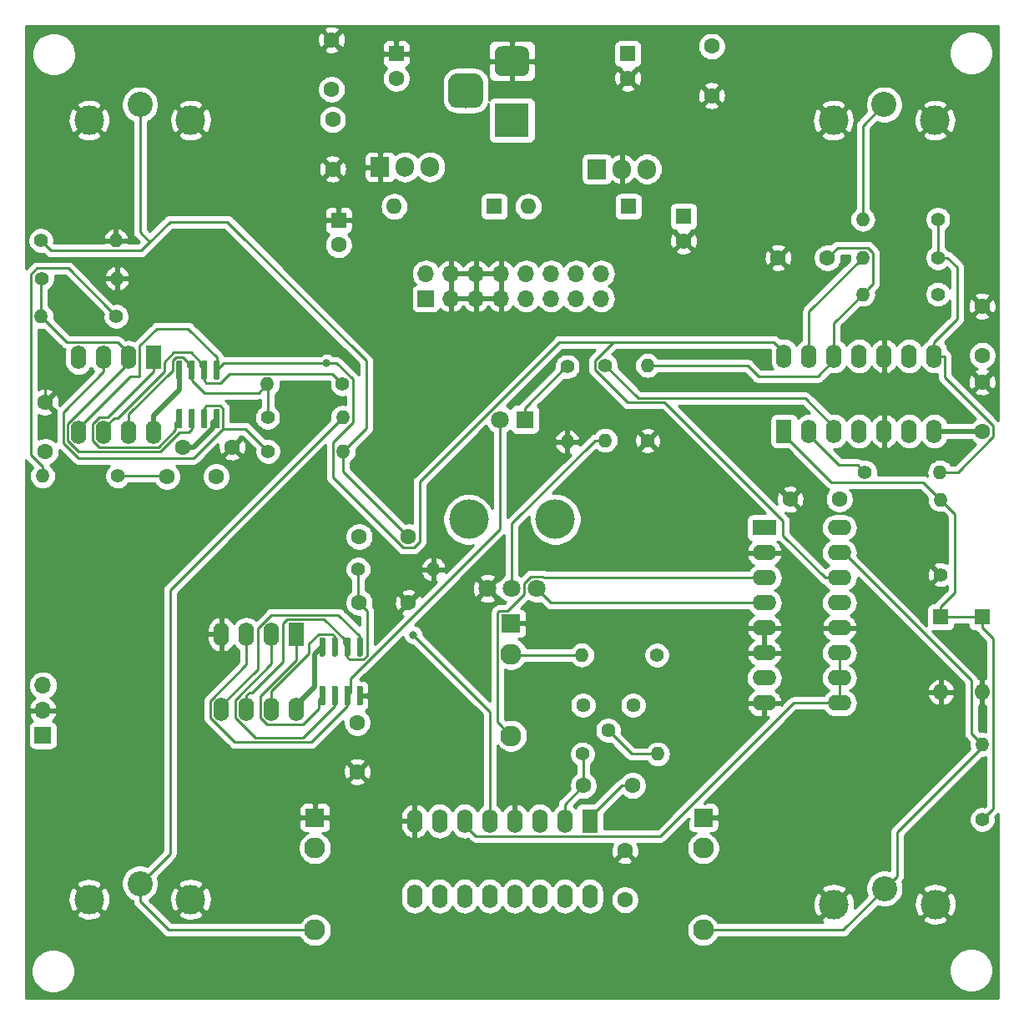
<source format=gbr>
G04 #@! TF.GenerationSoftware,KiCad,Pcbnew,(5.1.4-0-10_14)*
G04 #@! TF.CreationDate,2021-07-08T16:23:24+12:00*
G04 #@! TF.ProjectId,Sync-Ope-proto,53796e63-2d4f-4706-952d-70726f746f2e,0.2*
G04 #@! TF.SameCoordinates,Original*
G04 #@! TF.FileFunction,Copper,L1,Top*
G04 #@! TF.FilePolarity,Positive*
%FSLAX46Y46*%
G04 Gerber Fmt 4.6, Leading zero omitted, Abs format (unit mm)*
G04 Created by KiCad (PCBNEW (5.1.4-0-10_14)) date 2021-07-08 16:23:24*
%MOMM*%
%LPD*%
G04 APERTURE LIST*
%ADD10O,2.400000X1.600000*%
%ADD11R,2.400000X1.600000*%
%ADD12C,1.600000*%
%ADD13R,1.600000X1.600000*%
%ADD14O,1.600000X1.600000*%
%ADD15R,1.700000X1.700000*%
%ADD16O,1.700000X1.700000*%
%ADD17C,2.130000*%
%ADD18R,1.930000X1.830000*%
%ADD19R,3.500000X3.500000*%
%ADD20C,0.100000*%
%ADD21C,3.000000*%
%ADD22C,3.500000*%
%ADD23O,1.400000X1.400000*%
%ADD24C,1.400000*%
%ADD25C,1.800000*%
%ADD26C,4.000000*%
%ADD27R,1.600000X2.400000*%
%ADD28O,1.600000X2.400000*%
%ADD29O,1.905000X2.000000*%
%ADD30R,1.905000X2.000000*%
%ADD31R,1.800000X1.800000*%
%ADD32C,2.550000*%
%ADD33C,1.440000*%
%ADD34C,0.600000*%
%ADD35C,0.800000*%
%ADD36C,0.250000*%
%ADD37C,0.500000*%
%ADD38C,0.254000*%
G04 APERTURE END LIST*
D10*
X183220000Y-101600000D03*
X175600000Y-119380000D03*
X183220000Y-104140000D03*
X175600000Y-116840000D03*
X183220000Y-106680000D03*
X175600000Y-114300000D03*
X183220000Y-109220000D03*
X175600000Y-111760000D03*
X183220000Y-111760000D03*
X175600000Y-109220000D03*
X183220000Y-114300000D03*
X175600000Y-106680000D03*
X183220000Y-116840000D03*
X175600000Y-104140000D03*
X183220000Y-119380000D03*
D11*
X175600000Y-101600000D03*
D12*
X115000000Y-96400000D03*
X120000000Y-96400000D03*
X182000000Y-74200000D03*
X177000000Y-74200000D03*
X170250000Y-57750000D03*
X170250000Y-52750000D03*
X131700000Y-57100000D03*
X131700000Y-52100000D03*
X131800000Y-65200000D03*
X131800000Y-60200000D03*
D13*
X167400000Y-70000000D03*
D12*
X167400000Y-72500000D03*
X132400000Y-72900000D03*
D13*
X132400000Y-70400000D03*
X161750000Y-53500000D03*
D12*
X161750000Y-56000000D03*
X138250000Y-56000000D03*
D13*
X138250000Y-53500000D03*
X161800000Y-69000000D03*
D14*
X151640000Y-69000000D03*
X138040000Y-69000000D03*
D13*
X148200000Y-69000000D03*
X197700000Y-110650000D03*
D14*
X197700000Y-118270000D03*
X193500000Y-118270000D03*
D13*
X193500000Y-110650000D03*
D15*
X141250000Y-78350000D03*
D16*
X141250000Y-75810000D03*
X143790000Y-78350000D03*
X143790000Y-75810000D03*
X146330000Y-78350000D03*
X146330000Y-75810000D03*
X148870000Y-78350000D03*
X148870000Y-75810000D03*
X151410000Y-78350000D03*
X151410000Y-75810000D03*
X153950000Y-78350000D03*
X153950000Y-75810000D03*
X156490000Y-78350000D03*
X156490000Y-75810000D03*
X159030000Y-78350000D03*
X159030000Y-75810000D03*
D17*
X130000000Y-134100000D03*
D18*
X130000000Y-131000000D03*
D17*
X130000000Y-142400000D03*
X169400000Y-134100000D03*
D18*
X169400000Y-131000000D03*
D17*
X169400000Y-142400000D03*
D19*
X150000000Y-60250000D03*
D20*
G36*
X151073513Y-52753611D02*
G01*
X151146318Y-52764411D01*
X151217714Y-52782295D01*
X151287013Y-52807090D01*
X151353548Y-52838559D01*
X151416678Y-52876398D01*
X151475795Y-52920242D01*
X151530330Y-52969670D01*
X151579758Y-53024205D01*
X151623602Y-53083322D01*
X151661441Y-53146452D01*
X151692910Y-53212987D01*
X151717705Y-53282286D01*
X151735589Y-53353682D01*
X151746389Y-53426487D01*
X151750000Y-53500000D01*
X151750000Y-55000000D01*
X151746389Y-55073513D01*
X151735589Y-55146318D01*
X151717705Y-55217714D01*
X151692910Y-55287013D01*
X151661441Y-55353548D01*
X151623602Y-55416678D01*
X151579758Y-55475795D01*
X151530330Y-55530330D01*
X151475795Y-55579758D01*
X151416678Y-55623602D01*
X151353548Y-55661441D01*
X151287013Y-55692910D01*
X151217714Y-55717705D01*
X151146318Y-55735589D01*
X151073513Y-55746389D01*
X151000000Y-55750000D01*
X149000000Y-55750000D01*
X148926487Y-55746389D01*
X148853682Y-55735589D01*
X148782286Y-55717705D01*
X148712987Y-55692910D01*
X148646452Y-55661441D01*
X148583322Y-55623602D01*
X148524205Y-55579758D01*
X148469670Y-55530330D01*
X148420242Y-55475795D01*
X148376398Y-55416678D01*
X148338559Y-55353548D01*
X148307090Y-55287013D01*
X148282295Y-55217714D01*
X148264411Y-55146318D01*
X148253611Y-55073513D01*
X148250000Y-55000000D01*
X148250000Y-53500000D01*
X148253611Y-53426487D01*
X148264411Y-53353682D01*
X148282295Y-53282286D01*
X148307090Y-53212987D01*
X148338559Y-53146452D01*
X148376398Y-53083322D01*
X148420242Y-53024205D01*
X148469670Y-52969670D01*
X148524205Y-52920242D01*
X148583322Y-52876398D01*
X148646452Y-52838559D01*
X148712987Y-52807090D01*
X148782286Y-52782295D01*
X148853682Y-52764411D01*
X148926487Y-52753611D01*
X149000000Y-52750000D01*
X151000000Y-52750000D01*
X151073513Y-52753611D01*
X151073513Y-52753611D01*
G37*
D21*
X150000000Y-54250000D03*
D20*
G36*
X146260765Y-55504213D02*
G01*
X146345704Y-55516813D01*
X146428999Y-55537677D01*
X146509848Y-55566605D01*
X146587472Y-55603319D01*
X146661124Y-55647464D01*
X146730094Y-55698616D01*
X146793718Y-55756282D01*
X146851384Y-55819906D01*
X146902536Y-55888876D01*
X146946681Y-55962528D01*
X146983395Y-56040152D01*
X147012323Y-56121001D01*
X147033187Y-56204296D01*
X147045787Y-56289235D01*
X147050000Y-56375000D01*
X147050000Y-58125000D01*
X147045787Y-58210765D01*
X147033187Y-58295704D01*
X147012323Y-58378999D01*
X146983395Y-58459848D01*
X146946681Y-58537472D01*
X146902536Y-58611124D01*
X146851384Y-58680094D01*
X146793718Y-58743718D01*
X146730094Y-58801384D01*
X146661124Y-58852536D01*
X146587472Y-58896681D01*
X146509848Y-58933395D01*
X146428999Y-58962323D01*
X146345704Y-58983187D01*
X146260765Y-58995787D01*
X146175000Y-59000000D01*
X144425000Y-59000000D01*
X144339235Y-58995787D01*
X144254296Y-58983187D01*
X144171001Y-58962323D01*
X144090152Y-58933395D01*
X144012528Y-58896681D01*
X143938876Y-58852536D01*
X143869906Y-58801384D01*
X143806282Y-58743718D01*
X143748616Y-58680094D01*
X143697464Y-58611124D01*
X143653319Y-58537472D01*
X143616605Y-58459848D01*
X143587677Y-58378999D01*
X143566813Y-58295704D01*
X143554213Y-58210765D01*
X143550000Y-58125000D01*
X143550000Y-56375000D01*
X143554213Y-56289235D01*
X143566813Y-56204296D01*
X143587677Y-56121001D01*
X143616605Y-56040152D01*
X143653319Y-55962528D01*
X143697464Y-55888876D01*
X143748616Y-55819906D01*
X143806282Y-55756282D01*
X143869906Y-55698616D01*
X143938876Y-55647464D01*
X144012528Y-55603319D01*
X144090152Y-55566605D01*
X144171001Y-55537677D01*
X144254296Y-55516813D01*
X144339235Y-55504213D01*
X144425000Y-55500000D01*
X146175000Y-55500000D01*
X146260765Y-55504213D01*
X146260765Y-55504213D01*
G37*
D22*
X145300000Y-57250000D03*
D23*
X109820000Y-72450000D03*
D24*
X102200000Y-72450000D03*
X102300000Y-76300000D03*
D23*
X109920000Y-76300000D03*
D24*
X109850000Y-80150000D03*
D23*
X102230000Y-80150000D03*
X125180000Y-87000000D03*
D24*
X132800000Y-87000000D03*
D23*
X102380000Y-96350000D03*
D24*
X110000000Y-96350000D03*
X125200000Y-90400000D03*
D23*
X132820000Y-90400000D03*
D24*
X159450000Y-85100000D03*
D23*
X159450000Y-92720000D03*
X193450000Y-98730000D03*
D24*
X193450000Y-106350000D03*
D23*
X197700000Y-123580000D03*
D24*
X197700000Y-131200000D03*
X185800000Y-95950000D03*
D23*
X193420000Y-95950000D03*
X185580000Y-74200000D03*
D24*
X193200000Y-74200000D03*
X163750000Y-92750000D03*
D23*
X163750000Y-85130000D03*
X185580000Y-77900000D03*
D24*
X193200000Y-77900000D03*
X193200000Y-70300000D03*
D23*
X185580000Y-70300000D03*
D25*
X147500000Y-107750000D03*
X150000000Y-107750000D03*
X152500000Y-107750000D03*
D26*
X145600000Y-100750000D03*
X154400000Y-100750000D03*
D27*
X177600000Y-91800000D03*
D28*
X192840000Y-84180000D03*
X180140000Y-91800000D03*
X190300000Y-84180000D03*
X182680000Y-91800000D03*
X187760000Y-84180000D03*
X185220000Y-91800000D03*
X185220000Y-84180000D03*
X187760000Y-91800000D03*
X182680000Y-84180000D03*
X190300000Y-91800000D03*
X180140000Y-84180000D03*
X192840000Y-91800000D03*
X177600000Y-84180000D03*
D29*
X163680000Y-65200000D03*
X161140000Y-65200000D03*
D30*
X158600000Y-65200000D03*
X136600000Y-65000000D03*
D29*
X139140000Y-65000000D03*
X141680000Y-65000000D03*
D12*
X162250000Y-127750000D03*
X157250000Y-127750000D03*
X134500000Y-102500000D03*
X139500000Y-102500000D03*
X139500000Y-109200000D03*
X134500000Y-109200000D03*
X183200000Y-98700000D03*
X178200000Y-98700000D03*
X102650000Y-93850000D03*
X102650000Y-88850000D03*
X134300000Y-126350000D03*
X134300000Y-121350000D03*
X161450000Y-139350000D03*
X161450000Y-134350000D03*
X197700000Y-79100000D03*
X197700000Y-84100000D03*
X116600000Y-93400000D03*
X121600000Y-93400000D03*
X197700000Y-86800000D03*
X197700000Y-91800000D03*
D31*
X151300000Y-90600000D03*
D25*
X148760000Y-90600000D03*
D32*
X112250000Y-58650000D03*
D21*
X117400000Y-60250000D03*
X107100000Y-60250000D03*
D17*
X149900000Y-114400000D03*
D18*
X149900000Y-111300000D03*
D17*
X149900000Y-122700000D03*
D32*
X187750000Y-58650000D03*
D21*
X192900000Y-60250000D03*
X182600000Y-60250000D03*
D15*
X102400000Y-122650000D03*
D16*
X102400000Y-120110000D03*
X102400000Y-117570000D03*
D21*
X182650000Y-139800000D03*
X192950000Y-139800000D03*
D32*
X187800000Y-138200000D03*
D21*
X107100000Y-139300000D03*
X117400000Y-139300000D03*
D32*
X112250000Y-137700000D03*
D24*
X125250000Y-93850000D03*
D23*
X132870000Y-93850000D03*
X157080000Y-114500000D03*
D24*
X164700000Y-114500000D03*
D23*
X142020000Y-105800000D03*
D24*
X134400000Y-105800000D03*
X155600000Y-85250000D03*
D23*
X155600000Y-92870000D03*
D33*
X162280000Y-119600000D03*
X159740000Y-122140000D03*
X157200000Y-119600000D03*
D27*
X113650000Y-84300000D03*
D28*
X106030000Y-91920000D03*
X111110000Y-84300000D03*
X108570000Y-91920000D03*
X108570000Y-84300000D03*
X111110000Y-91920000D03*
X106030000Y-84300000D03*
X113650000Y-91920000D03*
D20*
G36*
X116409703Y-89550722D02*
G01*
X116424264Y-89552882D01*
X116438543Y-89556459D01*
X116452403Y-89561418D01*
X116465710Y-89567712D01*
X116478336Y-89575280D01*
X116490159Y-89584048D01*
X116501066Y-89593934D01*
X116510952Y-89604841D01*
X116519720Y-89616664D01*
X116527288Y-89629290D01*
X116533582Y-89642597D01*
X116538541Y-89656457D01*
X116542118Y-89670736D01*
X116544278Y-89685297D01*
X116545000Y-89700000D01*
X116545000Y-91350000D01*
X116544278Y-91364703D01*
X116542118Y-91379264D01*
X116538541Y-91393543D01*
X116533582Y-91407403D01*
X116527288Y-91420710D01*
X116519720Y-91433336D01*
X116510952Y-91445159D01*
X116501066Y-91456066D01*
X116490159Y-91465952D01*
X116478336Y-91474720D01*
X116465710Y-91482288D01*
X116452403Y-91488582D01*
X116438543Y-91493541D01*
X116424264Y-91497118D01*
X116409703Y-91499278D01*
X116395000Y-91500000D01*
X116095000Y-91500000D01*
X116080297Y-91499278D01*
X116065736Y-91497118D01*
X116051457Y-91493541D01*
X116037597Y-91488582D01*
X116024290Y-91482288D01*
X116011664Y-91474720D01*
X115999841Y-91465952D01*
X115988934Y-91456066D01*
X115979048Y-91445159D01*
X115970280Y-91433336D01*
X115962712Y-91420710D01*
X115956418Y-91407403D01*
X115951459Y-91393543D01*
X115947882Y-91379264D01*
X115945722Y-91364703D01*
X115945000Y-91350000D01*
X115945000Y-89700000D01*
X115945722Y-89685297D01*
X115947882Y-89670736D01*
X115951459Y-89656457D01*
X115956418Y-89642597D01*
X115962712Y-89629290D01*
X115970280Y-89616664D01*
X115979048Y-89604841D01*
X115988934Y-89593934D01*
X115999841Y-89584048D01*
X116011664Y-89575280D01*
X116024290Y-89567712D01*
X116037597Y-89561418D01*
X116051457Y-89556459D01*
X116065736Y-89552882D01*
X116080297Y-89550722D01*
X116095000Y-89550000D01*
X116395000Y-89550000D01*
X116409703Y-89550722D01*
X116409703Y-89550722D01*
G37*
D34*
X116245000Y-90525000D03*
D20*
G36*
X117679703Y-89550722D02*
G01*
X117694264Y-89552882D01*
X117708543Y-89556459D01*
X117722403Y-89561418D01*
X117735710Y-89567712D01*
X117748336Y-89575280D01*
X117760159Y-89584048D01*
X117771066Y-89593934D01*
X117780952Y-89604841D01*
X117789720Y-89616664D01*
X117797288Y-89629290D01*
X117803582Y-89642597D01*
X117808541Y-89656457D01*
X117812118Y-89670736D01*
X117814278Y-89685297D01*
X117815000Y-89700000D01*
X117815000Y-91350000D01*
X117814278Y-91364703D01*
X117812118Y-91379264D01*
X117808541Y-91393543D01*
X117803582Y-91407403D01*
X117797288Y-91420710D01*
X117789720Y-91433336D01*
X117780952Y-91445159D01*
X117771066Y-91456066D01*
X117760159Y-91465952D01*
X117748336Y-91474720D01*
X117735710Y-91482288D01*
X117722403Y-91488582D01*
X117708543Y-91493541D01*
X117694264Y-91497118D01*
X117679703Y-91499278D01*
X117665000Y-91500000D01*
X117365000Y-91500000D01*
X117350297Y-91499278D01*
X117335736Y-91497118D01*
X117321457Y-91493541D01*
X117307597Y-91488582D01*
X117294290Y-91482288D01*
X117281664Y-91474720D01*
X117269841Y-91465952D01*
X117258934Y-91456066D01*
X117249048Y-91445159D01*
X117240280Y-91433336D01*
X117232712Y-91420710D01*
X117226418Y-91407403D01*
X117221459Y-91393543D01*
X117217882Y-91379264D01*
X117215722Y-91364703D01*
X117215000Y-91350000D01*
X117215000Y-89700000D01*
X117215722Y-89685297D01*
X117217882Y-89670736D01*
X117221459Y-89656457D01*
X117226418Y-89642597D01*
X117232712Y-89629290D01*
X117240280Y-89616664D01*
X117249048Y-89604841D01*
X117258934Y-89593934D01*
X117269841Y-89584048D01*
X117281664Y-89575280D01*
X117294290Y-89567712D01*
X117307597Y-89561418D01*
X117321457Y-89556459D01*
X117335736Y-89552882D01*
X117350297Y-89550722D01*
X117365000Y-89550000D01*
X117665000Y-89550000D01*
X117679703Y-89550722D01*
X117679703Y-89550722D01*
G37*
D34*
X117515000Y-90525000D03*
D20*
G36*
X118949703Y-89550722D02*
G01*
X118964264Y-89552882D01*
X118978543Y-89556459D01*
X118992403Y-89561418D01*
X119005710Y-89567712D01*
X119018336Y-89575280D01*
X119030159Y-89584048D01*
X119041066Y-89593934D01*
X119050952Y-89604841D01*
X119059720Y-89616664D01*
X119067288Y-89629290D01*
X119073582Y-89642597D01*
X119078541Y-89656457D01*
X119082118Y-89670736D01*
X119084278Y-89685297D01*
X119085000Y-89700000D01*
X119085000Y-91350000D01*
X119084278Y-91364703D01*
X119082118Y-91379264D01*
X119078541Y-91393543D01*
X119073582Y-91407403D01*
X119067288Y-91420710D01*
X119059720Y-91433336D01*
X119050952Y-91445159D01*
X119041066Y-91456066D01*
X119030159Y-91465952D01*
X119018336Y-91474720D01*
X119005710Y-91482288D01*
X118992403Y-91488582D01*
X118978543Y-91493541D01*
X118964264Y-91497118D01*
X118949703Y-91499278D01*
X118935000Y-91500000D01*
X118635000Y-91500000D01*
X118620297Y-91499278D01*
X118605736Y-91497118D01*
X118591457Y-91493541D01*
X118577597Y-91488582D01*
X118564290Y-91482288D01*
X118551664Y-91474720D01*
X118539841Y-91465952D01*
X118528934Y-91456066D01*
X118519048Y-91445159D01*
X118510280Y-91433336D01*
X118502712Y-91420710D01*
X118496418Y-91407403D01*
X118491459Y-91393543D01*
X118487882Y-91379264D01*
X118485722Y-91364703D01*
X118485000Y-91350000D01*
X118485000Y-89700000D01*
X118485722Y-89685297D01*
X118487882Y-89670736D01*
X118491459Y-89656457D01*
X118496418Y-89642597D01*
X118502712Y-89629290D01*
X118510280Y-89616664D01*
X118519048Y-89604841D01*
X118528934Y-89593934D01*
X118539841Y-89584048D01*
X118551664Y-89575280D01*
X118564290Y-89567712D01*
X118577597Y-89561418D01*
X118591457Y-89556459D01*
X118605736Y-89552882D01*
X118620297Y-89550722D01*
X118635000Y-89550000D01*
X118935000Y-89550000D01*
X118949703Y-89550722D01*
X118949703Y-89550722D01*
G37*
D34*
X118785000Y-90525000D03*
D20*
G36*
X120219703Y-89550722D02*
G01*
X120234264Y-89552882D01*
X120248543Y-89556459D01*
X120262403Y-89561418D01*
X120275710Y-89567712D01*
X120288336Y-89575280D01*
X120300159Y-89584048D01*
X120311066Y-89593934D01*
X120320952Y-89604841D01*
X120329720Y-89616664D01*
X120337288Y-89629290D01*
X120343582Y-89642597D01*
X120348541Y-89656457D01*
X120352118Y-89670736D01*
X120354278Y-89685297D01*
X120355000Y-89700000D01*
X120355000Y-91350000D01*
X120354278Y-91364703D01*
X120352118Y-91379264D01*
X120348541Y-91393543D01*
X120343582Y-91407403D01*
X120337288Y-91420710D01*
X120329720Y-91433336D01*
X120320952Y-91445159D01*
X120311066Y-91456066D01*
X120300159Y-91465952D01*
X120288336Y-91474720D01*
X120275710Y-91482288D01*
X120262403Y-91488582D01*
X120248543Y-91493541D01*
X120234264Y-91497118D01*
X120219703Y-91499278D01*
X120205000Y-91500000D01*
X119905000Y-91500000D01*
X119890297Y-91499278D01*
X119875736Y-91497118D01*
X119861457Y-91493541D01*
X119847597Y-91488582D01*
X119834290Y-91482288D01*
X119821664Y-91474720D01*
X119809841Y-91465952D01*
X119798934Y-91456066D01*
X119789048Y-91445159D01*
X119780280Y-91433336D01*
X119772712Y-91420710D01*
X119766418Y-91407403D01*
X119761459Y-91393543D01*
X119757882Y-91379264D01*
X119755722Y-91364703D01*
X119755000Y-91350000D01*
X119755000Y-89700000D01*
X119755722Y-89685297D01*
X119757882Y-89670736D01*
X119761459Y-89656457D01*
X119766418Y-89642597D01*
X119772712Y-89629290D01*
X119780280Y-89616664D01*
X119789048Y-89604841D01*
X119798934Y-89593934D01*
X119809841Y-89584048D01*
X119821664Y-89575280D01*
X119834290Y-89567712D01*
X119847597Y-89561418D01*
X119861457Y-89556459D01*
X119875736Y-89552882D01*
X119890297Y-89550722D01*
X119905000Y-89550000D01*
X120205000Y-89550000D01*
X120219703Y-89550722D01*
X120219703Y-89550722D01*
G37*
D34*
X120055000Y-90525000D03*
D20*
G36*
X120219703Y-84600722D02*
G01*
X120234264Y-84602882D01*
X120248543Y-84606459D01*
X120262403Y-84611418D01*
X120275710Y-84617712D01*
X120288336Y-84625280D01*
X120300159Y-84634048D01*
X120311066Y-84643934D01*
X120320952Y-84654841D01*
X120329720Y-84666664D01*
X120337288Y-84679290D01*
X120343582Y-84692597D01*
X120348541Y-84706457D01*
X120352118Y-84720736D01*
X120354278Y-84735297D01*
X120355000Y-84750000D01*
X120355000Y-86400000D01*
X120354278Y-86414703D01*
X120352118Y-86429264D01*
X120348541Y-86443543D01*
X120343582Y-86457403D01*
X120337288Y-86470710D01*
X120329720Y-86483336D01*
X120320952Y-86495159D01*
X120311066Y-86506066D01*
X120300159Y-86515952D01*
X120288336Y-86524720D01*
X120275710Y-86532288D01*
X120262403Y-86538582D01*
X120248543Y-86543541D01*
X120234264Y-86547118D01*
X120219703Y-86549278D01*
X120205000Y-86550000D01*
X119905000Y-86550000D01*
X119890297Y-86549278D01*
X119875736Y-86547118D01*
X119861457Y-86543541D01*
X119847597Y-86538582D01*
X119834290Y-86532288D01*
X119821664Y-86524720D01*
X119809841Y-86515952D01*
X119798934Y-86506066D01*
X119789048Y-86495159D01*
X119780280Y-86483336D01*
X119772712Y-86470710D01*
X119766418Y-86457403D01*
X119761459Y-86443543D01*
X119757882Y-86429264D01*
X119755722Y-86414703D01*
X119755000Y-86400000D01*
X119755000Y-84750000D01*
X119755722Y-84735297D01*
X119757882Y-84720736D01*
X119761459Y-84706457D01*
X119766418Y-84692597D01*
X119772712Y-84679290D01*
X119780280Y-84666664D01*
X119789048Y-84654841D01*
X119798934Y-84643934D01*
X119809841Y-84634048D01*
X119821664Y-84625280D01*
X119834290Y-84617712D01*
X119847597Y-84611418D01*
X119861457Y-84606459D01*
X119875736Y-84602882D01*
X119890297Y-84600722D01*
X119905000Y-84600000D01*
X120205000Y-84600000D01*
X120219703Y-84600722D01*
X120219703Y-84600722D01*
G37*
D34*
X120055000Y-85575000D03*
D20*
G36*
X118949703Y-84600722D02*
G01*
X118964264Y-84602882D01*
X118978543Y-84606459D01*
X118992403Y-84611418D01*
X119005710Y-84617712D01*
X119018336Y-84625280D01*
X119030159Y-84634048D01*
X119041066Y-84643934D01*
X119050952Y-84654841D01*
X119059720Y-84666664D01*
X119067288Y-84679290D01*
X119073582Y-84692597D01*
X119078541Y-84706457D01*
X119082118Y-84720736D01*
X119084278Y-84735297D01*
X119085000Y-84750000D01*
X119085000Y-86400000D01*
X119084278Y-86414703D01*
X119082118Y-86429264D01*
X119078541Y-86443543D01*
X119073582Y-86457403D01*
X119067288Y-86470710D01*
X119059720Y-86483336D01*
X119050952Y-86495159D01*
X119041066Y-86506066D01*
X119030159Y-86515952D01*
X119018336Y-86524720D01*
X119005710Y-86532288D01*
X118992403Y-86538582D01*
X118978543Y-86543541D01*
X118964264Y-86547118D01*
X118949703Y-86549278D01*
X118935000Y-86550000D01*
X118635000Y-86550000D01*
X118620297Y-86549278D01*
X118605736Y-86547118D01*
X118591457Y-86543541D01*
X118577597Y-86538582D01*
X118564290Y-86532288D01*
X118551664Y-86524720D01*
X118539841Y-86515952D01*
X118528934Y-86506066D01*
X118519048Y-86495159D01*
X118510280Y-86483336D01*
X118502712Y-86470710D01*
X118496418Y-86457403D01*
X118491459Y-86443543D01*
X118487882Y-86429264D01*
X118485722Y-86414703D01*
X118485000Y-86400000D01*
X118485000Y-84750000D01*
X118485722Y-84735297D01*
X118487882Y-84720736D01*
X118491459Y-84706457D01*
X118496418Y-84692597D01*
X118502712Y-84679290D01*
X118510280Y-84666664D01*
X118519048Y-84654841D01*
X118528934Y-84643934D01*
X118539841Y-84634048D01*
X118551664Y-84625280D01*
X118564290Y-84617712D01*
X118577597Y-84611418D01*
X118591457Y-84606459D01*
X118605736Y-84602882D01*
X118620297Y-84600722D01*
X118635000Y-84600000D01*
X118935000Y-84600000D01*
X118949703Y-84600722D01*
X118949703Y-84600722D01*
G37*
D34*
X118785000Y-85575000D03*
D20*
G36*
X117679703Y-84600722D02*
G01*
X117694264Y-84602882D01*
X117708543Y-84606459D01*
X117722403Y-84611418D01*
X117735710Y-84617712D01*
X117748336Y-84625280D01*
X117760159Y-84634048D01*
X117771066Y-84643934D01*
X117780952Y-84654841D01*
X117789720Y-84666664D01*
X117797288Y-84679290D01*
X117803582Y-84692597D01*
X117808541Y-84706457D01*
X117812118Y-84720736D01*
X117814278Y-84735297D01*
X117815000Y-84750000D01*
X117815000Y-86400000D01*
X117814278Y-86414703D01*
X117812118Y-86429264D01*
X117808541Y-86443543D01*
X117803582Y-86457403D01*
X117797288Y-86470710D01*
X117789720Y-86483336D01*
X117780952Y-86495159D01*
X117771066Y-86506066D01*
X117760159Y-86515952D01*
X117748336Y-86524720D01*
X117735710Y-86532288D01*
X117722403Y-86538582D01*
X117708543Y-86543541D01*
X117694264Y-86547118D01*
X117679703Y-86549278D01*
X117665000Y-86550000D01*
X117365000Y-86550000D01*
X117350297Y-86549278D01*
X117335736Y-86547118D01*
X117321457Y-86543541D01*
X117307597Y-86538582D01*
X117294290Y-86532288D01*
X117281664Y-86524720D01*
X117269841Y-86515952D01*
X117258934Y-86506066D01*
X117249048Y-86495159D01*
X117240280Y-86483336D01*
X117232712Y-86470710D01*
X117226418Y-86457403D01*
X117221459Y-86443543D01*
X117217882Y-86429264D01*
X117215722Y-86414703D01*
X117215000Y-86400000D01*
X117215000Y-84750000D01*
X117215722Y-84735297D01*
X117217882Y-84720736D01*
X117221459Y-84706457D01*
X117226418Y-84692597D01*
X117232712Y-84679290D01*
X117240280Y-84666664D01*
X117249048Y-84654841D01*
X117258934Y-84643934D01*
X117269841Y-84634048D01*
X117281664Y-84625280D01*
X117294290Y-84617712D01*
X117307597Y-84611418D01*
X117321457Y-84606459D01*
X117335736Y-84602882D01*
X117350297Y-84600722D01*
X117365000Y-84600000D01*
X117665000Y-84600000D01*
X117679703Y-84600722D01*
X117679703Y-84600722D01*
G37*
D34*
X117515000Y-85575000D03*
D20*
G36*
X116409703Y-84600722D02*
G01*
X116424264Y-84602882D01*
X116438543Y-84606459D01*
X116452403Y-84611418D01*
X116465710Y-84617712D01*
X116478336Y-84625280D01*
X116490159Y-84634048D01*
X116501066Y-84643934D01*
X116510952Y-84654841D01*
X116519720Y-84666664D01*
X116527288Y-84679290D01*
X116533582Y-84692597D01*
X116538541Y-84706457D01*
X116542118Y-84720736D01*
X116544278Y-84735297D01*
X116545000Y-84750000D01*
X116545000Y-86400000D01*
X116544278Y-86414703D01*
X116542118Y-86429264D01*
X116538541Y-86443543D01*
X116533582Y-86457403D01*
X116527288Y-86470710D01*
X116519720Y-86483336D01*
X116510952Y-86495159D01*
X116501066Y-86506066D01*
X116490159Y-86515952D01*
X116478336Y-86524720D01*
X116465710Y-86532288D01*
X116452403Y-86538582D01*
X116438543Y-86543541D01*
X116424264Y-86547118D01*
X116409703Y-86549278D01*
X116395000Y-86550000D01*
X116095000Y-86550000D01*
X116080297Y-86549278D01*
X116065736Y-86547118D01*
X116051457Y-86543541D01*
X116037597Y-86538582D01*
X116024290Y-86532288D01*
X116011664Y-86524720D01*
X115999841Y-86515952D01*
X115988934Y-86506066D01*
X115979048Y-86495159D01*
X115970280Y-86483336D01*
X115962712Y-86470710D01*
X115956418Y-86457403D01*
X115951459Y-86443543D01*
X115947882Y-86429264D01*
X115945722Y-86414703D01*
X115945000Y-86400000D01*
X115945000Y-84750000D01*
X115945722Y-84735297D01*
X115947882Y-84720736D01*
X115951459Y-84706457D01*
X115956418Y-84692597D01*
X115962712Y-84679290D01*
X115970280Y-84666664D01*
X115979048Y-84654841D01*
X115988934Y-84643934D01*
X115999841Y-84634048D01*
X116011664Y-84625280D01*
X116024290Y-84617712D01*
X116037597Y-84611418D01*
X116051457Y-84606459D01*
X116065736Y-84602882D01*
X116080297Y-84600722D01*
X116095000Y-84600000D01*
X116395000Y-84600000D01*
X116409703Y-84600722D01*
X116409703Y-84600722D01*
G37*
D34*
X116245000Y-85575000D03*
D27*
X157900000Y-131350000D03*
D28*
X140120000Y-138970000D03*
X155360000Y-131350000D03*
X142660000Y-138970000D03*
X152820000Y-131350000D03*
X145200000Y-138970000D03*
X150280000Y-131350000D03*
X147740000Y-138970000D03*
X147740000Y-131350000D03*
X150280000Y-138970000D03*
X145200000Y-131350000D03*
X152820000Y-138970000D03*
X142660000Y-131350000D03*
X155360000Y-138970000D03*
X140120000Y-131350000D03*
X157900000Y-138970000D03*
D20*
G36*
X130909703Y-112700722D02*
G01*
X130924264Y-112702882D01*
X130938543Y-112706459D01*
X130952403Y-112711418D01*
X130965710Y-112717712D01*
X130978336Y-112725280D01*
X130990159Y-112734048D01*
X131001066Y-112743934D01*
X131010952Y-112754841D01*
X131019720Y-112766664D01*
X131027288Y-112779290D01*
X131033582Y-112792597D01*
X131038541Y-112806457D01*
X131042118Y-112820736D01*
X131044278Y-112835297D01*
X131045000Y-112850000D01*
X131045000Y-114500000D01*
X131044278Y-114514703D01*
X131042118Y-114529264D01*
X131038541Y-114543543D01*
X131033582Y-114557403D01*
X131027288Y-114570710D01*
X131019720Y-114583336D01*
X131010952Y-114595159D01*
X131001066Y-114606066D01*
X130990159Y-114615952D01*
X130978336Y-114624720D01*
X130965710Y-114632288D01*
X130952403Y-114638582D01*
X130938543Y-114643541D01*
X130924264Y-114647118D01*
X130909703Y-114649278D01*
X130895000Y-114650000D01*
X130595000Y-114650000D01*
X130580297Y-114649278D01*
X130565736Y-114647118D01*
X130551457Y-114643541D01*
X130537597Y-114638582D01*
X130524290Y-114632288D01*
X130511664Y-114624720D01*
X130499841Y-114615952D01*
X130488934Y-114606066D01*
X130479048Y-114595159D01*
X130470280Y-114583336D01*
X130462712Y-114570710D01*
X130456418Y-114557403D01*
X130451459Y-114543543D01*
X130447882Y-114529264D01*
X130445722Y-114514703D01*
X130445000Y-114500000D01*
X130445000Y-112850000D01*
X130445722Y-112835297D01*
X130447882Y-112820736D01*
X130451459Y-112806457D01*
X130456418Y-112792597D01*
X130462712Y-112779290D01*
X130470280Y-112766664D01*
X130479048Y-112754841D01*
X130488934Y-112743934D01*
X130499841Y-112734048D01*
X130511664Y-112725280D01*
X130524290Y-112717712D01*
X130537597Y-112711418D01*
X130551457Y-112706459D01*
X130565736Y-112702882D01*
X130580297Y-112700722D01*
X130595000Y-112700000D01*
X130895000Y-112700000D01*
X130909703Y-112700722D01*
X130909703Y-112700722D01*
G37*
D34*
X130745000Y-113675000D03*
D20*
G36*
X132179703Y-112700722D02*
G01*
X132194264Y-112702882D01*
X132208543Y-112706459D01*
X132222403Y-112711418D01*
X132235710Y-112717712D01*
X132248336Y-112725280D01*
X132260159Y-112734048D01*
X132271066Y-112743934D01*
X132280952Y-112754841D01*
X132289720Y-112766664D01*
X132297288Y-112779290D01*
X132303582Y-112792597D01*
X132308541Y-112806457D01*
X132312118Y-112820736D01*
X132314278Y-112835297D01*
X132315000Y-112850000D01*
X132315000Y-114500000D01*
X132314278Y-114514703D01*
X132312118Y-114529264D01*
X132308541Y-114543543D01*
X132303582Y-114557403D01*
X132297288Y-114570710D01*
X132289720Y-114583336D01*
X132280952Y-114595159D01*
X132271066Y-114606066D01*
X132260159Y-114615952D01*
X132248336Y-114624720D01*
X132235710Y-114632288D01*
X132222403Y-114638582D01*
X132208543Y-114643541D01*
X132194264Y-114647118D01*
X132179703Y-114649278D01*
X132165000Y-114650000D01*
X131865000Y-114650000D01*
X131850297Y-114649278D01*
X131835736Y-114647118D01*
X131821457Y-114643541D01*
X131807597Y-114638582D01*
X131794290Y-114632288D01*
X131781664Y-114624720D01*
X131769841Y-114615952D01*
X131758934Y-114606066D01*
X131749048Y-114595159D01*
X131740280Y-114583336D01*
X131732712Y-114570710D01*
X131726418Y-114557403D01*
X131721459Y-114543543D01*
X131717882Y-114529264D01*
X131715722Y-114514703D01*
X131715000Y-114500000D01*
X131715000Y-112850000D01*
X131715722Y-112835297D01*
X131717882Y-112820736D01*
X131721459Y-112806457D01*
X131726418Y-112792597D01*
X131732712Y-112779290D01*
X131740280Y-112766664D01*
X131749048Y-112754841D01*
X131758934Y-112743934D01*
X131769841Y-112734048D01*
X131781664Y-112725280D01*
X131794290Y-112717712D01*
X131807597Y-112711418D01*
X131821457Y-112706459D01*
X131835736Y-112702882D01*
X131850297Y-112700722D01*
X131865000Y-112700000D01*
X132165000Y-112700000D01*
X132179703Y-112700722D01*
X132179703Y-112700722D01*
G37*
D34*
X132015000Y-113675000D03*
D20*
G36*
X133449703Y-112700722D02*
G01*
X133464264Y-112702882D01*
X133478543Y-112706459D01*
X133492403Y-112711418D01*
X133505710Y-112717712D01*
X133518336Y-112725280D01*
X133530159Y-112734048D01*
X133541066Y-112743934D01*
X133550952Y-112754841D01*
X133559720Y-112766664D01*
X133567288Y-112779290D01*
X133573582Y-112792597D01*
X133578541Y-112806457D01*
X133582118Y-112820736D01*
X133584278Y-112835297D01*
X133585000Y-112850000D01*
X133585000Y-114500000D01*
X133584278Y-114514703D01*
X133582118Y-114529264D01*
X133578541Y-114543543D01*
X133573582Y-114557403D01*
X133567288Y-114570710D01*
X133559720Y-114583336D01*
X133550952Y-114595159D01*
X133541066Y-114606066D01*
X133530159Y-114615952D01*
X133518336Y-114624720D01*
X133505710Y-114632288D01*
X133492403Y-114638582D01*
X133478543Y-114643541D01*
X133464264Y-114647118D01*
X133449703Y-114649278D01*
X133435000Y-114650000D01*
X133135000Y-114650000D01*
X133120297Y-114649278D01*
X133105736Y-114647118D01*
X133091457Y-114643541D01*
X133077597Y-114638582D01*
X133064290Y-114632288D01*
X133051664Y-114624720D01*
X133039841Y-114615952D01*
X133028934Y-114606066D01*
X133019048Y-114595159D01*
X133010280Y-114583336D01*
X133002712Y-114570710D01*
X132996418Y-114557403D01*
X132991459Y-114543543D01*
X132987882Y-114529264D01*
X132985722Y-114514703D01*
X132985000Y-114500000D01*
X132985000Y-112850000D01*
X132985722Y-112835297D01*
X132987882Y-112820736D01*
X132991459Y-112806457D01*
X132996418Y-112792597D01*
X133002712Y-112779290D01*
X133010280Y-112766664D01*
X133019048Y-112754841D01*
X133028934Y-112743934D01*
X133039841Y-112734048D01*
X133051664Y-112725280D01*
X133064290Y-112717712D01*
X133077597Y-112711418D01*
X133091457Y-112706459D01*
X133105736Y-112702882D01*
X133120297Y-112700722D01*
X133135000Y-112700000D01*
X133435000Y-112700000D01*
X133449703Y-112700722D01*
X133449703Y-112700722D01*
G37*
D34*
X133285000Y-113675000D03*
D20*
G36*
X134719703Y-112700722D02*
G01*
X134734264Y-112702882D01*
X134748543Y-112706459D01*
X134762403Y-112711418D01*
X134775710Y-112717712D01*
X134788336Y-112725280D01*
X134800159Y-112734048D01*
X134811066Y-112743934D01*
X134820952Y-112754841D01*
X134829720Y-112766664D01*
X134837288Y-112779290D01*
X134843582Y-112792597D01*
X134848541Y-112806457D01*
X134852118Y-112820736D01*
X134854278Y-112835297D01*
X134855000Y-112850000D01*
X134855000Y-114500000D01*
X134854278Y-114514703D01*
X134852118Y-114529264D01*
X134848541Y-114543543D01*
X134843582Y-114557403D01*
X134837288Y-114570710D01*
X134829720Y-114583336D01*
X134820952Y-114595159D01*
X134811066Y-114606066D01*
X134800159Y-114615952D01*
X134788336Y-114624720D01*
X134775710Y-114632288D01*
X134762403Y-114638582D01*
X134748543Y-114643541D01*
X134734264Y-114647118D01*
X134719703Y-114649278D01*
X134705000Y-114650000D01*
X134405000Y-114650000D01*
X134390297Y-114649278D01*
X134375736Y-114647118D01*
X134361457Y-114643541D01*
X134347597Y-114638582D01*
X134334290Y-114632288D01*
X134321664Y-114624720D01*
X134309841Y-114615952D01*
X134298934Y-114606066D01*
X134289048Y-114595159D01*
X134280280Y-114583336D01*
X134272712Y-114570710D01*
X134266418Y-114557403D01*
X134261459Y-114543543D01*
X134257882Y-114529264D01*
X134255722Y-114514703D01*
X134255000Y-114500000D01*
X134255000Y-112850000D01*
X134255722Y-112835297D01*
X134257882Y-112820736D01*
X134261459Y-112806457D01*
X134266418Y-112792597D01*
X134272712Y-112779290D01*
X134280280Y-112766664D01*
X134289048Y-112754841D01*
X134298934Y-112743934D01*
X134309841Y-112734048D01*
X134321664Y-112725280D01*
X134334290Y-112717712D01*
X134347597Y-112711418D01*
X134361457Y-112706459D01*
X134375736Y-112702882D01*
X134390297Y-112700722D01*
X134405000Y-112700000D01*
X134705000Y-112700000D01*
X134719703Y-112700722D01*
X134719703Y-112700722D01*
G37*
D34*
X134555000Y-113675000D03*
D20*
G36*
X134719703Y-117650722D02*
G01*
X134734264Y-117652882D01*
X134748543Y-117656459D01*
X134762403Y-117661418D01*
X134775710Y-117667712D01*
X134788336Y-117675280D01*
X134800159Y-117684048D01*
X134811066Y-117693934D01*
X134820952Y-117704841D01*
X134829720Y-117716664D01*
X134837288Y-117729290D01*
X134843582Y-117742597D01*
X134848541Y-117756457D01*
X134852118Y-117770736D01*
X134854278Y-117785297D01*
X134855000Y-117800000D01*
X134855000Y-119450000D01*
X134854278Y-119464703D01*
X134852118Y-119479264D01*
X134848541Y-119493543D01*
X134843582Y-119507403D01*
X134837288Y-119520710D01*
X134829720Y-119533336D01*
X134820952Y-119545159D01*
X134811066Y-119556066D01*
X134800159Y-119565952D01*
X134788336Y-119574720D01*
X134775710Y-119582288D01*
X134762403Y-119588582D01*
X134748543Y-119593541D01*
X134734264Y-119597118D01*
X134719703Y-119599278D01*
X134705000Y-119600000D01*
X134405000Y-119600000D01*
X134390297Y-119599278D01*
X134375736Y-119597118D01*
X134361457Y-119593541D01*
X134347597Y-119588582D01*
X134334290Y-119582288D01*
X134321664Y-119574720D01*
X134309841Y-119565952D01*
X134298934Y-119556066D01*
X134289048Y-119545159D01*
X134280280Y-119533336D01*
X134272712Y-119520710D01*
X134266418Y-119507403D01*
X134261459Y-119493543D01*
X134257882Y-119479264D01*
X134255722Y-119464703D01*
X134255000Y-119450000D01*
X134255000Y-117800000D01*
X134255722Y-117785297D01*
X134257882Y-117770736D01*
X134261459Y-117756457D01*
X134266418Y-117742597D01*
X134272712Y-117729290D01*
X134280280Y-117716664D01*
X134289048Y-117704841D01*
X134298934Y-117693934D01*
X134309841Y-117684048D01*
X134321664Y-117675280D01*
X134334290Y-117667712D01*
X134347597Y-117661418D01*
X134361457Y-117656459D01*
X134375736Y-117652882D01*
X134390297Y-117650722D01*
X134405000Y-117650000D01*
X134705000Y-117650000D01*
X134719703Y-117650722D01*
X134719703Y-117650722D01*
G37*
D34*
X134555000Y-118625000D03*
D20*
G36*
X133449703Y-117650722D02*
G01*
X133464264Y-117652882D01*
X133478543Y-117656459D01*
X133492403Y-117661418D01*
X133505710Y-117667712D01*
X133518336Y-117675280D01*
X133530159Y-117684048D01*
X133541066Y-117693934D01*
X133550952Y-117704841D01*
X133559720Y-117716664D01*
X133567288Y-117729290D01*
X133573582Y-117742597D01*
X133578541Y-117756457D01*
X133582118Y-117770736D01*
X133584278Y-117785297D01*
X133585000Y-117800000D01*
X133585000Y-119450000D01*
X133584278Y-119464703D01*
X133582118Y-119479264D01*
X133578541Y-119493543D01*
X133573582Y-119507403D01*
X133567288Y-119520710D01*
X133559720Y-119533336D01*
X133550952Y-119545159D01*
X133541066Y-119556066D01*
X133530159Y-119565952D01*
X133518336Y-119574720D01*
X133505710Y-119582288D01*
X133492403Y-119588582D01*
X133478543Y-119593541D01*
X133464264Y-119597118D01*
X133449703Y-119599278D01*
X133435000Y-119600000D01*
X133135000Y-119600000D01*
X133120297Y-119599278D01*
X133105736Y-119597118D01*
X133091457Y-119593541D01*
X133077597Y-119588582D01*
X133064290Y-119582288D01*
X133051664Y-119574720D01*
X133039841Y-119565952D01*
X133028934Y-119556066D01*
X133019048Y-119545159D01*
X133010280Y-119533336D01*
X133002712Y-119520710D01*
X132996418Y-119507403D01*
X132991459Y-119493543D01*
X132987882Y-119479264D01*
X132985722Y-119464703D01*
X132985000Y-119450000D01*
X132985000Y-117800000D01*
X132985722Y-117785297D01*
X132987882Y-117770736D01*
X132991459Y-117756457D01*
X132996418Y-117742597D01*
X133002712Y-117729290D01*
X133010280Y-117716664D01*
X133019048Y-117704841D01*
X133028934Y-117693934D01*
X133039841Y-117684048D01*
X133051664Y-117675280D01*
X133064290Y-117667712D01*
X133077597Y-117661418D01*
X133091457Y-117656459D01*
X133105736Y-117652882D01*
X133120297Y-117650722D01*
X133135000Y-117650000D01*
X133435000Y-117650000D01*
X133449703Y-117650722D01*
X133449703Y-117650722D01*
G37*
D34*
X133285000Y-118625000D03*
D20*
G36*
X132179703Y-117650722D02*
G01*
X132194264Y-117652882D01*
X132208543Y-117656459D01*
X132222403Y-117661418D01*
X132235710Y-117667712D01*
X132248336Y-117675280D01*
X132260159Y-117684048D01*
X132271066Y-117693934D01*
X132280952Y-117704841D01*
X132289720Y-117716664D01*
X132297288Y-117729290D01*
X132303582Y-117742597D01*
X132308541Y-117756457D01*
X132312118Y-117770736D01*
X132314278Y-117785297D01*
X132315000Y-117800000D01*
X132315000Y-119450000D01*
X132314278Y-119464703D01*
X132312118Y-119479264D01*
X132308541Y-119493543D01*
X132303582Y-119507403D01*
X132297288Y-119520710D01*
X132289720Y-119533336D01*
X132280952Y-119545159D01*
X132271066Y-119556066D01*
X132260159Y-119565952D01*
X132248336Y-119574720D01*
X132235710Y-119582288D01*
X132222403Y-119588582D01*
X132208543Y-119593541D01*
X132194264Y-119597118D01*
X132179703Y-119599278D01*
X132165000Y-119600000D01*
X131865000Y-119600000D01*
X131850297Y-119599278D01*
X131835736Y-119597118D01*
X131821457Y-119593541D01*
X131807597Y-119588582D01*
X131794290Y-119582288D01*
X131781664Y-119574720D01*
X131769841Y-119565952D01*
X131758934Y-119556066D01*
X131749048Y-119545159D01*
X131740280Y-119533336D01*
X131732712Y-119520710D01*
X131726418Y-119507403D01*
X131721459Y-119493543D01*
X131717882Y-119479264D01*
X131715722Y-119464703D01*
X131715000Y-119450000D01*
X131715000Y-117800000D01*
X131715722Y-117785297D01*
X131717882Y-117770736D01*
X131721459Y-117756457D01*
X131726418Y-117742597D01*
X131732712Y-117729290D01*
X131740280Y-117716664D01*
X131749048Y-117704841D01*
X131758934Y-117693934D01*
X131769841Y-117684048D01*
X131781664Y-117675280D01*
X131794290Y-117667712D01*
X131807597Y-117661418D01*
X131821457Y-117656459D01*
X131835736Y-117652882D01*
X131850297Y-117650722D01*
X131865000Y-117650000D01*
X132165000Y-117650000D01*
X132179703Y-117650722D01*
X132179703Y-117650722D01*
G37*
D34*
X132015000Y-118625000D03*
D20*
G36*
X130909703Y-117650722D02*
G01*
X130924264Y-117652882D01*
X130938543Y-117656459D01*
X130952403Y-117661418D01*
X130965710Y-117667712D01*
X130978336Y-117675280D01*
X130990159Y-117684048D01*
X131001066Y-117693934D01*
X131010952Y-117704841D01*
X131019720Y-117716664D01*
X131027288Y-117729290D01*
X131033582Y-117742597D01*
X131038541Y-117756457D01*
X131042118Y-117770736D01*
X131044278Y-117785297D01*
X131045000Y-117800000D01*
X131045000Y-119450000D01*
X131044278Y-119464703D01*
X131042118Y-119479264D01*
X131038541Y-119493543D01*
X131033582Y-119507403D01*
X131027288Y-119520710D01*
X131019720Y-119533336D01*
X131010952Y-119545159D01*
X131001066Y-119556066D01*
X130990159Y-119565952D01*
X130978336Y-119574720D01*
X130965710Y-119582288D01*
X130952403Y-119588582D01*
X130938543Y-119593541D01*
X130924264Y-119597118D01*
X130909703Y-119599278D01*
X130895000Y-119600000D01*
X130595000Y-119600000D01*
X130580297Y-119599278D01*
X130565736Y-119597118D01*
X130551457Y-119593541D01*
X130537597Y-119588582D01*
X130524290Y-119582288D01*
X130511664Y-119574720D01*
X130499841Y-119565952D01*
X130488934Y-119556066D01*
X130479048Y-119545159D01*
X130470280Y-119533336D01*
X130462712Y-119520710D01*
X130456418Y-119507403D01*
X130451459Y-119493543D01*
X130447882Y-119479264D01*
X130445722Y-119464703D01*
X130445000Y-119450000D01*
X130445000Y-117800000D01*
X130445722Y-117785297D01*
X130447882Y-117770736D01*
X130451459Y-117756457D01*
X130456418Y-117742597D01*
X130462712Y-117729290D01*
X130470280Y-117716664D01*
X130479048Y-117704841D01*
X130488934Y-117693934D01*
X130499841Y-117684048D01*
X130511664Y-117675280D01*
X130524290Y-117667712D01*
X130537597Y-117661418D01*
X130551457Y-117656459D01*
X130565736Y-117652882D01*
X130580297Y-117650722D01*
X130595000Y-117650000D01*
X130895000Y-117650000D01*
X130909703Y-117650722D01*
X130909703Y-117650722D01*
G37*
D34*
X130745000Y-118625000D03*
D28*
X128150000Y-120020000D03*
X120530000Y-112400000D03*
X125610000Y-120020000D03*
X123070000Y-112400000D03*
X123070000Y-120020000D03*
X125610000Y-112400000D03*
X120530000Y-120020000D03*
D27*
X128150000Y-112400000D03*
D24*
X157150000Y-124550000D03*
D23*
X164770000Y-124550000D03*
D35*
X102800000Y-84100000D03*
X131200000Y-84900000D03*
X139950000Y-112450000D03*
D36*
X161100000Y-127750000D02*
X161118630Y-127750000D01*
X157900000Y-130950000D02*
X161100000Y-127750000D01*
X161118630Y-127750000D02*
X162250000Y-127750000D01*
X157900000Y-131350000D02*
X157900000Y-130950000D01*
X112250000Y-71600000D02*
X113250000Y-72600000D01*
X112250000Y-58650000D02*
X112250000Y-71600000D01*
X103225001Y-73475001D02*
X112374999Y-73475001D01*
X112450001Y-73399999D02*
X113250000Y-72600000D01*
X112374999Y-73475001D02*
X112450001Y-73399999D01*
X102200000Y-72450000D02*
X103225001Y-73475001D01*
X121100000Y-70550000D02*
X135200000Y-84650000D01*
X115300000Y-70550000D02*
X121100000Y-70550000D01*
X113250000Y-72600000D02*
X115300000Y-70550000D01*
X114950000Y-96350000D02*
X115000000Y-96400000D01*
X110000000Y-96350000D02*
X114950000Y-96350000D01*
X123950000Y-122900000D02*
X128815000Y-122900000D01*
X121944990Y-120894990D02*
X123950000Y-122900000D01*
X132015000Y-119700000D02*
X132015000Y-118625000D01*
X121944990Y-119058600D02*
X121944990Y-120894990D01*
X128815000Y-122900000D02*
X132015000Y-119700000D01*
X125610000Y-115393590D02*
X121944990Y-119058600D01*
X125610000Y-112400000D02*
X125610000Y-115393590D01*
X160302998Y-82730000D02*
X158424999Y-84607999D01*
X176550000Y-82730000D02*
X160302998Y-82730000D01*
X158424999Y-84607999D02*
X158424999Y-85592001D01*
X177600000Y-83780000D02*
X176550000Y-82730000D01*
X177600000Y-84180000D02*
X177600000Y-83780000D01*
X182680000Y-80800000D02*
X185580000Y-77900000D01*
X182680000Y-84180000D02*
X182680000Y-80800000D01*
X186279999Y-77200001D02*
X185580000Y-77900000D01*
X186605001Y-73707999D02*
X186605001Y-76874999D01*
X186072001Y-73174999D02*
X186605001Y-73707999D01*
X183025001Y-73174999D02*
X186072001Y-73174999D01*
X186605001Y-76874999D02*
X186279999Y-77200001D01*
X182000000Y-74200000D02*
X183025001Y-73174999D01*
X163750000Y-85130000D02*
X173880000Y-85130000D01*
X173880000Y-85130000D02*
X175000000Y-86250000D01*
X182680000Y-84580000D02*
X182680000Y-84180000D01*
X181010000Y-86250000D02*
X182680000Y-84580000D01*
X175000000Y-86250000D02*
X181010000Y-86250000D01*
D37*
X116245000Y-86650000D02*
X116245000Y-85575000D01*
X116245000Y-87625000D02*
X116245000Y-86650000D01*
X113650000Y-90220000D02*
X116245000Y-87625000D01*
X113650000Y-91920000D02*
X113650000Y-90220000D01*
X128150000Y-119620000D02*
X128150000Y-120020000D01*
X129994990Y-117775010D02*
X128150000Y-119620000D01*
X129994990Y-114425010D02*
X129994990Y-117775010D01*
X130745000Y-113675000D02*
X129994990Y-114425010D01*
X119684290Y-91449254D02*
X119684290Y-90895710D01*
X117733544Y-93400000D02*
X119684290Y-91449254D01*
X116600000Y-93400000D02*
X117733544Y-93400000D01*
X119684290Y-90895710D02*
X120055000Y-90525000D01*
D36*
X155500000Y-85250000D02*
X155600000Y-85250000D01*
X151300000Y-89450000D02*
X155500000Y-85250000D01*
X151300000Y-90600000D02*
X151300000Y-89450000D01*
X133285000Y-119700000D02*
X133285000Y-118625000D01*
X129634990Y-123350010D02*
X133285000Y-119700000D01*
X121869006Y-123350010D02*
X129634990Y-123350010D01*
X119404990Y-120885994D02*
X121869006Y-123350010D01*
X119404990Y-119154006D02*
X119404990Y-120885994D01*
X123070000Y-115488996D02*
X119404990Y-119154006D01*
X123070000Y-112400000D02*
X123070000Y-115488996D01*
X133655710Y-116857468D02*
X148760000Y-101753178D01*
X133655710Y-118254290D02*
X133655710Y-116857468D01*
X148760000Y-91872792D02*
X148760000Y-90600000D01*
X148760000Y-101753178D02*
X148760000Y-91872792D01*
X133285000Y-118625000D02*
X133655710Y-118254290D01*
X187750000Y-138250000D02*
X187800000Y-138200000D01*
X183600000Y-142400000D02*
X169400000Y-142400000D01*
X187800000Y-138200000D02*
X183600000Y-142400000D01*
X150000000Y-114500000D02*
X149900000Y-114400000D01*
X157080000Y-114500000D02*
X150000000Y-114500000D01*
X117215000Y-91900000D02*
X117515000Y-91600000D01*
X117515000Y-91600000D02*
X117515000Y-90525000D01*
X116297414Y-91900000D02*
X117215000Y-91900000D01*
X114302394Y-93895020D02*
X116297414Y-91900000D01*
X106014016Y-93895020D02*
X114302394Y-93895020D01*
X104904990Y-92785994D02*
X106014016Y-93895020D01*
X111110000Y-84848996D02*
X104904990Y-91054006D01*
X104904990Y-91054006D02*
X104904990Y-92785994D01*
X111110000Y-84300000D02*
X111110000Y-84848996D01*
X102230000Y-76370000D02*
X102300000Y-76300000D01*
X102230000Y-80150000D02*
X102230000Y-76370000D01*
X111110000Y-83900000D02*
X111110000Y-84300000D01*
X109984990Y-82774990D02*
X111110000Y-83900000D01*
X104854990Y-82774990D02*
X109984990Y-82774990D01*
X102230000Y-80150000D02*
X104854990Y-82774990D01*
X115874290Y-90895710D02*
X116245000Y-90525000D01*
X115874290Y-91686714D02*
X115874290Y-90895710D01*
X114115994Y-93445010D02*
X115874290Y-91686714D01*
X108104006Y-93445010D02*
X114115994Y-93445010D01*
X107444990Y-92785994D02*
X108104006Y-93445010D01*
X107444990Y-91054006D02*
X107444990Y-92785994D01*
X113650000Y-85750000D02*
X109005010Y-90394990D01*
X108104006Y-90394990D02*
X107444990Y-91054006D01*
X109005010Y-90394990D02*
X108104006Y-90394990D01*
X113650000Y-84300000D02*
X113650000Y-85750000D01*
X108570000Y-91520000D02*
X108570000Y-91920000D01*
X110020000Y-90470000D02*
X109620000Y-90470000D01*
X109620000Y-90470000D02*
X108570000Y-91520000D01*
X114775001Y-85714999D02*
X110020000Y-90470000D01*
X114775001Y-84761821D02*
X114775001Y-85714999D01*
X115711841Y-83824981D02*
X114775001Y-84761821D01*
X117411748Y-83824980D02*
X115711841Y-83824981D01*
X118414290Y-84827522D02*
X117411748Y-83824980D01*
X118414290Y-85204290D02*
X118414290Y-84827522D01*
X118785000Y-85575000D02*
X118414290Y-85204290D01*
X118785000Y-86650000D02*
X118785000Y-85575000D01*
X119010010Y-86875010D02*
X118785000Y-86650000D01*
X120401758Y-86875010D02*
X119010010Y-86875010D01*
X131774999Y-85974999D02*
X121301769Y-85974999D01*
X121301769Y-85974999D02*
X120401758Y-86875010D01*
X132800000Y-87000000D02*
X131774999Y-85974999D01*
X125200000Y-87020000D02*
X125180000Y-87000000D01*
X125200000Y-90400000D02*
X125200000Y-87020000D01*
X111110000Y-90073590D02*
X111110000Y-91920000D01*
X116591758Y-84274990D02*
X115898242Y-84274990D01*
X115898242Y-84274990D02*
X115550000Y-84623232D01*
X115550000Y-85633590D02*
X111110000Y-90073590D01*
X115550000Y-84623232D02*
X115550000Y-85633590D01*
X117144290Y-84827522D02*
X116591758Y-84274990D01*
X117144290Y-85204290D02*
X117144290Y-84827522D01*
X117515000Y-85575000D02*
X117144290Y-85204290D01*
X117515000Y-86650000D02*
X118765000Y-87900000D01*
X117515000Y-85575000D02*
X117515000Y-86650000D01*
X124280000Y-87900000D02*
X125180000Y-87000000D01*
X118765000Y-87900000D02*
X124280000Y-87900000D01*
X182680000Y-91400000D02*
X182680000Y-91800000D01*
X179730000Y-88450000D02*
X182680000Y-91400000D01*
X162800000Y-88450000D02*
X179730000Y-88450000D01*
X159450000Y-85100000D02*
X162800000Y-88450000D01*
X158460051Y-92720000D02*
X159450000Y-92720000D01*
X150000000Y-101180051D02*
X158460051Y-92720000D01*
X150000000Y-107750000D02*
X150000000Y-101180051D01*
X193200000Y-70300000D02*
X193200000Y-74200000D01*
X194189949Y-74200000D02*
X195150000Y-75160051D01*
X193200000Y-74200000D02*
X194189949Y-74200000D01*
X192840000Y-82730000D02*
X192840000Y-84180000D01*
X195150000Y-80420000D02*
X192840000Y-82730000D01*
X195150000Y-75160051D02*
X195150000Y-80420000D01*
X192840000Y-84180000D02*
X193890000Y-84180000D01*
X180140000Y-92200000D02*
X180140000Y-91800000D01*
X183190001Y-95250001D02*
X180140000Y-92200000D01*
X185100001Y-95250001D02*
X183190001Y-95250001D01*
X185800000Y-95950000D02*
X185100001Y-95250001D01*
X180140000Y-79640000D02*
X185580000Y-74200000D01*
X180140000Y-84180000D02*
X180140000Y-79640000D01*
X197700000Y-110650000D02*
X193500000Y-110650000D01*
X193500000Y-106400000D02*
X193450000Y-106350000D01*
X102650000Y-84250000D02*
X102800000Y-84100000D01*
X102650000Y-88850000D02*
X102650000Y-84250000D01*
D37*
X192840000Y-91800000D02*
X197700000Y-91800000D01*
D36*
X109150001Y-79450001D02*
X109850000Y-80150000D01*
X101807999Y-75274999D02*
X104974999Y-75274999D01*
X101204999Y-75877999D02*
X101807999Y-75274999D01*
X101204999Y-94185050D02*
X101204999Y-75877999D01*
X104974999Y-75274999D02*
X109150001Y-79450001D01*
X102380000Y-95360051D02*
X101204999Y-94185050D01*
X102380000Y-96350000D02*
X102380000Y-95360051D01*
X194409949Y-95950000D02*
X193420000Y-95950000D01*
X198825001Y-92340001D02*
X195215002Y-95950000D01*
X198825001Y-91259999D02*
X198825001Y-92340001D01*
X193890000Y-86324998D02*
X198825001Y-91259999D01*
X195215002Y-95950000D02*
X194409949Y-95950000D01*
X193890000Y-84180000D02*
X193890000Y-86324998D01*
X198825001Y-130074999D02*
X197700000Y-131200000D01*
X198825001Y-112825001D02*
X198825001Y-130074999D01*
X197700000Y-111700000D02*
X198825001Y-112825001D01*
X197700000Y-110650000D02*
X197700000Y-111700000D01*
X193500000Y-109600000D02*
X193500000Y-110650000D01*
X194900000Y-108200000D02*
X193500000Y-109600000D01*
X194900000Y-100180000D02*
X194900000Y-108200000D01*
X193450000Y-98730000D02*
X194900000Y-100180000D01*
X192750001Y-98030001D02*
X193450000Y-98730000D01*
X191695001Y-96975001D02*
X192750001Y-98030001D01*
X182375001Y-96975001D02*
X191695001Y-96975001D01*
X177600000Y-92200000D02*
X182375001Y-96975001D01*
X177600000Y-91800000D02*
X177600000Y-92200000D01*
X128493863Y-142400000D02*
X130000000Y-142400000D01*
X112250000Y-139503122D02*
X115146878Y-142400000D01*
X115146878Y-142400000D02*
X128493863Y-142400000D01*
X112250000Y-137700000D02*
X112250000Y-139503122D01*
X115300000Y-107920000D02*
X132820000Y-90400000D01*
X115300000Y-134650000D02*
X115300000Y-107920000D01*
X112250000Y-137700000D02*
X115300000Y-134650000D01*
X185580000Y-60820000D02*
X187750000Y-58650000D01*
X185580000Y-70300000D02*
X185580000Y-60820000D01*
X155360000Y-129640000D02*
X157250000Y-127750000D01*
X155360000Y-131350000D02*
X155360000Y-129640000D01*
X157250000Y-124650000D02*
X157150000Y-124550000D01*
X157250000Y-127750000D02*
X157250000Y-124650000D01*
X112235010Y-83129988D02*
X112235010Y-86263986D01*
X120055000Y-85575000D02*
X120055000Y-84289998D01*
X113989999Y-81374999D02*
X112235010Y-83129988D01*
X117140001Y-81374999D02*
X113989999Y-81374999D01*
X120055000Y-84289998D02*
X117140001Y-81374999D01*
X106030000Y-91520000D02*
X106030000Y-91920000D01*
X111286014Y-86263986D02*
X106030000Y-91520000D01*
X112235010Y-86263986D02*
X111286014Y-86263986D01*
X120730000Y-84900000D02*
X131200000Y-84900000D01*
X120055000Y-85575000D02*
X120730000Y-84900000D01*
X161733008Y-88900010D02*
X158424999Y-85592001D01*
X165485012Y-88900010D02*
X161733008Y-88900010D01*
X177500000Y-100914998D02*
X165485012Y-88900010D01*
X181770000Y-106680000D02*
X177500000Y-102410000D01*
X177500000Y-102410000D02*
X177500000Y-100914998D01*
X183220000Y-106680000D02*
X181770000Y-106680000D01*
X131765685Y-84900000D02*
X131200000Y-84900000D01*
X133845001Y-90892001D02*
X133845001Y-86527999D01*
X131844999Y-92892003D02*
X133845001Y-90892001D01*
X131844999Y-96510001D02*
X131844999Y-92892003D01*
X138959999Y-103625001D02*
X131844999Y-96510001D01*
X133845001Y-86527999D02*
X132217002Y-84900000D01*
X140040001Y-103625001D02*
X138959999Y-103625001D01*
X140625001Y-103040001D02*
X140040001Y-103625001D01*
X132217002Y-84900000D02*
X131765685Y-84900000D01*
X140625001Y-96921997D02*
X140625001Y-103040001D01*
X154816998Y-82730000D02*
X140625001Y-96921997D01*
X160302998Y-82730000D02*
X154816998Y-82730000D01*
X135200000Y-91520000D02*
X132870000Y-93850000D01*
X135200000Y-84650000D02*
X135200000Y-91520000D01*
X132870000Y-95870000D02*
X139500000Y-102500000D01*
X132870000Y-93850000D02*
X132870000Y-95870000D01*
X123070000Y-119620000D02*
X123070000Y-120020000D01*
X123070000Y-118570000D02*
X123070000Y-120020000D01*
X126735010Y-115214990D02*
X123650000Y-118300000D01*
X126735010Y-111314990D02*
X126735010Y-115214990D01*
X123340000Y-118300000D02*
X123070000Y-118570000D01*
X123650000Y-118300000D02*
X123340000Y-118300000D01*
X127175001Y-110874999D02*
X126735010Y-111314990D01*
X130926409Y-110874999D02*
X127175001Y-110874999D01*
X132914290Y-112862880D02*
X130926409Y-110874999D01*
X132914290Y-113304290D02*
X132914290Y-112862880D01*
X133285000Y-113675000D02*
X132914290Y-113304290D01*
X134400000Y-109100000D02*
X134500000Y-109200000D01*
X134400000Y-105800000D02*
X134400000Y-109100000D01*
X133285000Y-114750000D02*
X133285000Y-113675000D01*
X133510010Y-114975010D02*
X133285000Y-114750000D01*
X134901758Y-114975010D02*
X133510010Y-114975010D01*
X135299999Y-114576769D02*
X134901758Y-114975010D01*
X135299999Y-109999999D02*
X135299999Y-114576769D01*
X134500000Y-109200000D02*
X135299999Y-109999999D01*
X189074999Y-132468609D02*
X197513599Y-124030009D01*
X197513599Y-124030009D02*
X197700000Y-124030009D01*
X189074999Y-136925001D02*
X189074999Y-132468609D01*
X187800000Y-138200000D02*
X189074999Y-136925001D01*
X183620000Y-104140000D02*
X183220000Y-104140000D01*
X196574999Y-117094999D02*
X183620000Y-104140000D01*
X196574999Y-122454999D02*
X196574999Y-117094999D01*
X197700000Y-123580000D02*
X196574999Y-122454999D01*
X148509999Y-121309999D02*
X148835001Y-121635001D01*
X148509999Y-110224999D02*
X148509999Y-121309999D01*
X149503003Y-110059999D02*
X148674999Y-110059999D01*
X148835001Y-121635001D02*
X149900000Y-122700000D01*
X151225001Y-108338001D02*
X149503003Y-110059999D01*
X153088001Y-106524999D02*
X151925001Y-106524999D01*
X148674999Y-110059999D02*
X148509999Y-110224999D01*
X151925001Y-106524999D02*
X151225001Y-107224999D01*
X153243002Y-106680000D02*
X153088001Y-106524999D01*
X151225001Y-107224999D02*
X151225001Y-108338001D01*
X175600000Y-106680000D02*
X153243002Y-106680000D01*
X118785000Y-89450000D02*
X118785000Y-90525000D01*
X119010010Y-89224990D02*
X118785000Y-89450000D01*
X120401758Y-89224990D02*
X119010010Y-89224990D01*
X120680010Y-89503242D02*
X120401758Y-89224990D01*
X120680010Y-91546758D02*
X120680010Y-89503242D01*
X117701767Y-94525001D02*
X120680010Y-91546758D01*
X104454981Y-92972395D02*
X106007587Y-94525001D01*
X104454980Y-89865020D02*
X104454981Y-92972395D01*
X106007587Y-94525001D02*
X117701767Y-94525001D01*
X108570000Y-85750000D02*
X104454980Y-89865020D01*
X108570000Y-84300000D02*
X108570000Y-85750000D01*
X122946758Y-91546758D02*
X125250000Y-93850000D01*
X120680010Y-91546758D02*
X122946758Y-91546758D01*
X162150000Y-124550000D02*
X159740000Y-122140000D01*
X164770000Y-124550000D02*
X162150000Y-124550000D01*
X153970000Y-109220000D02*
X152500000Y-107750000D01*
X175600000Y-109220000D02*
X153970000Y-109220000D01*
X130374290Y-118995710D02*
X130745000Y-118625000D01*
X130374290Y-119975710D02*
X130374290Y-118995710D01*
X128804990Y-121545010D02*
X130374290Y-119975710D01*
X124484990Y-120885994D02*
X125144006Y-121545010D01*
X124484990Y-118662190D02*
X124484990Y-120885994D01*
X125144006Y-121545010D02*
X128804990Y-121545010D01*
X128150000Y-114997180D02*
X124484990Y-118662190D01*
X128150000Y-112400000D02*
X128150000Y-114997180D01*
X147740000Y-120240000D02*
X139950000Y-112450000D01*
X147740000Y-131350000D02*
X147740000Y-120240000D01*
X181770000Y-119380000D02*
X183220000Y-119380000D01*
X165059997Y-132875001D02*
X178554998Y-119380000D01*
X146325001Y-132875001D02*
X165059997Y-132875001D01*
X178554998Y-119380000D02*
X181770000Y-119380000D01*
X145200000Y-131750000D02*
X146325001Y-132875001D01*
X145200000Y-131350000D02*
X145200000Y-131750000D01*
X183220000Y-119380000D02*
X183220000Y-116840000D01*
X183220000Y-116840000D02*
X183220000Y-114300000D01*
X125610000Y-118570000D02*
X125610000Y-120020000D01*
X125610000Y-118173590D02*
X125610000Y-118570000D01*
X129400000Y-113373232D02*
X129400000Y-114383590D01*
X130398242Y-112374990D02*
X129400000Y-113373232D01*
X131789990Y-112374990D02*
X130398242Y-112374990D01*
X129400000Y-114383590D02*
X125610000Y-118173590D01*
X132015000Y-112600000D02*
X131789990Y-112374990D01*
X132015000Y-113675000D02*
X132015000Y-112600000D01*
X124195010Y-115954990D02*
X120530000Y-119620000D01*
X124195010Y-111823986D02*
X124195010Y-115954990D01*
X125594007Y-110424989D02*
X124195010Y-111823986D01*
X132379989Y-110424989D02*
X125594007Y-110424989D01*
X134555000Y-112600000D02*
X132379989Y-110424989D01*
X120530000Y-119620000D02*
X120530000Y-120020000D01*
X134555000Y-113675000D02*
X134555000Y-112600000D01*
D38*
G36*
X157914002Y-84044195D02*
G01*
X157884998Y-84067998D01*
X157840700Y-84121976D01*
X157790025Y-84183723D01*
X157734419Y-84287754D01*
X157719453Y-84315753D01*
X157675996Y-84459014D01*
X157664999Y-84570667D01*
X157664999Y-84570677D01*
X157661323Y-84607999D01*
X157664999Y-84645322D01*
X157665000Y-85554669D01*
X157661323Y-85592001D01*
X157665000Y-85629334D01*
X157675997Y-85740987D01*
X157683273Y-85764974D01*
X157719453Y-85884247D01*
X157790025Y-86016277D01*
X157861200Y-86103003D01*
X157884999Y-86132002D01*
X157913997Y-86155800D01*
X161169208Y-89411012D01*
X161193007Y-89440011D01*
X161308732Y-89534984D01*
X161440761Y-89605556D01*
X161584022Y-89649013D01*
X161695675Y-89660010D01*
X161695684Y-89660010D01*
X161733007Y-89663686D01*
X161770330Y-89660010D01*
X165170211Y-89660010D01*
X175672128Y-100161928D01*
X174400000Y-100161928D01*
X174275518Y-100174188D01*
X174155820Y-100210498D01*
X174045506Y-100269463D01*
X173948815Y-100348815D01*
X173869463Y-100445506D01*
X173810498Y-100555820D01*
X173774188Y-100675518D01*
X173761928Y-100800000D01*
X173761928Y-102400000D01*
X173774188Y-102524482D01*
X173810498Y-102644180D01*
X173869463Y-102754494D01*
X173948815Y-102851185D01*
X174045506Y-102930537D01*
X174155820Y-102989502D01*
X174275518Y-103025812D01*
X174287387Y-103026981D01*
X174095500Y-103215105D01*
X173936285Y-103448354D01*
X173825633Y-103708182D01*
X173808096Y-103790961D01*
X173930085Y-104013000D01*
X175473000Y-104013000D01*
X175473000Y-103993000D01*
X175727000Y-103993000D01*
X175727000Y-104013000D01*
X177269915Y-104013000D01*
X177391904Y-103790961D01*
X177374367Y-103708182D01*
X177263715Y-103448354D01*
X177104500Y-103215105D01*
X176912613Y-103026981D01*
X176924482Y-103025812D01*
X177013890Y-102998691D01*
X181206201Y-107191003D01*
X181229999Y-107220001D01*
X181258997Y-107243799D01*
X181345723Y-107314974D01*
X181456122Y-107373984D01*
X181477753Y-107385546D01*
X181587843Y-107418941D01*
X181621068Y-107481101D01*
X181800392Y-107699608D01*
X182018899Y-107878932D01*
X182151858Y-107950000D01*
X182018899Y-108021068D01*
X181800392Y-108200392D01*
X181621068Y-108418899D01*
X181487818Y-108668192D01*
X181405764Y-108938691D01*
X181378057Y-109220000D01*
X181405764Y-109501309D01*
X181487818Y-109771808D01*
X181621068Y-110021101D01*
X181800392Y-110239608D01*
X182018899Y-110418932D01*
X182146741Y-110487265D01*
X181917161Y-110637399D01*
X181715500Y-110835105D01*
X181556285Y-111068354D01*
X181445633Y-111328182D01*
X181428096Y-111410961D01*
X181550085Y-111633000D01*
X183093000Y-111633000D01*
X183093000Y-111613000D01*
X183347000Y-111613000D01*
X183347000Y-111633000D01*
X184889915Y-111633000D01*
X185011904Y-111410961D01*
X184994367Y-111328182D01*
X184883715Y-111068354D01*
X184724500Y-110835105D01*
X184522839Y-110637399D01*
X184293259Y-110487265D01*
X184421101Y-110418932D01*
X184639608Y-110239608D01*
X184818932Y-110021101D01*
X184952182Y-109771808D01*
X185034236Y-109501309D01*
X185061943Y-109220000D01*
X185034236Y-108938691D01*
X184952182Y-108668192D01*
X184818932Y-108418899D01*
X184639608Y-108200392D01*
X184421101Y-108021068D01*
X184288142Y-107950000D01*
X184421101Y-107878932D01*
X184639608Y-107699608D01*
X184818932Y-107481101D01*
X184952182Y-107231808D01*
X185034236Y-106961309D01*
X185061943Y-106680000D01*
X185059402Y-106654203D01*
X195815000Y-117409802D01*
X195814999Y-122417676D01*
X195811323Y-122454999D01*
X195814999Y-122492321D01*
X195814999Y-122492331D01*
X195825996Y-122603984D01*
X195859683Y-122715036D01*
X195869453Y-122747245D01*
X195940025Y-122879275D01*
X195957033Y-122899999D01*
X196034998Y-122995000D01*
X196064001Y-123018803D01*
X196382450Y-123337251D01*
X196358541Y-123580000D01*
X196384317Y-123841706D01*
X196440823Y-124027983D01*
X188563997Y-131904810D01*
X188534999Y-131928608D01*
X188511201Y-131957606D01*
X188511200Y-131957607D01*
X188440025Y-132044333D01*
X188369453Y-132176363D01*
X188350142Y-132240027D01*
X188325997Y-132319623D01*
X188316457Y-132416483D01*
X188311323Y-132468609D01*
X188315000Y-132505941D01*
X188314999Y-136355020D01*
X187988119Y-136290000D01*
X187611881Y-136290000D01*
X187242873Y-136363400D01*
X186895276Y-136507380D01*
X186582446Y-136716406D01*
X186316406Y-136982446D01*
X186107380Y-137295276D01*
X185963400Y-137642873D01*
X185890000Y-138011881D01*
X185890000Y-138388119D01*
X185963400Y-138757127D01*
X186023347Y-138901851D01*
X184763174Y-140162024D01*
X184794902Y-139757176D01*
X184745334Y-139339549D01*
X184615243Y-138939617D01*
X184457214Y-138643962D01*
X184141653Y-138487952D01*
X182829605Y-139800000D01*
X182843748Y-139814143D01*
X182664143Y-139993748D01*
X182650000Y-139979605D01*
X181337952Y-141291653D01*
X181493962Y-141607214D01*
X181558361Y-141640000D01*
X170925265Y-141640000D01*
X170906521Y-141594748D01*
X170720477Y-141316313D01*
X170483687Y-141079523D01*
X170205252Y-140893479D01*
X169895872Y-140765330D01*
X169567435Y-140700000D01*
X169232565Y-140700000D01*
X168904128Y-140765330D01*
X168594748Y-140893479D01*
X168316313Y-141079523D01*
X168079523Y-141316313D01*
X167893479Y-141594748D01*
X167765330Y-141904128D01*
X167700000Y-142232565D01*
X167700000Y-142567435D01*
X167765330Y-142895872D01*
X167893479Y-143205252D01*
X168079523Y-143483687D01*
X168316313Y-143720477D01*
X168594748Y-143906521D01*
X168904128Y-144034670D01*
X169232565Y-144100000D01*
X169567435Y-144100000D01*
X169895872Y-144034670D01*
X170205252Y-143906521D01*
X170483687Y-143720477D01*
X170720477Y-143483687D01*
X170906521Y-143205252D01*
X170925265Y-143160000D01*
X183562678Y-143160000D01*
X183600000Y-143163676D01*
X183637322Y-143160000D01*
X183637333Y-143160000D01*
X183748986Y-143149003D01*
X183892247Y-143105546D01*
X184024276Y-143034974D01*
X184140001Y-142940001D01*
X184163804Y-142910997D01*
X185783148Y-141291653D01*
X191637952Y-141291653D01*
X191793962Y-141607214D01*
X192168745Y-141798020D01*
X192573551Y-141912044D01*
X192992824Y-141944902D01*
X193410451Y-141895334D01*
X193810383Y-141765243D01*
X194106038Y-141607214D01*
X194262048Y-141291653D01*
X192950000Y-139979605D01*
X191637952Y-141291653D01*
X185783148Y-141291653D01*
X187098149Y-139976653D01*
X187242873Y-140036600D01*
X187611881Y-140110000D01*
X187988119Y-140110000D01*
X188357127Y-140036600D01*
X188704724Y-139892620D01*
X188779249Y-139842824D01*
X190805098Y-139842824D01*
X190854666Y-140260451D01*
X190984757Y-140660383D01*
X191142786Y-140956038D01*
X191458347Y-141112048D01*
X192770395Y-139800000D01*
X193129605Y-139800000D01*
X194441653Y-141112048D01*
X194757214Y-140956038D01*
X194948020Y-140581255D01*
X195062044Y-140176449D01*
X195094902Y-139757176D01*
X195045334Y-139339549D01*
X194915243Y-138939617D01*
X194757214Y-138643962D01*
X194441653Y-138487952D01*
X193129605Y-139800000D01*
X192770395Y-139800000D01*
X191458347Y-138487952D01*
X191142786Y-138643962D01*
X190951980Y-139018745D01*
X190837956Y-139423551D01*
X190805098Y-139842824D01*
X188779249Y-139842824D01*
X189017554Y-139683594D01*
X189283594Y-139417554D01*
X189492620Y-139104724D01*
X189636600Y-138757127D01*
X189710000Y-138388119D01*
X189710000Y-138308347D01*
X191637952Y-138308347D01*
X192950000Y-139620395D01*
X194262048Y-138308347D01*
X194106038Y-137992786D01*
X193731255Y-137801980D01*
X193326449Y-137687956D01*
X192907176Y-137655098D01*
X192489549Y-137704666D01*
X192089617Y-137834757D01*
X191793962Y-137992786D01*
X191637952Y-138308347D01*
X189710000Y-138308347D01*
X189710000Y-138011881D01*
X189636600Y-137642873D01*
X189576653Y-137498149D01*
X189586003Y-137488799D01*
X189615000Y-137465002D01*
X189692090Y-137371068D01*
X189709973Y-137349278D01*
X189780545Y-137217248D01*
X189797911Y-137159999D01*
X189824002Y-137073987D01*
X189834999Y-136962334D01*
X189834999Y-136962324D01*
X189838675Y-136925001D01*
X189834999Y-136887678D01*
X189834999Y-132783410D01*
X197703410Y-124915000D01*
X197765579Y-124915000D01*
X197961706Y-124895683D01*
X198065002Y-124864349D01*
X198065002Y-129760196D01*
X197938843Y-129886355D01*
X197831486Y-129865000D01*
X197568514Y-129865000D01*
X197310595Y-129916304D01*
X197067641Y-130016939D01*
X196848987Y-130163038D01*
X196663038Y-130348987D01*
X196516939Y-130567641D01*
X196416304Y-130810595D01*
X196365000Y-131068514D01*
X196365000Y-131331486D01*
X196416304Y-131589405D01*
X196516939Y-131832359D01*
X196663038Y-132051013D01*
X196848987Y-132236962D01*
X197067641Y-132383061D01*
X197310595Y-132483696D01*
X197568514Y-132535000D01*
X197831486Y-132535000D01*
X198089405Y-132483696D01*
X198332359Y-132383061D01*
X198551013Y-132236962D01*
X198736962Y-132051013D01*
X198883061Y-131832359D01*
X198983696Y-131589405D01*
X199035000Y-131331486D01*
X199035000Y-131068514D01*
X199013645Y-130961157D01*
X199336004Y-130638798D01*
X199340001Y-130635518D01*
X199340001Y-149340000D01*
X100660000Y-149340000D01*
X100660000Y-146329872D01*
X101215000Y-146329872D01*
X101215000Y-146770128D01*
X101300890Y-147201925D01*
X101469369Y-147608669D01*
X101713962Y-147974729D01*
X102025271Y-148286038D01*
X102391331Y-148530631D01*
X102798075Y-148699110D01*
X103229872Y-148785000D01*
X103670128Y-148785000D01*
X104101925Y-148699110D01*
X104508669Y-148530631D01*
X104874729Y-148286038D01*
X105186038Y-147974729D01*
X105430631Y-147608669D01*
X105599110Y-147201925D01*
X105685000Y-146770128D01*
X105685000Y-146329872D01*
X105675055Y-146279872D01*
X194365000Y-146279872D01*
X194365000Y-146720128D01*
X194450890Y-147151925D01*
X194619369Y-147558669D01*
X194863962Y-147924729D01*
X195175271Y-148236038D01*
X195541331Y-148480631D01*
X195948075Y-148649110D01*
X196379872Y-148735000D01*
X196820128Y-148735000D01*
X197251925Y-148649110D01*
X197658669Y-148480631D01*
X198024729Y-148236038D01*
X198336038Y-147924729D01*
X198580631Y-147558669D01*
X198749110Y-147151925D01*
X198835000Y-146720128D01*
X198835000Y-146279872D01*
X198749110Y-145848075D01*
X198580631Y-145441331D01*
X198336038Y-145075271D01*
X198024729Y-144763962D01*
X197658669Y-144519369D01*
X197251925Y-144350890D01*
X196820128Y-144265000D01*
X196379872Y-144265000D01*
X195948075Y-144350890D01*
X195541331Y-144519369D01*
X195175271Y-144763962D01*
X194863962Y-145075271D01*
X194619369Y-145441331D01*
X194450890Y-145848075D01*
X194365000Y-146279872D01*
X105675055Y-146279872D01*
X105599110Y-145898075D01*
X105430631Y-145491331D01*
X105186038Y-145125271D01*
X104874729Y-144813962D01*
X104508669Y-144569369D01*
X104101925Y-144400890D01*
X103670128Y-144315000D01*
X103229872Y-144315000D01*
X102798075Y-144400890D01*
X102391331Y-144569369D01*
X102025271Y-144813962D01*
X101713962Y-145125271D01*
X101469369Y-145491331D01*
X101300890Y-145898075D01*
X101215000Y-146329872D01*
X100660000Y-146329872D01*
X100660000Y-140791653D01*
X105787952Y-140791653D01*
X105943962Y-141107214D01*
X106318745Y-141298020D01*
X106723551Y-141412044D01*
X107142824Y-141444902D01*
X107560451Y-141395334D01*
X107960383Y-141265243D01*
X108256038Y-141107214D01*
X108412048Y-140791653D01*
X107100000Y-139479605D01*
X105787952Y-140791653D01*
X100660000Y-140791653D01*
X100660000Y-139342824D01*
X104955098Y-139342824D01*
X105004666Y-139760451D01*
X105134757Y-140160383D01*
X105292786Y-140456038D01*
X105608347Y-140612048D01*
X106920395Y-139300000D01*
X107279605Y-139300000D01*
X108591653Y-140612048D01*
X108907214Y-140456038D01*
X109098020Y-140081255D01*
X109212044Y-139676449D01*
X109244902Y-139257176D01*
X109195334Y-138839549D01*
X109065243Y-138439617D01*
X108907214Y-138143962D01*
X108591653Y-137987952D01*
X107279605Y-139300000D01*
X106920395Y-139300000D01*
X105608347Y-137987952D01*
X105292786Y-138143962D01*
X105101980Y-138518745D01*
X104987956Y-138923551D01*
X104955098Y-139342824D01*
X100660000Y-139342824D01*
X100660000Y-137808347D01*
X105787952Y-137808347D01*
X107100000Y-139120395D01*
X108412048Y-137808347D01*
X108256038Y-137492786D01*
X107881255Y-137301980D01*
X107476449Y-137187956D01*
X107057176Y-137155098D01*
X106639549Y-137204666D01*
X106239617Y-137334757D01*
X105943962Y-137492786D01*
X105787952Y-137808347D01*
X100660000Y-137808347D01*
X100660000Y-121800000D01*
X100911928Y-121800000D01*
X100911928Y-123500000D01*
X100924188Y-123624482D01*
X100960498Y-123744180D01*
X101019463Y-123854494D01*
X101098815Y-123951185D01*
X101195506Y-124030537D01*
X101305820Y-124089502D01*
X101425518Y-124125812D01*
X101550000Y-124138072D01*
X103250000Y-124138072D01*
X103374482Y-124125812D01*
X103494180Y-124089502D01*
X103604494Y-124030537D01*
X103701185Y-123951185D01*
X103780537Y-123854494D01*
X103839502Y-123744180D01*
X103875812Y-123624482D01*
X103888072Y-123500000D01*
X103888072Y-121800000D01*
X103875812Y-121675518D01*
X103839502Y-121555820D01*
X103780537Y-121445506D01*
X103701185Y-121348815D01*
X103604494Y-121269463D01*
X103494180Y-121210498D01*
X103413534Y-121186034D01*
X103497588Y-121110269D01*
X103671641Y-120876920D01*
X103796825Y-120614099D01*
X103841476Y-120466890D01*
X103720155Y-120237000D01*
X102527000Y-120237000D01*
X102527000Y-120257000D01*
X102273000Y-120257000D01*
X102273000Y-120237000D01*
X101079845Y-120237000D01*
X100958524Y-120466890D01*
X101003175Y-120614099D01*
X101128359Y-120876920D01*
X101302412Y-121110269D01*
X101386466Y-121186034D01*
X101305820Y-121210498D01*
X101195506Y-121269463D01*
X101098815Y-121348815D01*
X101019463Y-121445506D01*
X100960498Y-121555820D01*
X100924188Y-121675518D01*
X100911928Y-121800000D01*
X100660000Y-121800000D01*
X100660000Y-117570000D01*
X100907815Y-117570000D01*
X100936487Y-117861111D01*
X101021401Y-118141034D01*
X101159294Y-118399014D01*
X101344866Y-118625134D01*
X101570986Y-118810706D01*
X101635523Y-118845201D01*
X101518645Y-118914822D01*
X101302412Y-119109731D01*
X101128359Y-119343080D01*
X101003175Y-119605901D01*
X100958524Y-119753110D01*
X101079845Y-119983000D01*
X102273000Y-119983000D01*
X102273000Y-119963000D01*
X102527000Y-119963000D01*
X102527000Y-119983000D01*
X103720155Y-119983000D01*
X103841476Y-119753110D01*
X103796825Y-119605901D01*
X103671641Y-119343080D01*
X103497588Y-119109731D01*
X103281355Y-118914822D01*
X103164477Y-118845201D01*
X103229014Y-118810706D01*
X103455134Y-118625134D01*
X103640706Y-118399014D01*
X103778599Y-118141034D01*
X103863513Y-117861111D01*
X103892185Y-117570000D01*
X103863513Y-117278889D01*
X103778599Y-116998966D01*
X103640706Y-116740986D01*
X103455134Y-116514866D01*
X103229014Y-116329294D01*
X102971034Y-116191401D01*
X102691111Y-116106487D01*
X102472950Y-116085000D01*
X102327050Y-116085000D01*
X102108889Y-116106487D01*
X101828966Y-116191401D01*
X101570986Y-116329294D01*
X101344866Y-116514866D01*
X101159294Y-116740986D01*
X101021401Y-116998966D01*
X100936487Y-117278889D01*
X100907815Y-117570000D01*
X100660000Y-117570000D01*
X100660000Y-94718961D01*
X100664998Y-94725051D01*
X100694002Y-94748854D01*
X101393197Y-95448050D01*
X101264618Y-95604725D01*
X101140653Y-95836646D01*
X101064317Y-96088294D01*
X101038541Y-96350000D01*
X101064317Y-96611706D01*
X101140653Y-96863354D01*
X101264618Y-97095275D01*
X101431445Y-97298555D01*
X101634725Y-97465382D01*
X101866646Y-97589347D01*
X102118294Y-97665683D01*
X102314421Y-97685000D01*
X102445579Y-97685000D01*
X102641706Y-97665683D01*
X102893354Y-97589347D01*
X103125275Y-97465382D01*
X103328555Y-97298555D01*
X103495382Y-97095275D01*
X103619347Y-96863354D01*
X103695683Y-96611706D01*
X103721459Y-96350000D01*
X103695683Y-96088294D01*
X103619347Y-95836646D01*
X103495382Y-95604725D01*
X103328555Y-95401445D01*
X103131855Y-95240018D01*
X103129003Y-95211065D01*
X103127321Y-95205519D01*
X103329727Y-95121680D01*
X103564759Y-94964637D01*
X103764637Y-94764759D01*
X103921680Y-94529727D01*
X104029853Y-94268574D01*
X104085000Y-93991335D01*
X104085000Y-93708665D01*
X104077191Y-93669406D01*
X105443792Y-95036009D01*
X105467586Y-95065002D01*
X105496579Y-95088796D01*
X105496583Y-95088800D01*
X105535817Y-95120998D01*
X105583311Y-95159975D01*
X105715340Y-95230547D01*
X105858601Y-95274004D01*
X105970254Y-95285001D01*
X105970263Y-95285001D01*
X106007586Y-95288677D01*
X106044909Y-95285001D01*
X109190948Y-95285001D01*
X109148987Y-95313038D01*
X108963038Y-95498987D01*
X108816939Y-95717641D01*
X108716304Y-95960595D01*
X108665000Y-96218514D01*
X108665000Y-96481486D01*
X108716304Y-96739405D01*
X108816939Y-96982359D01*
X108963038Y-97201013D01*
X109148987Y-97386962D01*
X109367641Y-97533061D01*
X109610595Y-97633696D01*
X109868514Y-97685000D01*
X110131486Y-97685000D01*
X110389405Y-97633696D01*
X110632359Y-97533061D01*
X110851013Y-97386962D01*
X111036962Y-97201013D01*
X111097775Y-97110000D01*
X113748548Y-97110000D01*
X113885363Y-97314759D01*
X114085241Y-97514637D01*
X114320273Y-97671680D01*
X114581426Y-97779853D01*
X114858665Y-97835000D01*
X115141335Y-97835000D01*
X115418574Y-97779853D01*
X115679727Y-97671680D01*
X115914759Y-97514637D01*
X116114637Y-97314759D01*
X116271680Y-97079727D01*
X116379853Y-96818574D01*
X116435000Y-96541335D01*
X116435000Y-96258665D01*
X118565000Y-96258665D01*
X118565000Y-96541335D01*
X118620147Y-96818574D01*
X118728320Y-97079727D01*
X118885363Y-97314759D01*
X119085241Y-97514637D01*
X119320273Y-97671680D01*
X119581426Y-97779853D01*
X119858665Y-97835000D01*
X120141335Y-97835000D01*
X120418574Y-97779853D01*
X120679727Y-97671680D01*
X120914759Y-97514637D01*
X121114637Y-97314759D01*
X121271680Y-97079727D01*
X121379853Y-96818574D01*
X121435000Y-96541335D01*
X121435000Y-96258665D01*
X121379853Y-95981426D01*
X121271680Y-95720273D01*
X121114637Y-95485241D01*
X120914759Y-95285363D01*
X120679727Y-95128320D01*
X120418574Y-95020147D01*
X120141335Y-94965000D01*
X119858665Y-94965000D01*
X119581426Y-95020147D01*
X119320273Y-95128320D01*
X119085241Y-95285363D01*
X118885363Y-95485241D01*
X118728320Y-95720273D01*
X118620147Y-95981426D01*
X118565000Y-96258665D01*
X116435000Y-96258665D01*
X116379853Y-95981426D01*
X116271680Y-95720273D01*
X116114637Y-95485241D01*
X115914759Y-95285363D01*
X115914217Y-95285001D01*
X117664445Y-95285001D01*
X117701767Y-95288677D01*
X117739089Y-95285001D01*
X117739100Y-95285001D01*
X117850753Y-95274004D01*
X117994014Y-95230547D01*
X118126043Y-95159975D01*
X118241768Y-95065002D01*
X118265571Y-95035998D01*
X118908867Y-94392702D01*
X120786903Y-94392702D01*
X120858486Y-94636671D01*
X121113996Y-94757571D01*
X121388184Y-94826300D01*
X121670512Y-94840217D01*
X121950130Y-94798787D01*
X122216292Y-94703603D01*
X122341514Y-94636671D01*
X122413097Y-94392702D01*
X121600000Y-93579605D01*
X120786903Y-94392702D01*
X118908867Y-94392702D01*
X120193876Y-93107694D01*
X120173700Y-93188184D01*
X120159783Y-93470512D01*
X120201213Y-93750130D01*
X120296397Y-94016292D01*
X120363329Y-94141514D01*
X120607298Y-94213097D01*
X121420395Y-93400000D01*
X121779605Y-93400000D01*
X122592702Y-94213097D01*
X122836671Y-94141514D01*
X122957571Y-93886004D01*
X123026300Y-93611816D01*
X123040217Y-93329488D01*
X122998787Y-93049870D01*
X122903603Y-92783708D01*
X122836671Y-92658486D01*
X122592702Y-92586903D01*
X121779605Y-93400000D01*
X121420395Y-93400000D01*
X121406253Y-93385858D01*
X121585858Y-93206253D01*
X121600000Y-93220395D01*
X122413097Y-92407298D01*
X122383598Y-92306758D01*
X122631957Y-92306758D01*
X123936355Y-93611157D01*
X123915000Y-93718514D01*
X123915000Y-93981486D01*
X123966304Y-94239405D01*
X124066939Y-94482359D01*
X124213038Y-94701013D01*
X124398987Y-94886962D01*
X124617641Y-95033061D01*
X124860595Y-95133696D01*
X125118514Y-95185000D01*
X125381486Y-95185000D01*
X125639405Y-95133696D01*
X125882359Y-95033061D01*
X126101013Y-94886962D01*
X126286962Y-94701013D01*
X126433061Y-94482359D01*
X126533696Y-94239405D01*
X126585000Y-93981486D01*
X126585000Y-93718514D01*
X126533696Y-93460595D01*
X126433061Y-93217641D01*
X126286962Y-92998987D01*
X126101013Y-92813038D01*
X125882359Y-92666939D01*
X125639405Y-92566304D01*
X125381486Y-92515000D01*
X125118514Y-92515000D01*
X125011157Y-92536355D01*
X123510562Y-91035761D01*
X123486759Y-91006757D01*
X123371034Y-90911784D01*
X123239005Y-90841212D01*
X123095744Y-90797755D01*
X122984091Y-90786758D01*
X122984080Y-90786758D01*
X122946758Y-90783082D01*
X122909436Y-90786758D01*
X121440010Y-90786758D01*
X121440010Y-89540567D01*
X121443686Y-89503242D01*
X121440010Y-89465917D01*
X121440010Y-89465909D01*
X121429013Y-89354256D01*
X121385556Y-89210995D01*
X121314984Y-89078966D01*
X121220011Y-88963241D01*
X121191007Y-88939438D01*
X120965562Y-88713993D01*
X120941759Y-88684989D01*
X120911310Y-88660000D01*
X124242678Y-88660000D01*
X124280000Y-88663676D01*
X124317322Y-88660000D01*
X124317333Y-88660000D01*
X124428986Y-88649003D01*
X124440001Y-88645662D01*
X124440000Y-89302225D01*
X124348987Y-89363038D01*
X124163038Y-89548987D01*
X124016939Y-89767641D01*
X123916304Y-90010595D01*
X123865000Y-90268514D01*
X123865000Y-90531486D01*
X123916304Y-90789405D01*
X124016939Y-91032359D01*
X124163038Y-91251013D01*
X124348987Y-91436962D01*
X124567641Y-91583061D01*
X124810595Y-91683696D01*
X125068514Y-91735000D01*
X125331486Y-91735000D01*
X125589405Y-91683696D01*
X125832359Y-91583061D01*
X126051013Y-91436962D01*
X126236962Y-91251013D01*
X126383061Y-91032359D01*
X126483696Y-90789405D01*
X126535000Y-90531486D01*
X126535000Y-90268514D01*
X126483696Y-90010595D01*
X126383061Y-89767641D01*
X126236962Y-89548987D01*
X126051013Y-89363038D01*
X125960000Y-89302225D01*
X125960000Y-88086884D01*
X126128555Y-87948555D01*
X126295382Y-87745275D01*
X126419347Y-87513354D01*
X126495683Y-87261706D01*
X126521459Y-87000000D01*
X126495683Y-86738294D01*
X126494683Y-86734999D01*
X131460198Y-86734999D01*
X131486355Y-86761156D01*
X131465000Y-86868514D01*
X131465000Y-87131486D01*
X131516304Y-87389405D01*
X131616939Y-87632359D01*
X131763038Y-87851013D01*
X131948987Y-88036962D01*
X132167641Y-88183061D01*
X132410595Y-88283696D01*
X132668514Y-88335000D01*
X132931486Y-88335000D01*
X133085002Y-88304463D01*
X133085001Y-89085317D01*
X133081706Y-89084317D01*
X132885579Y-89065000D01*
X132754421Y-89065000D01*
X132558294Y-89084317D01*
X132306646Y-89160653D01*
X132074725Y-89284618D01*
X131871445Y-89451445D01*
X131704618Y-89654725D01*
X131580653Y-89886646D01*
X131504317Y-90138294D01*
X131478541Y-90400000D01*
X131502450Y-90642748D01*
X114788998Y-107356201D01*
X114760000Y-107379999D01*
X114736202Y-107408997D01*
X114736201Y-107408998D01*
X114665026Y-107495724D01*
X114594454Y-107627754D01*
X114575758Y-107689390D01*
X114550998Y-107771014D01*
X114549391Y-107787332D01*
X114536324Y-107920000D01*
X114540001Y-107957333D01*
X114540000Y-134335198D01*
X112951851Y-135923347D01*
X112807127Y-135863400D01*
X112438119Y-135790000D01*
X112061881Y-135790000D01*
X111692873Y-135863400D01*
X111345276Y-136007380D01*
X111032446Y-136216406D01*
X110766406Y-136482446D01*
X110557380Y-136795276D01*
X110413400Y-137142873D01*
X110340000Y-137511881D01*
X110340000Y-137888119D01*
X110413400Y-138257127D01*
X110557380Y-138604724D01*
X110766406Y-138917554D01*
X111032446Y-139183594D01*
X111345276Y-139392620D01*
X111490001Y-139452567D01*
X111490001Y-139465790D01*
X111486324Y-139503122D01*
X111500998Y-139652107D01*
X111544454Y-139795368D01*
X111615026Y-139927398D01*
X111657872Y-139979605D01*
X111710000Y-140043123D01*
X111738998Y-140066921D01*
X114583079Y-142911003D01*
X114606877Y-142940001D01*
X114635875Y-142963799D01*
X114722601Y-143034974D01*
X114854631Y-143105546D01*
X114997892Y-143149003D01*
X115109545Y-143160000D01*
X115109554Y-143160000D01*
X115146877Y-143163676D01*
X115184200Y-143160000D01*
X128474735Y-143160000D01*
X128493479Y-143205252D01*
X128679523Y-143483687D01*
X128916313Y-143720477D01*
X129194748Y-143906521D01*
X129504128Y-144034670D01*
X129832565Y-144100000D01*
X130167435Y-144100000D01*
X130495872Y-144034670D01*
X130805252Y-143906521D01*
X131083687Y-143720477D01*
X131320477Y-143483687D01*
X131506521Y-143205252D01*
X131634670Y-142895872D01*
X131700000Y-142567435D01*
X131700000Y-142232565D01*
X131634670Y-141904128D01*
X131506521Y-141594748D01*
X131320477Y-141316313D01*
X131083687Y-141079523D01*
X130805252Y-140893479D01*
X130495872Y-140765330D01*
X130167435Y-140700000D01*
X129832565Y-140700000D01*
X129504128Y-140765330D01*
X129194748Y-140893479D01*
X128916313Y-141079523D01*
X128679523Y-141316313D01*
X128493479Y-141594748D01*
X128474735Y-141640000D01*
X115461680Y-141640000D01*
X114613333Y-140791653D01*
X116087952Y-140791653D01*
X116243962Y-141107214D01*
X116618745Y-141298020D01*
X117023551Y-141412044D01*
X117442824Y-141444902D01*
X117860451Y-141395334D01*
X118260383Y-141265243D01*
X118556038Y-141107214D01*
X118712048Y-140791653D01*
X117400000Y-139479605D01*
X116087952Y-140791653D01*
X114613333Y-140791653D01*
X113190437Y-139368758D01*
X113229249Y-139342824D01*
X115255098Y-139342824D01*
X115304666Y-139760451D01*
X115434757Y-140160383D01*
X115592786Y-140456038D01*
X115908347Y-140612048D01*
X117220395Y-139300000D01*
X117579605Y-139300000D01*
X118891653Y-140612048D01*
X119207214Y-140456038D01*
X119398020Y-140081255D01*
X119512044Y-139676449D01*
X119544902Y-139257176D01*
X119495334Y-138839549D01*
X119384725Y-138499508D01*
X138685000Y-138499508D01*
X138685000Y-139440491D01*
X138705764Y-139651308D01*
X138787818Y-139921807D01*
X138921068Y-140171100D01*
X139100392Y-140389607D01*
X139318899Y-140568932D01*
X139568192Y-140702182D01*
X139838691Y-140784236D01*
X140120000Y-140811943D01*
X140401308Y-140784236D01*
X140671807Y-140702182D01*
X140921100Y-140568932D01*
X141139607Y-140389608D01*
X141318932Y-140171101D01*
X141390000Y-140038142D01*
X141461068Y-140171100D01*
X141640392Y-140389607D01*
X141858899Y-140568932D01*
X142108192Y-140702182D01*
X142378691Y-140784236D01*
X142660000Y-140811943D01*
X142941308Y-140784236D01*
X143211807Y-140702182D01*
X143461100Y-140568932D01*
X143679607Y-140389608D01*
X143858932Y-140171101D01*
X143930000Y-140038142D01*
X144001068Y-140171100D01*
X144180392Y-140389607D01*
X144398899Y-140568932D01*
X144648192Y-140702182D01*
X144918691Y-140784236D01*
X145200000Y-140811943D01*
X145481308Y-140784236D01*
X145751807Y-140702182D01*
X146001100Y-140568932D01*
X146219607Y-140389608D01*
X146398932Y-140171101D01*
X146470000Y-140038142D01*
X146541068Y-140171100D01*
X146720392Y-140389607D01*
X146938899Y-140568932D01*
X147188192Y-140702182D01*
X147458691Y-140784236D01*
X147740000Y-140811943D01*
X148021308Y-140784236D01*
X148291807Y-140702182D01*
X148541100Y-140568932D01*
X148759607Y-140389608D01*
X148938932Y-140171101D01*
X149010000Y-140038142D01*
X149081068Y-140171100D01*
X149260392Y-140389607D01*
X149478899Y-140568932D01*
X149728192Y-140702182D01*
X149998691Y-140784236D01*
X150280000Y-140811943D01*
X150561308Y-140784236D01*
X150831807Y-140702182D01*
X151081100Y-140568932D01*
X151299607Y-140389608D01*
X151478932Y-140171101D01*
X151550000Y-140038142D01*
X151621068Y-140171100D01*
X151800392Y-140389607D01*
X152018899Y-140568932D01*
X152268192Y-140702182D01*
X152538691Y-140784236D01*
X152820000Y-140811943D01*
X153101308Y-140784236D01*
X153371807Y-140702182D01*
X153621100Y-140568932D01*
X153839607Y-140389608D01*
X154018932Y-140171101D01*
X154090000Y-140038142D01*
X154161068Y-140171100D01*
X154340392Y-140389607D01*
X154558899Y-140568932D01*
X154808192Y-140702182D01*
X155078691Y-140784236D01*
X155360000Y-140811943D01*
X155641308Y-140784236D01*
X155911807Y-140702182D01*
X156161100Y-140568932D01*
X156379607Y-140389608D01*
X156558932Y-140171101D01*
X156630000Y-140038142D01*
X156701068Y-140171100D01*
X156880392Y-140389607D01*
X157098899Y-140568932D01*
X157348192Y-140702182D01*
X157618691Y-140784236D01*
X157900000Y-140811943D01*
X158181308Y-140784236D01*
X158451807Y-140702182D01*
X158701100Y-140568932D01*
X158919607Y-140389608D01*
X159098932Y-140171101D01*
X159232182Y-139921808D01*
X159314236Y-139651309D01*
X159335000Y-139440492D01*
X159335000Y-139208665D01*
X160015000Y-139208665D01*
X160015000Y-139491335D01*
X160070147Y-139768574D01*
X160178320Y-140029727D01*
X160335363Y-140264759D01*
X160535241Y-140464637D01*
X160770273Y-140621680D01*
X161031426Y-140729853D01*
X161308665Y-140785000D01*
X161591335Y-140785000D01*
X161868574Y-140729853D01*
X162129727Y-140621680D01*
X162364759Y-140464637D01*
X162564637Y-140264759D01*
X162721680Y-140029727D01*
X162799097Y-139842824D01*
X180505098Y-139842824D01*
X180554666Y-140260451D01*
X180684757Y-140660383D01*
X180842786Y-140956038D01*
X181158347Y-141112048D01*
X182470395Y-139800000D01*
X181158347Y-138487952D01*
X180842786Y-138643962D01*
X180651980Y-139018745D01*
X180537956Y-139423551D01*
X180505098Y-139842824D01*
X162799097Y-139842824D01*
X162829853Y-139768574D01*
X162885000Y-139491335D01*
X162885000Y-139208665D01*
X162829853Y-138931426D01*
X162721680Y-138670273D01*
X162564637Y-138435241D01*
X162437743Y-138308347D01*
X181337952Y-138308347D01*
X182650000Y-139620395D01*
X183962048Y-138308347D01*
X183806038Y-137992786D01*
X183431255Y-137801980D01*
X183026449Y-137687956D01*
X182607176Y-137655098D01*
X182189549Y-137704666D01*
X181789617Y-137834757D01*
X181493962Y-137992786D01*
X181337952Y-138308347D01*
X162437743Y-138308347D01*
X162364759Y-138235363D01*
X162129727Y-138078320D01*
X161868574Y-137970147D01*
X161591335Y-137915000D01*
X161308665Y-137915000D01*
X161031426Y-137970147D01*
X160770273Y-138078320D01*
X160535241Y-138235363D01*
X160335363Y-138435241D01*
X160178320Y-138670273D01*
X160070147Y-138931426D01*
X160015000Y-139208665D01*
X159335000Y-139208665D01*
X159335000Y-138499509D01*
X159314236Y-138288691D01*
X159232182Y-138018192D01*
X159098932Y-137768899D01*
X158919608Y-137550392D01*
X158701101Y-137371068D01*
X158451808Y-137237818D01*
X158181309Y-137155764D01*
X157900000Y-137128057D01*
X157618692Y-137155764D01*
X157348193Y-137237818D01*
X157098900Y-137371068D01*
X156880393Y-137550392D01*
X156701068Y-137768899D01*
X156630000Y-137901858D01*
X156558932Y-137768899D01*
X156379608Y-137550392D01*
X156161101Y-137371068D01*
X155911808Y-137237818D01*
X155641309Y-137155764D01*
X155360000Y-137128057D01*
X155078692Y-137155764D01*
X154808193Y-137237818D01*
X154558900Y-137371068D01*
X154340393Y-137550392D01*
X154161068Y-137768899D01*
X154090000Y-137901858D01*
X154018932Y-137768899D01*
X153839608Y-137550392D01*
X153621101Y-137371068D01*
X153371808Y-137237818D01*
X153101309Y-137155764D01*
X152820000Y-137128057D01*
X152538692Y-137155764D01*
X152268193Y-137237818D01*
X152018900Y-137371068D01*
X151800393Y-137550392D01*
X151621068Y-137768899D01*
X151550000Y-137901858D01*
X151478932Y-137768899D01*
X151299608Y-137550392D01*
X151081101Y-137371068D01*
X150831808Y-137237818D01*
X150561309Y-137155764D01*
X150280000Y-137128057D01*
X149998692Y-137155764D01*
X149728193Y-137237818D01*
X149478900Y-137371068D01*
X149260393Y-137550392D01*
X149081068Y-137768899D01*
X149010000Y-137901858D01*
X148938932Y-137768899D01*
X148759608Y-137550392D01*
X148541101Y-137371068D01*
X148291808Y-137237818D01*
X148021309Y-137155764D01*
X147740000Y-137128057D01*
X147458692Y-137155764D01*
X147188193Y-137237818D01*
X146938900Y-137371068D01*
X146720393Y-137550392D01*
X146541068Y-137768899D01*
X146470000Y-137901858D01*
X146398932Y-137768899D01*
X146219608Y-137550392D01*
X146001101Y-137371068D01*
X145751808Y-137237818D01*
X145481309Y-137155764D01*
X145200000Y-137128057D01*
X144918692Y-137155764D01*
X144648193Y-137237818D01*
X144398900Y-137371068D01*
X144180393Y-137550392D01*
X144001068Y-137768899D01*
X143930000Y-137901858D01*
X143858932Y-137768899D01*
X143679608Y-137550392D01*
X143461101Y-137371068D01*
X143211808Y-137237818D01*
X142941309Y-137155764D01*
X142660000Y-137128057D01*
X142378692Y-137155764D01*
X142108193Y-137237818D01*
X141858900Y-137371068D01*
X141640393Y-137550392D01*
X141461068Y-137768899D01*
X141390000Y-137901858D01*
X141318932Y-137768899D01*
X141139608Y-137550392D01*
X140921101Y-137371068D01*
X140671808Y-137237818D01*
X140401309Y-137155764D01*
X140120000Y-137128057D01*
X139838692Y-137155764D01*
X139568193Y-137237818D01*
X139318900Y-137371068D01*
X139100393Y-137550392D01*
X138921068Y-137768899D01*
X138787818Y-138018192D01*
X138705764Y-138288691D01*
X138685000Y-138499508D01*
X119384725Y-138499508D01*
X119365243Y-138439617D01*
X119207214Y-138143962D01*
X118891653Y-137987952D01*
X117579605Y-139300000D01*
X117220395Y-139300000D01*
X115908347Y-137987952D01*
X115592786Y-138143962D01*
X115401980Y-138518745D01*
X115287956Y-138923551D01*
X115255098Y-139342824D01*
X113229249Y-139342824D01*
X113467554Y-139183594D01*
X113733594Y-138917554D01*
X113942620Y-138604724D01*
X114086600Y-138257127D01*
X114160000Y-137888119D01*
X114160000Y-137808347D01*
X116087952Y-137808347D01*
X117400000Y-139120395D01*
X118712048Y-137808347D01*
X118556038Y-137492786D01*
X118181255Y-137301980D01*
X117776449Y-137187956D01*
X117357176Y-137155098D01*
X116939549Y-137204666D01*
X116539617Y-137334757D01*
X116243962Y-137492786D01*
X116087952Y-137808347D01*
X114160000Y-137808347D01*
X114160000Y-137511881D01*
X114086600Y-137142873D01*
X114026653Y-136998149D01*
X115811004Y-135213798D01*
X115840001Y-135190001D01*
X115934974Y-135074276D01*
X116005546Y-134942247D01*
X116049003Y-134798986D01*
X116060000Y-134687333D01*
X116060000Y-134687324D01*
X116063676Y-134650001D01*
X116060000Y-134612678D01*
X116060000Y-133932565D01*
X128300000Y-133932565D01*
X128300000Y-134267435D01*
X128365330Y-134595872D01*
X128493479Y-134905252D01*
X128679523Y-135183687D01*
X128916313Y-135420477D01*
X129194748Y-135606521D01*
X129504128Y-135734670D01*
X129832565Y-135800000D01*
X130167435Y-135800000D01*
X130495872Y-135734670D01*
X130805252Y-135606521D01*
X131083687Y-135420477D01*
X131161462Y-135342702D01*
X160636903Y-135342702D01*
X160708486Y-135586671D01*
X160963996Y-135707571D01*
X161238184Y-135776300D01*
X161520512Y-135790217D01*
X161800130Y-135748787D01*
X162066292Y-135653603D01*
X162191514Y-135586671D01*
X162263097Y-135342702D01*
X161450000Y-134529605D01*
X160636903Y-135342702D01*
X131161462Y-135342702D01*
X131320477Y-135183687D01*
X131506521Y-134905252D01*
X131634670Y-134595872D01*
X131700000Y-134267435D01*
X131700000Y-133932565D01*
X131634670Y-133604128D01*
X131506521Y-133294748D01*
X131320477Y-133016313D01*
X131083687Y-132779523D01*
X130805252Y-132593479D01*
X130704860Y-132551895D01*
X130965000Y-132553072D01*
X131089482Y-132540812D01*
X131209180Y-132504502D01*
X131319494Y-132445537D01*
X131416185Y-132366185D01*
X131495537Y-132269494D01*
X131554502Y-132159180D01*
X131590812Y-132039482D01*
X131603072Y-131915000D01*
X131600934Y-131477000D01*
X138685000Y-131477000D01*
X138685000Y-131877000D01*
X138737350Y-132154514D01*
X138842834Y-132416483D01*
X138997399Y-132652839D01*
X139195105Y-132854500D01*
X139428354Y-133013715D01*
X139688182Y-133124367D01*
X139770961Y-133141904D01*
X139993000Y-133019915D01*
X139993000Y-131477000D01*
X138685000Y-131477000D01*
X131600934Y-131477000D01*
X131600000Y-131285750D01*
X131441250Y-131127000D01*
X130127000Y-131127000D01*
X130127000Y-131147000D01*
X129873000Y-131147000D01*
X129873000Y-131127000D01*
X128558750Y-131127000D01*
X128400000Y-131285750D01*
X128396928Y-131915000D01*
X128409188Y-132039482D01*
X128445498Y-132159180D01*
X128504463Y-132269494D01*
X128583815Y-132366185D01*
X128680506Y-132445537D01*
X128790820Y-132504502D01*
X128910518Y-132540812D01*
X129035000Y-132553072D01*
X129295140Y-132551895D01*
X129194748Y-132593479D01*
X128916313Y-132779523D01*
X128679523Y-133016313D01*
X128493479Y-133294748D01*
X128365330Y-133604128D01*
X128300000Y-133932565D01*
X116060000Y-133932565D01*
X116060000Y-130085000D01*
X128396928Y-130085000D01*
X128400000Y-130714250D01*
X128558750Y-130873000D01*
X129873000Y-130873000D01*
X129873000Y-129608750D01*
X130127000Y-129608750D01*
X130127000Y-130873000D01*
X131441250Y-130873000D01*
X131491250Y-130823000D01*
X138685000Y-130823000D01*
X138685000Y-131223000D01*
X139993000Y-131223000D01*
X139993000Y-129680085D01*
X139770961Y-129558096D01*
X139688182Y-129575633D01*
X139428354Y-129686285D01*
X139195105Y-129845500D01*
X138997399Y-130047161D01*
X138842834Y-130283517D01*
X138737350Y-130545486D01*
X138685000Y-130823000D01*
X131491250Y-130823000D01*
X131600000Y-130714250D01*
X131603072Y-130085000D01*
X131590812Y-129960518D01*
X131554502Y-129840820D01*
X131495537Y-129730506D01*
X131416185Y-129633815D01*
X131319494Y-129554463D01*
X131209180Y-129495498D01*
X131089482Y-129459188D01*
X130965000Y-129446928D01*
X130285750Y-129450000D01*
X130127000Y-129608750D01*
X129873000Y-129608750D01*
X129714250Y-129450000D01*
X129035000Y-129446928D01*
X128910518Y-129459188D01*
X128790820Y-129495498D01*
X128680506Y-129554463D01*
X128583815Y-129633815D01*
X128504463Y-129730506D01*
X128445498Y-129840820D01*
X128409188Y-129960518D01*
X128396928Y-130085000D01*
X116060000Y-130085000D01*
X116060000Y-127342702D01*
X133486903Y-127342702D01*
X133558486Y-127586671D01*
X133813996Y-127707571D01*
X134088184Y-127776300D01*
X134370512Y-127790217D01*
X134650130Y-127748787D01*
X134916292Y-127653603D01*
X135041514Y-127586671D01*
X135113097Y-127342702D01*
X134300000Y-126529605D01*
X133486903Y-127342702D01*
X116060000Y-127342702D01*
X116060000Y-126420512D01*
X132859783Y-126420512D01*
X132901213Y-126700130D01*
X132996397Y-126966292D01*
X133063329Y-127091514D01*
X133307298Y-127163097D01*
X134120395Y-126350000D01*
X134479605Y-126350000D01*
X135292702Y-127163097D01*
X135536671Y-127091514D01*
X135657571Y-126836004D01*
X135726300Y-126561816D01*
X135740217Y-126279488D01*
X135698787Y-125999870D01*
X135603603Y-125733708D01*
X135536671Y-125608486D01*
X135292702Y-125536903D01*
X134479605Y-126350000D01*
X134120395Y-126350000D01*
X133307298Y-125536903D01*
X133063329Y-125608486D01*
X132942429Y-125863996D01*
X132873700Y-126138184D01*
X132859783Y-126420512D01*
X116060000Y-126420512D01*
X116060000Y-125357298D01*
X133486903Y-125357298D01*
X134300000Y-126170395D01*
X135113097Y-125357298D01*
X135041514Y-125113329D01*
X134786004Y-124992429D01*
X134511816Y-124923700D01*
X134229488Y-124909783D01*
X133949870Y-124951213D01*
X133683708Y-125046397D01*
X133558486Y-125113329D01*
X133486903Y-125357298D01*
X116060000Y-125357298D01*
X116060000Y-112527000D01*
X119095000Y-112527000D01*
X119095000Y-112927000D01*
X119147350Y-113204514D01*
X119252834Y-113466483D01*
X119407399Y-113702839D01*
X119605105Y-113904500D01*
X119838354Y-114063715D01*
X120098182Y-114174367D01*
X120180961Y-114191904D01*
X120403000Y-114069915D01*
X120403000Y-112527000D01*
X119095000Y-112527000D01*
X116060000Y-112527000D01*
X116060000Y-111873000D01*
X119095000Y-111873000D01*
X119095000Y-112273000D01*
X120403000Y-112273000D01*
X120403000Y-110730085D01*
X120180961Y-110608096D01*
X120098182Y-110625633D01*
X119838354Y-110736285D01*
X119605105Y-110895500D01*
X119407399Y-111097161D01*
X119252834Y-111333517D01*
X119147350Y-111595486D01*
X119095000Y-111873000D01*
X116060000Y-111873000D01*
X116060000Y-108234801D01*
X121936136Y-102358665D01*
X133065000Y-102358665D01*
X133065000Y-102641335D01*
X133120147Y-102918574D01*
X133228320Y-103179727D01*
X133385363Y-103414759D01*
X133585241Y-103614637D01*
X133820273Y-103771680D01*
X134081426Y-103879853D01*
X134358665Y-103935000D01*
X134641335Y-103935000D01*
X134918574Y-103879853D01*
X135179727Y-103771680D01*
X135414759Y-103614637D01*
X135614637Y-103414759D01*
X135771680Y-103179727D01*
X135879853Y-102918574D01*
X135935000Y-102641335D01*
X135935000Y-102358665D01*
X135879853Y-102081426D01*
X135771680Y-101820273D01*
X135614637Y-101585241D01*
X135414759Y-101385363D01*
X135179727Y-101228320D01*
X134918574Y-101120147D01*
X134641335Y-101065000D01*
X134358665Y-101065000D01*
X134081426Y-101120147D01*
X133820273Y-101228320D01*
X133585241Y-101385363D01*
X133385363Y-101585241D01*
X133228320Y-101820273D01*
X133120147Y-102081426D01*
X133065000Y-102358665D01*
X121936136Y-102358665D01*
X131085000Y-93209802D01*
X131084999Y-96472678D01*
X131081323Y-96510001D01*
X131084999Y-96547323D01*
X131084999Y-96547333D01*
X131095996Y-96658986D01*
X131130585Y-96773011D01*
X131139453Y-96802247D01*
X131210025Y-96934277D01*
X131243446Y-96975000D01*
X131304998Y-97050002D01*
X131334002Y-97073805D01*
X138396204Y-104136009D01*
X138419998Y-104165002D01*
X138448991Y-104188796D01*
X138448995Y-104188800D01*
X138519684Y-104246812D01*
X138535723Y-104259975D01*
X138667752Y-104330547D01*
X138811013Y-104374004D01*
X138922666Y-104385001D01*
X138922675Y-104385001D01*
X138959998Y-104388677D01*
X138997321Y-104385001D01*
X140002679Y-104385001D01*
X140040001Y-104388677D01*
X140077323Y-104385001D01*
X140077334Y-104385001D01*
X140188987Y-104374004D01*
X140332248Y-104330547D01*
X140464277Y-104259975D01*
X140580002Y-104165002D01*
X140603804Y-104135999D01*
X141136003Y-103603801D01*
X141165002Y-103580002D01*
X141191333Y-103547918D01*
X141259975Y-103464278D01*
X141330547Y-103332248D01*
X141374004Y-103188987D01*
X141385001Y-103077334D01*
X141385001Y-103077324D01*
X141388677Y-103040001D01*
X141385001Y-103002678D01*
X141385001Y-97236798D01*
X147368948Y-91252851D01*
X147399701Y-91327095D01*
X147567688Y-91578505D01*
X147781495Y-91792312D01*
X148000001Y-91938313D01*
X148000000Y-99658525D01*
X147935107Y-99501859D01*
X147646738Y-99070285D01*
X147279715Y-98703262D01*
X146848141Y-98414893D01*
X146368601Y-98216261D01*
X145859525Y-98115000D01*
X145340475Y-98115000D01*
X144831399Y-98216261D01*
X144351859Y-98414893D01*
X143920285Y-98703262D01*
X143553262Y-99070285D01*
X143264893Y-99501859D01*
X143066261Y-99981399D01*
X142965000Y-100490475D01*
X142965000Y-101009525D01*
X143066261Y-101518601D01*
X143264893Y-101998141D01*
X143553262Y-102429715D01*
X143920285Y-102796738D01*
X144351859Y-103085107D01*
X144831399Y-103283739D01*
X145340475Y-103385000D01*
X145859525Y-103385000D01*
X146101510Y-103336867D01*
X143309847Y-106128529D01*
X143189374Y-105927000D01*
X142147000Y-105927000D01*
X142147000Y-106970201D01*
X142348514Y-107089862D01*
X140817054Y-108621322D01*
X140803603Y-108583708D01*
X140736671Y-108458486D01*
X140492702Y-108386903D01*
X139679605Y-109200000D01*
X139693748Y-109214143D01*
X139514143Y-109393748D01*
X139500000Y-109379605D01*
X138686903Y-110192702D01*
X138758486Y-110436671D01*
X138923585Y-110514791D01*
X136059999Y-113378378D01*
X136059999Y-110037321D01*
X136063675Y-109999998D01*
X136059999Y-109962675D01*
X136059999Y-109962666D01*
X136049002Y-109851013D01*
X136005545Y-109707752D01*
X135934973Y-109575723D01*
X135897467Y-109530022D01*
X135935000Y-109341335D01*
X135935000Y-109270512D01*
X138059783Y-109270512D01*
X138101213Y-109550130D01*
X138196397Y-109816292D01*
X138263329Y-109941514D01*
X138507298Y-110013097D01*
X139320395Y-109200000D01*
X138507298Y-108386903D01*
X138263329Y-108458486D01*
X138142429Y-108713996D01*
X138073700Y-108988184D01*
X138059783Y-109270512D01*
X135935000Y-109270512D01*
X135935000Y-109058665D01*
X135879853Y-108781426D01*
X135771680Y-108520273D01*
X135614637Y-108285241D01*
X135536694Y-108207298D01*
X138686903Y-108207298D01*
X139500000Y-109020395D01*
X140313097Y-108207298D01*
X140241514Y-107963329D01*
X139986004Y-107842429D01*
X139711816Y-107773700D01*
X139429488Y-107759783D01*
X139149870Y-107801213D01*
X138883708Y-107896397D01*
X138758486Y-107963329D01*
X138686903Y-108207298D01*
X135536694Y-108207298D01*
X135414759Y-108085363D01*
X135179727Y-107928320D01*
X135160000Y-107920149D01*
X135160000Y-106897775D01*
X135251013Y-106836962D01*
X135436962Y-106651013D01*
X135583061Y-106432359D01*
X135683696Y-106189405D01*
X135694850Y-106133329D01*
X140727284Y-106133329D01*
X140759953Y-106241044D01*
X140870208Y-106478392D01*
X141024649Y-106689670D01*
X141217340Y-106866759D01*
X141440877Y-107002853D01*
X141686670Y-107092722D01*
X141893000Y-106970201D01*
X141893000Y-105927000D01*
X140850626Y-105927000D01*
X140727284Y-106133329D01*
X135694850Y-106133329D01*
X135735000Y-105931486D01*
X135735000Y-105668514D01*
X135694851Y-105466671D01*
X140727284Y-105466671D01*
X140850626Y-105673000D01*
X141893000Y-105673000D01*
X141893000Y-104629799D01*
X142147000Y-104629799D01*
X142147000Y-105673000D01*
X143189374Y-105673000D01*
X143312716Y-105466671D01*
X143280047Y-105358956D01*
X143169792Y-105121608D01*
X143015351Y-104910330D01*
X142822660Y-104733241D01*
X142599123Y-104597147D01*
X142353330Y-104507278D01*
X142147000Y-104629799D01*
X141893000Y-104629799D01*
X141686670Y-104507278D01*
X141440877Y-104597147D01*
X141217340Y-104733241D01*
X141024649Y-104910330D01*
X140870208Y-105121608D01*
X140759953Y-105358956D01*
X140727284Y-105466671D01*
X135694851Y-105466671D01*
X135683696Y-105410595D01*
X135583061Y-105167641D01*
X135436962Y-104948987D01*
X135251013Y-104763038D01*
X135032359Y-104616939D01*
X134789405Y-104516304D01*
X134531486Y-104465000D01*
X134268514Y-104465000D01*
X134010595Y-104516304D01*
X133767641Y-104616939D01*
X133548987Y-104763038D01*
X133363038Y-104948987D01*
X133216939Y-105167641D01*
X133116304Y-105410595D01*
X133065000Y-105668514D01*
X133065000Y-105931486D01*
X133116304Y-106189405D01*
X133216939Y-106432359D01*
X133363038Y-106651013D01*
X133548987Y-106836962D01*
X133640000Y-106897775D01*
X133640001Y-108048774D01*
X133585241Y-108085363D01*
X133385363Y-108285241D01*
X133228320Y-108520273D01*
X133120147Y-108781426D01*
X133065000Y-109058665D01*
X133065000Y-109341335D01*
X133120147Y-109618574D01*
X133228320Y-109879727D01*
X133385363Y-110114759D01*
X133585241Y-110314637D01*
X133820273Y-110471680D01*
X134081426Y-110579853D01*
X134358665Y-110635000D01*
X134539999Y-110635000D01*
X134539999Y-111510198D01*
X132943793Y-109913992D01*
X132919990Y-109884988D01*
X132804265Y-109790015D01*
X132672236Y-109719443D01*
X132528975Y-109675986D01*
X132417322Y-109664989D01*
X132417311Y-109664989D01*
X132379989Y-109661313D01*
X132342667Y-109664989D01*
X125631340Y-109664989D01*
X125594007Y-109661312D01*
X125556674Y-109664989D01*
X125445021Y-109675986D01*
X125301760Y-109719443D01*
X125169731Y-109790015D01*
X125054006Y-109884988D01*
X125030208Y-109913986D01*
X124020510Y-110923685D01*
X123871101Y-110801068D01*
X123621808Y-110667818D01*
X123351309Y-110585764D01*
X123070000Y-110558057D01*
X122788692Y-110585764D01*
X122518193Y-110667818D01*
X122268900Y-110801068D01*
X122050393Y-110980392D01*
X121871068Y-111198899D01*
X121802735Y-111326741D01*
X121652601Y-111097161D01*
X121454895Y-110895500D01*
X121221646Y-110736285D01*
X120961818Y-110625633D01*
X120879039Y-110608096D01*
X120657000Y-110730085D01*
X120657000Y-112273000D01*
X120677000Y-112273000D01*
X120677000Y-112527000D01*
X120657000Y-112527000D01*
X120657000Y-114069915D01*
X120879039Y-114191904D01*
X120961818Y-114174367D01*
X121221646Y-114063715D01*
X121454895Y-113904500D01*
X121652601Y-113702839D01*
X121802735Y-113473258D01*
X121871068Y-113601100D01*
X122050392Y-113819607D01*
X122268899Y-113998932D01*
X122310001Y-114020901D01*
X122310001Y-115174193D01*
X118893993Y-118590202D01*
X118864989Y-118614005D01*
X118812006Y-118678566D01*
X118770016Y-118729730D01*
X118723796Y-118816201D01*
X118699444Y-118861760D01*
X118655987Y-119005021D01*
X118644990Y-119116674D01*
X118644990Y-119116684D01*
X118641314Y-119154006D01*
X118644990Y-119191329D01*
X118644991Y-120848662D01*
X118641314Y-120885994D01*
X118644991Y-120923327D01*
X118655988Y-121034980D01*
X118666976Y-121071202D01*
X118699444Y-121178240D01*
X118770016Y-121310270D01*
X118840393Y-121396024D01*
X118864990Y-121425995D01*
X118893988Y-121449793D01*
X121305207Y-123861013D01*
X121329005Y-123890011D01*
X121444730Y-123984984D01*
X121576759Y-124055556D01*
X121720020Y-124099013D01*
X121831673Y-124110010D01*
X121831683Y-124110010D01*
X121869006Y-124113686D01*
X121906329Y-124110010D01*
X129597668Y-124110010D01*
X129634990Y-124113686D01*
X129672312Y-124110010D01*
X129672323Y-124110010D01*
X129783976Y-124099013D01*
X129927237Y-124055556D01*
X130059266Y-123984984D01*
X130174991Y-123890011D01*
X130198794Y-123861007D01*
X132868442Y-121191359D01*
X132865000Y-121208665D01*
X132865000Y-121491335D01*
X132920147Y-121768574D01*
X133028320Y-122029727D01*
X133185363Y-122264759D01*
X133385241Y-122464637D01*
X133620273Y-122621680D01*
X133881426Y-122729853D01*
X134158665Y-122785000D01*
X134441335Y-122785000D01*
X134718574Y-122729853D01*
X134979727Y-122621680D01*
X135214759Y-122464637D01*
X135414637Y-122264759D01*
X135571680Y-122029727D01*
X135679853Y-121768574D01*
X135735000Y-121491335D01*
X135735000Y-121208665D01*
X135679853Y-120931426D01*
X135571680Y-120670273D01*
X135414637Y-120435241D01*
X135214759Y-120235363D01*
X135125260Y-120175562D01*
X135209494Y-120130537D01*
X135306185Y-120051185D01*
X135385537Y-119954494D01*
X135444502Y-119844180D01*
X135480812Y-119724482D01*
X135493072Y-119600000D01*
X135490000Y-118910750D01*
X135331250Y-118752000D01*
X134682000Y-118752000D01*
X134682000Y-118772000D01*
X134428000Y-118772000D01*
X134428000Y-118752000D01*
X134408000Y-118752000D01*
X134408000Y-118498000D01*
X134428000Y-118498000D01*
X134428000Y-118478000D01*
X134682000Y-118478000D01*
X134682000Y-118498000D01*
X135331250Y-118498000D01*
X135490000Y-118339250D01*
X135493072Y-117650000D01*
X135480812Y-117525518D01*
X135444502Y-117405820D01*
X135385537Y-117295506D01*
X135306185Y-117198815D01*
X135209494Y-117119463D01*
X135099180Y-117060498D01*
X134979482Y-117024188D01*
X134855000Y-117011928D01*
X134840750Y-117015000D01*
X134682002Y-117173748D01*
X134682002Y-117015000D01*
X134572980Y-117015000D01*
X138935082Y-112652898D01*
X138954774Y-112751898D01*
X139032795Y-112940256D01*
X139146063Y-113109774D01*
X139290226Y-113253937D01*
X139459744Y-113367205D01*
X139648102Y-113445226D01*
X139848061Y-113485000D01*
X139910199Y-113485000D01*
X146980001Y-120554803D01*
X146980000Y-129729099D01*
X146938900Y-129751068D01*
X146720393Y-129930392D01*
X146541068Y-130148899D01*
X146470000Y-130281858D01*
X146398932Y-130148899D01*
X146219608Y-129930392D01*
X146001101Y-129751068D01*
X145751808Y-129617818D01*
X145481309Y-129535764D01*
X145200000Y-129508057D01*
X144918692Y-129535764D01*
X144648193Y-129617818D01*
X144398900Y-129751068D01*
X144180393Y-129930392D01*
X144001068Y-130148899D01*
X143930000Y-130281858D01*
X143858932Y-130148899D01*
X143679608Y-129930392D01*
X143461101Y-129751068D01*
X143211808Y-129617818D01*
X142941309Y-129535764D01*
X142660000Y-129508057D01*
X142378692Y-129535764D01*
X142108193Y-129617818D01*
X141858900Y-129751068D01*
X141640393Y-129930392D01*
X141461068Y-130148899D01*
X141392735Y-130276741D01*
X141242601Y-130047161D01*
X141044895Y-129845500D01*
X140811646Y-129686285D01*
X140551818Y-129575633D01*
X140469039Y-129558096D01*
X140247000Y-129680085D01*
X140247000Y-131223000D01*
X140267000Y-131223000D01*
X140267000Y-131477000D01*
X140247000Y-131477000D01*
X140247000Y-133019915D01*
X140469039Y-133141904D01*
X140551818Y-133124367D01*
X140811646Y-133013715D01*
X141044895Y-132854500D01*
X141242601Y-132652839D01*
X141392735Y-132423258D01*
X141461068Y-132551100D01*
X141640392Y-132769607D01*
X141858899Y-132948932D01*
X142108192Y-133082182D01*
X142378691Y-133164236D01*
X142660000Y-133191943D01*
X142941308Y-133164236D01*
X143211807Y-133082182D01*
X143461100Y-132948932D01*
X143679607Y-132769608D01*
X143858932Y-132551101D01*
X143930000Y-132418142D01*
X144001068Y-132551100D01*
X144180392Y-132769607D01*
X144398899Y-132948932D01*
X144648192Y-133082182D01*
X144918691Y-133164236D01*
X145200000Y-133191943D01*
X145481308Y-133164236D01*
X145525906Y-133150708D01*
X145761202Y-133386004D01*
X145785000Y-133415002D01*
X145900725Y-133509975D01*
X146032754Y-133580547D01*
X146176015Y-133624004D01*
X146287668Y-133635001D01*
X146287676Y-133635001D01*
X146325001Y-133638677D01*
X146362326Y-133635001D01*
X160200783Y-133635001D01*
X160092429Y-133863996D01*
X160023700Y-134138184D01*
X160009783Y-134420512D01*
X160051213Y-134700130D01*
X160146397Y-134966292D01*
X160213329Y-135091514D01*
X160457298Y-135163097D01*
X161270395Y-134350000D01*
X161256253Y-134335858D01*
X161435858Y-134156253D01*
X161450000Y-134170395D01*
X161464143Y-134156253D01*
X161643748Y-134335858D01*
X161629605Y-134350000D01*
X162442702Y-135163097D01*
X162686671Y-135091514D01*
X162807571Y-134836004D01*
X162876300Y-134561816D01*
X162890217Y-134279488D01*
X162848787Y-133999870D01*
X162753603Y-133733708D01*
X162700843Y-133635001D01*
X165022675Y-133635001D01*
X165059997Y-133638677D01*
X165097319Y-133635001D01*
X165097330Y-133635001D01*
X165208983Y-133624004D01*
X165352244Y-133580547D01*
X165484273Y-133509975D01*
X165599998Y-133415002D01*
X165623801Y-133385998D01*
X167882797Y-131127002D01*
X167958748Y-131127002D01*
X167800000Y-131285750D01*
X167796928Y-131915000D01*
X167809188Y-132039482D01*
X167845498Y-132159180D01*
X167904463Y-132269494D01*
X167983815Y-132366185D01*
X168080506Y-132445537D01*
X168190820Y-132504502D01*
X168310518Y-132540812D01*
X168435000Y-132553072D01*
X168695140Y-132551895D01*
X168594748Y-132593479D01*
X168316313Y-132779523D01*
X168079523Y-133016313D01*
X167893479Y-133294748D01*
X167765330Y-133604128D01*
X167700000Y-133932565D01*
X167700000Y-134267435D01*
X167765330Y-134595872D01*
X167893479Y-134905252D01*
X168079523Y-135183687D01*
X168316313Y-135420477D01*
X168594748Y-135606521D01*
X168904128Y-135734670D01*
X169232565Y-135800000D01*
X169567435Y-135800000D01*
X169895872Y-135734670D01*
X170205252Y-135606521D01*
X170483687Y-135420477D01*
X170720477Y-135183687D01*
X170906521Y-134905252D01*
X171034670Y-134595872D01*
X171100000Y-134267435D01*
X171100000Y-133932565D01*
X171034670Y-133604128D01*
X170906521Y-133294748D01*
X170720477Y-133016313D01*
X170483687Y-132779523D01*
X170205252Y-132593479D01*
X170104860Y-132551895D01*
X170365000Y-132553072D01*
X170489482Y-132540812D01*
X170609180Y-132504502D01*
X170719494Y-132445537D01*
X170816185Y-132366185D01*
X170895537Y-132269494D01*
X170954502Y-132159180D01*
X170990812Y-132039482D01*
X171003072Y-131915000D01*
X171000000Y-131285750D01*
X170841250Y-131127000D01*
X169527000Y-131127000D01*
X169527000Y-131147000D01*
X169273000Y-131147000D01*
X169273000Y-131127000D01*
X169253000Y-131127000D01*
X169253000Y-130873000D01*
X169273000Y-130873000D01*
X169273000Y-130853000D01*
X169527000Y-130853000D01*
X169527000Y-130873000D01*
X170841250Y-130873000D01*
X171000000Y-130714250D01*
X171003072Y-130085000D01*
X170990812Y-129960518D01*
X170954502Y-129840820D01*
X170895537Y-129730506D01*
X170816185Y-129633815D01*
X170719494Y-129554463D01*
X170609180Y-129495498D01*
X170489482Y-129459188D01*
X170365000Y-129446928D01*
X169685750Y-129450000D01*
X169527002Y-129608748D01*
X169527002Y-129482798D01*
X178869801Y-120140000D01*
X181599099Y-120140000D01*
X181621068Y-120181101D01*
X181800392Y-120399608D01*
X182018899Y-120578932D01*
X182268192Y-120712182D01*
X182538691Y-120794236D01*
X182749508Y-120815000D01*
X183690492Y-120815000D01*
X183901309Y-120794236D01*
X184171808Y-120712182D01*
X184421101Y-120578932D01*
X184639608Y-120399608D01*
X184818932Y-120181101D01*
X184952182Y-119931808D01*
X185034236Y-119661309D01*
X185061943Y-119380000D01*
X185034236Y-119098691D01*
X184952182Y-118828192D01*
X184840388Y-118619040D01*
X192108091Y-118619040D01*
X192202930Y-118883881D01*
X192347615Y-119125131D01*
X192536586Y-119333519D01*
X192762580Y-119501037D01*
X193016913Y-119621246D01*
X193150961Y-119661904D01*
X193373000Y-119539915D01*
X193373000Y-118397000D01*
X193627000Y-118397000D01*
X193627000Y-119539915D01*
X193849039Y-119661904D01*
X193983087Y-119621246D01*
X194237420Y-119501037D01*
X194463414Y-119333519D01*
X194652385Y-119125131D01*
X194797070Y-118883881D01*
X194891909Y-118619040D01*
X194770624Y-118397000D01*
X193627000Y-118397000D01*
X193373000Y-118397000D01*
X192229376Y-118397000D01*
X192108091Y-118619040D01*
X184840388Y-118619040D01*
X184818932Y-118578899D01*
X184639608Y-118360392D01*
X184421101Y-118181068D01*
X184288142Y-118110000D01*
X184421101Y-118038932D01*
X184564850Y-117920960D01*
X192108091Y-117920960D01*
X192229376Y-118143000D01*
X193373000Y-118143000D01*
X193373000Y-117000085D01*
X193627000Y-117000085D01*
X193627000Y-118143000D01*
X194770624Y-118143000D01*
X194891909Y-117920960D01*
X194797070Y-117656119D01*
X194652385Y-117414869D01*
X194463414Y-117206481D01*
X194237420Y-117038963D01*
X193983087Y-116918754D01*
X193849039Y-116878096D01*
X193627000Y-117000085D01*
X193373000Y-117000085D01*
X193150961Y-116878096D01*
X193016913Y-116918754D01*
X192762580Y-117038963D01*
X192536586Y-117206481D01*
X192347615Y-117414869D01*
X192202930Y-117656119D01*
X192108091Y-117920960D01*
X184564850Y-117920960D01*
X184639608Y-117859608D01*
X184818932Y-117641101D01*
X184952182Y-117391808D01*
X185034236Y-117121309D01*
X185061943Y-116840000D01*
X185034236Y-116558691D01*
X184952182Y-116288192D01*
X184818932Y-116038899D01*
X184639608Y-115820392D01*
X184421101Y-115641068D01*
X184288142Y-115570000D01*
X184421101Y-115498932D01*
X184639608Y-115319608D01*
X184818932Y-115101101D01*
X184952182Y-114851808D01*
X185034236Y-114581309D01*
X185061943Y-114300000D01*
X185034236Y-114018691D01*
X184952182Y-113748192D01*
X184818932Y-113498899D01*
X184639608Y-113280392D01*
X184421101Y-113101068D01*
X184293259Y-113032735D01*
X184522839Y-112882601D01*
X184724500Y-112684895D01*
X184883715Y-112451646D01*
X184994367Y-112191818D01*
X185011904Y-112109039D01*
X184889915Y-111887000D01*
X183347000Y-111887000D01*
X183347000Y-111907000D01*
X183093000Y-111907000D01*
X183093000Y-111887000D01*
X181550085Y-111887000D01*
X181428096Y-112109039D01*
X181445633Y-112191818D01*
X181556285Y-112451646D01*
X181715500Y-112684895D01*
X181917161Y-112882601D01*
X182146741Y-113032735D01*
X182018899Y-113101068D01*
X181800392Y-113280392D01*
X181621068Y-113498899D01*
X181487818Y-113748192D01*
X181405764Y-114018691D01*
X181378057Y-114300000D01*
X181405764Y-114581309D01*
X181487818Y-114851808D01*
X181621068Y-115101101D01*
X181800392Y-115319608D01*
X182018899Y-115498932D01*
X182151858Y-115570000D01*
X182018899Y-115641068D01*
X181800392Y-115820392D01*
X181621068Y-116038899D01*
X181487818Y-116288192D01*
X181405764Y-116558691D01*
X181378057Y-116840000D01*
X181405764Y-117121309D01*
X181487818Y-117391808D01*
X181621068Y-117641101D01*
X181800392Y-117859608D01*
X182018899Y-118038932D01*
X182151858Y-118110000D01*
X182018899Y-118181068D01*
X181800392Y-118360392D01*
X181621068Y-118578899D01*
X181599099Y-118620000D01*
X178592320Y-118620000D01*
X178554997Y-118616324D01*
X178517674Y-118620000D01*
X178517665Y-118620000D01*
X178406012Y-118630997D01*
X178262751Y-118674454D01*
X178130722Y-118745026D01*
X178130720Y-118745027D01*
X178130721Y-118745027D01*
X178043994Y-118816201D01*
X178043990Y-118816205D01*
X178014997Y-118839999D01*
X177991203Y-118868992D01*
X177299445Y-119560750D01*
X177269915Y-119507000D01*
X175727000Y-119507000D01*
X175727000Y-120815000D01*
X176045195Y-120815000D01*
X164745196Y-132115001D01*
X159338072Y-132115001D01*
X159338072Y-130586730D01*
X161197703Y-128727099D01*
X161335241Y-128864637D01*
X161570273Y-129021680D01*
X161831426Y-129129853D01*
X162108665Y-129185000D01*
X162391335Y-129185000D01*
X162668574Y-129129853D01*
X162929727Y-129021680D01*
X163164759Y-128864637D01*
X163364637Y-128664759D01*
X163521680Y-128429727D01*
X163629853Y-128168574D01*
X163685000Y-127891335D01*
X163685000Y-127608665D01*
X163629853Y-127331426D01*
X163521680Y-127070273D01*
X163364637Y-126835241D01*
X163164759Y-126635363D01*
X162929727Y-126478320D01*
X162668574Y-126370147D01*
X162391335Y-126315000D01*
X162108665Y-126315000D01*
X161831426Y-126370147D01*
X161570273Y-126478320D01*
X161335241Y-126635363D01*
X161135363Y-126835241D01*
X161029793Y-126993238D01*
X160951014Y-127000997D01*
X160807753Y-127044454D01*
X160675724Y-127115026D01*
X160675722Y-127115027D01*
X160675723Y-127115027D01*
X160588996Y-127186201D01*
X160588992Y-127186205D01*
X160559999Y-127209999D01*
X160536205Y-127238992D01*
X158263270Y-129511928D01*
X157100000Y-129511928D01*
X156975518Y-129524188D01*
X156855820Y-129560498D01*
X156745506Y-129619463D01*
X156648815Y-129698815D01*
X156569463Y-129795506D01*
X156510498Y-129905820D01*
X156474188Y-130025518D01*
X156472419Y-130043482D01*
X156379608Y-129930392D01*
X156250426Y-129824375D01*
X156926114Y-129148688D01*
X157108665Y-129185000D01*
X157391335Y-129185000D01*
X157668574Y-129129853D01*
X157929727Y-129021680D01*
X158164759Y-128864637D01*
X158364637Y-128664759D01*
X158521680Y-128429727D01*
X158629853Y-128168574D01*
X158685000Y-127891335D01*
X158685000Y-127608665D01*
X158629853Y-127331426D01*
X158521680Y-127070273D01*
X158364637Y-126835241D01*
X158164759Y-126635363D01*
X158010000Y-126531957D01*
X158010000Y-125577975D01*
X158186962Y-125401013D01*
X158333061Y-125182359D01*
X158433696Y-124939405D01*
X158485000Y-124681486D01*
X158485000Y-124418514D01*
X158433696Y-124160595D01*
X158333061Y-123917641D01*
X158186962Y-123698987D01*
X158001013Y-123513038D01*
X157782359Y-123366939D01*
X157539405Y-123266304D01*
X157281486Y-123215000D01*
X157018514Y-123215000D01*
X156760595Y-123266304D01*
X156517641Y-123366939D01*
X156298987Y-123513038D01*
X156113038Y-123698987D01*
X155966939Y-123917641D01*
X155866304Y-124160595D01*
X155815000Y-124418514D01*
X155815000Y-124681486D01*
X155866304Y-124939405D01*
X155966939Y-125182359D01*
X156113038Y-125401013D01*
X156298987Y-125586962D01*
X156490001Y-125714592D01*
X156490000Y-126531956D01*
X156335241Y-126635363D01*
X156135363Y-126835241D01*
X155978320Y-127070273D01*
X155870147Y-127331426D01*
X155815000Y-127608665D01*
X155815000Y-127891335D01*
X155851312Y-128073886D01*
X154848998Y-129076201D01*
X154820000Y-129099999D01*
X154796202Y-129128997D01*
X154796201Y-129128998D01*
X154725026Y-129215724D01*
X154654454Y-129347754D01*
X154647872Y-129369453D01*
X154610998Y-129491014D01*
X154604749Y-129554463D01*
X154596324Y-129640000D01*
X154600001Y-129677332D01*
X154600001Y-129729099D01*
X154558900Y-129751068D01*
X154340393Y-129930392D01*
X154161068Y-130148899D01*
X154090000Y-130281858D01*
X154018932Y-130148899D01*
X153839608Y-129930392D01*
X153621101Y-129751068D01*
X153371808Y-129617818D01*
X153101309Y-129535764D01*
X152820000Y-129508057D01*
X152538692Y-129535764D01*
X152268193Y-129617818D01*
X152018900Y-129751068D01*
X151800393Y-129930392D01*
X151621068Y-130148899D01*
X151552735Y-130276741D01*
X151402601Y-130047161D01*
X151204895Y-129845500D01*
X150971646Y-129686285D01*
X150711818Y-129575633D01*
X150629039Y-129558096D01*
X150407000Y-129680085D01*
X150407000Y-131223000D01*
X150427000Y-131223000D01*
X150427000Y-131477000D01*
X150407000Y-131477000D01*
X150407000Y-131497000D01*
X150153000Y-131497000D01*
X150153000Y-131477000D01*
X150133000Y-131477000D01*
X150133000Y-131223000D01*
X150153000Y-131223000D01*
X150153000Y-129680085D01*
X149930961Y-129558096D01*
X149848182Y-129575633D01*
X149588354Y-129686285D01*
X149355105Y-129845500D01*
X149157399Y-130047161D01*
X149007265Y-130276741D01*
X148938932Y-130148899D01*
X148759608Y-129930392D01*
X148541101Y-129751068D01*
X148500000Y-129729099D01*
X148500000Y-123664672D01*
X148579523Y-123783687D01*
X148816313Y-124020477D01*
X149094748Y-124206521D01*
X149404128Y-124334670D01*
X149732565Y-124400000D01*
X150067435Y-124400000D01*
X150395872Y-124334670D01*
X150705252Y-124206521D01*
X150983687Y-124020477D01*
X151220477Y-123783687D01*
X151406521Y-123505252D01*
X151534670Y-123195872D01*
X151600000Y-122867435D01*
X151600000Y-122532565D01*
X151534670Y-122204128D01*
X151452829Y-122006544D01*
X158385000Y-122006544D01*
X158385000Y-122273456D01*
X158437072Y-122535239D01*
X158539215Y-122781833D01*
X158687503Y-123003762D01*
X158876238Y-123192497D01*
X159098167Y-123340785D01*
X159344761Y-123442928D01*
X159606544Y-123495000D01*
X159873456Y-123495000D01*
X159995852Y-123470654D01*
X161586200Y-125061002D01*
X161609999Y-125090001D01*
X161725724Y-125184974D01*
X161857753Y-125255546D01*
X162001014Y-125299003D01*
X162112667Y-125310000D01*
X162112675Y-125310000D01*
X162150000Y-125313676D01*
X162187325Y-125310000D01*
X163666702Y-125310000D01*
X163821445Y-125498555D01*
X164024725Y-125665382D01*
X164256646Y-125789347D01*
X164508294Y-125865683D01*
X164704421Y-125885000D01*
X164835579Y-125885000D01*
X165031706Y-125865683D01*
X165283354Y-125789347D01*
X165515275Y-125665382D01*
X165718555Y-125498555D01*
X165885382Y-125295275D01*
X166009347Y-125063354D01*
X166085683Y-124811706D01*
X166111459Y-124550000D01*
X166085683Y-124288294D01*
X166009347Y-124036646D01*
X165885382Y-123804725D01*
X165718555Y-123601445D01*
X165515275Y-123434618D01*
X165283354Y-123310653D01*
X165031706Y-123234317D01*
X164835579Y-123215000D01*
X164704421Y-123215000D01*
X164508294Y-123234317D01*
X164256646Y-123310653D01*
X164024725Y-123434618D01*
X163821445Y-123601445D01*
X163666702Y-123790000D01*
X162464802Y-123790000D01*
X161070654Y-122395852D01*
X161095000Y-122273456D01*
X161095000Y-122006544D01*
X161042928Y-121744761D01*
X160940785Y-121498167D01*
X160792497Y-121276238D01*
X160603762Y-121087503D01*
X160381833Y-120939215D01*
X160135239Y-120837072D01*
X159873456Y-120785000D01*
X159606544Y-120785000D01*
X159344761Y-120837072D01*
X159098167Y-120939215D01*
X158876238Y-121087503D01*
X158687503Y-121276238D01*
X158539215Y-121498167D01*
X158437072Y-121744761D01*
X158385000Y-122006544D01*
X151452829Y-122006544D01*
X151406521Y-121894748D01*
X151220477Y-121616313D01*
X150983687Y-121379523D01*
X150705252Y-121193479D01*
X150395872Y-121065330D01*
X150067435Y-121000000D01*
X149732565Y-121000000D01*
X149404128Y-121065330D01*
X149358875Y-121084074D01*
X149269999Y-120995198D01*
X149269999Y-119466544D01*
X155845000Y-119466544D01*
X155845000Y-119733456D01*
X155897072Y-119995239D01*
X155999215Y-120241833D01*
X156147503Y-120463762D01*
X156336238Y-120652497D01*
X156558167Y-120800785D01*
X156804761Y-120902928D01*
X157066544Y-120955000D01*
X157333456Y-120955000D01*
X157595239Y-120902928D01*
X157841833Y-120800785D01*
X158063762Y-120652497D01*
X158252497Y-120463762D01*
X158400785Y-120241833D01*
X158502928Y-119995239D01*
X158555000Y-119733456D01*
X158555000Y-119466544D01*
X160925000Y-119466544D01*
X160925000Y-119733456D01*
X160977072Y-119995239D01*
X161079215Y-120241833D01*
X161227503Y-120463762D01*
X161416238Y-120652497D01*
X161638167Y-120800785D01*
X161884761Y-120902928D01*
X162146544Y-120955000D01*
X162413456Y-120955000D01*
X162675239Y-120902928D01*
X162921833Y-120800785D01*
X163143762Y-120652497D01*
X163332497Y-120463762D01*
X163480785Y-120241833D01*
X163582928Y-119995239D01*
X163635000Y-119733456D01*
X163635000Y-119729039D01*
X173808096Y-119729039D01*
X173825633Y-119811818D01*
X173936285Y-120071646D01*
X174095500Y-120304895D01*
X174297161Y-120502601D01*
X174533517Y-120657166D01*
X174795486Y-120762650D01*
X175073000Y-120815000D01*
X175473000Y-120815000D01*
X175473000Y-119507000D01*
X173930085Y-119507000D01*
X173808096Y-119729039D01*
X163635000Y-119729039D01*
X163635000Y-119466544D01*
X163582928Y-119204761D01*
X163480785Y-118958167D01*
X163332497Y-118736238D01*
X163143762Y-118547503D01*
X162921833Y-118399215D01*
X162675239Y-118297072D01*
X162413456Y-118245000D01*
X162146544Y-118245000D01*
X161884761Y-118297072D01*
X161638167Y-118399215D01*
X161416238Y-118547503D01*
X161227503Y-118736238D01*
X161079215Y-118958167D01*
X160977072Y-119204761D01*
X160925000Y-119466544D01*
X158555000Y-119466544D01*
X158502928Y-119204761D01*
X158400785Y-118958167D01*
X158252497Y-118736238D01*
X158063762Y-118547503D01*
X157841833Y-118399215D01*
X157595239Y-118297072D01*
X157333456Y-118245000D01*
X157066544Y-118245000D01*
X156804761Y-118297072D01*
X156558167Y-118399215D01*
X156336238Y-118547503D01*
X156147503Y-118736238D01*
X155999215Y-118958167D01*
X155897072Y-119204761D01*
X155845000Y-119466544D01*
X149269999Y-119466544D01*
X149269999Y-116840000D01*
X173758057Y-116840000D01*
X173785764Y-117121309D01*
X173867818Y-117391808D01*
X174001068Y-117641101D01*
X174180392Y-117859608D01*
X174398899Y-118038932D01*
X174526741Y-118107265D01*
X174297161Y-118257399D01*
X174095500Y-118455105D01*
X173936285Y-118688354D01*
X173825633Y-118948182D01*
X173808096Y-119030961D01*
X173930085Y-119253000D01*
X175473000Y-119253000D01*
X175473000Y-119233000D01*
X175727000Y-119233000D01*
X175727000Y-119253000D01*
X177269915Y-119253000D01*
X177391904Y-119030961D01*
X177374367Y-118948182D01*
X177263715Y-118688354D01*
X177104500Y-118455105D01*
X176902839Y-118257399D01*
X176673259Y-118107265D01*
X176801101Y-118038932D01*
X177019608Y-117859608D01*
X177198932Y-117641101D01*
X177332182Y-117391808D01*
X177414236Y-117121309D01*
X177441943Y-116840000D01*
X177414236Y-116558691D01*
X177332182Y-116288192D01*
X177198932Y-116038899D01*
X177019608Y-115820392D01*
X176801101Y-115641068D01*
X176673259Y-115572735D01*
X176902839Y-115422601D01*
X177104500Y-115224895D01*
X177263715Y-114991646D01*
X177374367Y-114731818D01*
X177391904Y-114649039D01*
X177269915Y-114427000D01*
X175727000Y-114427000D01*
X175727000Y-114447000D01*
X175473000Y-114447000D01*
X175473000Y-114427000D01*
X173930085Y-114427000D01*
X173808096Y-114649039D01*
X173825633Y-114731818D01*
X173936285Y-114991646D01*
X174095500Y-115224895D01*
X174297161Y-115422601D01*
X174526741Y-115572735D01*
X174398899Y-115641068D01*
X174180392Y-115820392D01*
X174001068Y-116038899D01*
X173867818Y-116288192D01*
X173785764Y-116558691D01*
X173758057Y-116840000D01*
X149269999Y-116840000D01*
X149269999Y-115979112D01*
X149404128Y-116034670D01*
X149732565Y-116100000D01*
X150067435Y-116100000D01*
X150395872Y-116034670D01*
X150705252Y-115906521D01*
X150983687Y-115720477D01*
X151220477Y-115483687D01*
X151369940Y-115260000D01*
X155976702Y-115260000D01*
X156131445Y-115448555D01*
X156334725Y-115615382D01*
X156566646Y-115739347D01*
X156818294Y-115815683D01*
X157014421Y-115835000D01*
X157145579Y-115835000D01*
X157341706Y-115815683D01*
X157593354Y-115739347D01*
X157825275Y-115615382D01*
X158028555Y-115448555D01*
X158195382Y-115245275D01*
X158319347Y-115013354D01*
X158395683Y-114761706D01*
X158421459Y-114500000D01*
X158408509Y-114368514D01*
X163365000Y-114368514D01*
X163365000Y-114631486D01*
X163416304Y-114889405D01*
X163516939Y-115132359D01*
X163663038Y-115351013D01*
X163848987Y-115536962D01*
X164067641Y-115683061D01*
X164310595Y-115783696D01*
X164568514Y-115835000D01*
X164831486Y-115835000D01*
X165089405Y-115783696D01*
X165332359Y-115683061D01*
X165551013Y-115536962D01*
X165736962Y-115351013D01*
X165883061Y-115132359D01*
X165983696Y-114889405D01*
X166035000Y-114631486D01*
X166035000Y-114368514D01*
X165983696Y-114110595D01*
X165883061Y-113867641D01*
X165736962Y-113648987D01*
X165551013Y-113463038D01*
X165332359Y-113316939D01*
X165089405Y-113216304D01*
X164831486Y-113165000D01*
X164568514Y-113165000D01*
X164310595Y-113216304D01*
X164067641Y-113316939D01*
X163848987Y-113463038D01*
X163663038Y-113648987D01*
X163516939Y-113867641D01*
X163416304Y-114110595D01*
X163365000Y-114368514D01*
X158408509Y-114368514D01*
X158395683Y-114238294D01*
X158319347Y-113986646D01*
X158195382Y-113754725D01*
X158028555Y-113551445D01*
X157825275Y-113384618D01*
X157593354Y-113260653D01*
X157341706Y-113184317D01*
X157145579Y-113165000D01*
X157014421Y-113165000D01*
X156818294Y-113184317D01*
X156566646Y-113260653D01*
X156334725Y-113384618D01*
X156131445Y-113551445D01*
X155976702Y-113740000D01*
X151466686Y-113740000D01*
X151406521Y-113594748D01*
X151220477Y-113316313D01*
X150983687Y-113079523D01*
X150705252Y-112893479D01*
X150604860Y-112851895D01*
X150865000Y-112853072D01*
X150989482Y-112840812D01*
X151109180Y-112804502D01*
X151219494Y-112745537D01*
X151316185Y-112666185D01*
X151395537Y-112569494D01*
X151454502Y-112459180D01*
X151490812Y-112339482D01*
X151503072Y-112215000D01*
X151502555Y-112109039D01*
X173808096Y-112109039D01*
X173825633Y-112191818D01*
X173936285Y-112451646D01*
X174095500Y-112684895D01*
X174297161Y-112882601D01*
X174522559Y-113030000D01*
X174297161Y-113177399D01*
X174095500Y-113375105D01*
X173936285Y-113608354D01*
X173825633Y-113868182D01*
X173808096Y-113950961D01*
X173930085Y-114173000D01*
X175473000Y-114173000D01*
X175473000Y-111887000D01*
X175727000Y-111887000D01*
X175727000Y-114173000D01*
X177269915Y-114173000D01*
X177391904Y-113950961D01*
X177374367Y-113868182D01*
X177263715Y-113608354D01*
X177104500Y-113375105D01*
X176902839Y-113177399D01*
X176677441Y-113030000D01*
X176902839Y-112882601D01*
X177104500Y-112684895D01*
X177263715Y-112451646D01*
X177374367Y-112191818D01*
X177391904Y-112109039D01*
X177269915Y-111887000D01*
X175727000Y-111887000D01*
X175473000Y-111887000D01*
X173930085Y-111887000D01*
X173808096Y-112109039D01*
X151502555Y-112109039D01*
X151500000Y-111585750D01*
X151341250Y-111427000D01*
X150027000Y-111427000D01*
X150027000Y-111447000D01*
X149773000Y-111447000D01*
X149773000Y-111427000D01*
X149753000Y-111427000D01*
X149753000Y-111173000D01*
X149773000Y-111173000D01*
X149773000Y-111153000D01*
X150027000Y-111153000D01*
X150027000Y-111173000D01*
X151341250Y-111173000D01*
X151500000Y-111014250D01*
X151503072Y-110385000D01*
X151490812Y-110260518D01*
X151454502Y-110140820D01*
X151395537Y-110030506D01*
X151316185Y-109933815D01*
X151219494Y-109854463D01*
X151109180Y-109795498D01*
X150989482Y-109759188D01*
X150888556Y-109749248D01*
X151625798Y-109012005D01*
X151772905Y-109110299D01*
X152052257Y-109226011D01*
X152348816Y-109285000D01*
X152651184Y-109285000D01*
X152908930Y-109233731D01*
X153406201Y-109731003D01*
X153429999Y-109760001D01*
X153458997Y-109783799D01*
X153545723Y-109854974D01*
X153640334Y-109905545D01*
X153677753Y-109925546D01*
X153821014Y-109969003D01*
X153932667Y-109980000D01*
X153932677Y-109980000D01*
X153970000Y-109983676D01*
X154007323Y-109980000D01*
X173979099Y-109980000D01*
X174001068Y-110021101D01*
X174180392Y-110239608D01*
X174398899Y-110418932D01*
X174526741Y-110487265D01*
X174297161Y-110637399D01*
X174095500Y-110835105D01*
X173936285Y-111068354D01*
X173825633Y-111328182D01*
X173808096Y-111410961D01*
X173930085Y-111633000D01*
X175473000Y-111633000D01*
X175473000Y-111613000D01*
X175727000Y-111613000D01*
X175727000Y-111633000D01*
X177269915Y-111633000D01*
X177391904Y-111410961D01*
X177374367Y-111328182D01*
X177263715Y-111068354D01*
X177104500Y-110835105D01*
X176902839Y-110637399D01*
X176673259Y-110487265D01*
X176801101Y-110418932D01*
X177019608Y-110239608D01*
X177198932Y-110021101D01*
X177332182Y-109771808D01*
X177414236Y-109501309D01*
X177441943Y-109220000D01*
X177414236Y-108938691D01*
X177332182Y-108668192D01*
X177198932Y-108418899D01*
X177019608Y-108200392D01*
X176801101Y-108021068D01*
X176668142Y-107950000D01*
X176801101Y-107878932D01*
X177019608Y-107699608D01*
X177198932Y-107481101D01*
X177332182Y-107231808D01*
X177414236Y-106961309D01*
X177441943Y-106680000D01*
X177414236Y-106398691D01*
X177332182Y-106128192D01*
X177198932Y-105878899D01*
X177019608Y-105660392D01*
X176801101Y-105481068D01*
X176673259Y-105412735D01*
X176902839Y-105262601D01*
X177104500Y-105064895D01*
X177263715Y-104831646D01*
X177374367Y-104571818D01*
X177391904Y-104489039D01*
X177269915Y-104267000D01*
X175727000Y-104267000D01*
X175727000Y-104287000D01*
X175473000Y-104287000D01*
X175473000Y-104267000D01*
X173930085Y-104267000D01*
X173808096Y-104489039D01*
X173825633Y-104571818D01*
X173936285Y-104831646D01*
X174095500Y-105064895D01*
X174297161Y-105262601D01*
X174526741Y-105412735D01*
X174398899Y-105481068D01*
X174180392Y-105660392D01*
X174001068Y-105878899D01*
X173979099Y-105920000D01*
X153548802Y-105920000D01*
X153512277Y-105890025D01*
X153380248Y-105819453D01*
X153236987Y-105775996D01*
X153125334Y-105764999D01*
X153125323Y-105764999D01*
X153088001Y-105761323D01*
X153050679Y-105764999D01*
X151962323Y-105764999D01*
X151925000Y-105761323D01*
X151887677Y-105764999D01*
X151887668Y-105764999D01*
X151776015Y-105775996D01*
X151632754Y-105819453D01*
X151500725Y-105890025D01*
X151500723Y-105890026D01*
X151500724Y-105890026D01*
X151413997Y-105961200D01*
X151413993Y-105961204D01*
X151385000Y-105984998D01*
X151361206Y-106013991D01*
X150881996Y-106493203D01*
X150760000Y-106411687D01*
X150760000Y-101494852D01*
X151765155Y-100489697D01*
X151765000Y-100490475D01*
X151765000Y-101009525D01*
X151866261Y-101518601D01*
X152064893Y-101998141D01*
X152353262Y-102429715D01*
X152720285Y-102796738D01*
X153151859Y-103085107D01*
X153631399Y-103283739D01*
X154140475Y-103385000D01*
X154659525Y-103385000D01*
X155168601Y-103283739D01*
X155648141Y-103085107D01*
X156079715Y-102796738D01*
X156446738Y-102429715D01*
X156735107Y-101998141D01*
X156933739Y-101518601D01*
X157035000Y-101009525D01*
X157035000Y-100490475D01*
X156933739Y-99981399D01*
X156735107Y-99501859D01*
X156446738Y-99070285D01*
X156079715Y-98703262D01*
X155648141Y-98414893D01*
X155168601Y-98216261D01*
X154659525Y-98115000D01*
X154140475Y-98115000D01*
X154139698Y-98115155D01*
X158548050Y-93706803D01*
X158704725Y-93835382D01*
X158936646Y-93959347D01*
X159188294Y-94035683D01*
X159384421Y-94055000D01*
X159515579Y-94055000D01*
X159711706Y-94035683D01*
X159963354Y-93959347D01*
X160195275Y-93835382D01*
X160395247Y-93671269D01*
X163008336Y-93671269D01*
X163067797Y-93905037D01*
X163306242Y-94015934D01*
X163561740Y-94078183D01*
X163824473Y-94089390D01*
X164084344Y-94049125D01*
X164331366Y-93958935D01*
X164432203Y-93905037D01*
X164491664Y-93671269D01*
X163750000Y-92929605D01*
X163008336Y-93671269D01*
X160395247Y-93671269D01*
X160398555Y-93668555D01*
X160565382Y-93465275D01*
X160689347Y-93233354D01*
X160765683Y-92981706D01*
X160781169Y-92824473D01*
X162410610Y-92824473D01*
X162450875Y-93084344D01*
X162541065Y-93331366D01*
X162594963Y-93432203D01*
X162828731Y-93491664D01*
X163570395Y-92750000D01*
X163929605Y-92750000D01*
X164671269Y-93491664D01*
X164905037Y-93432203D01*
X165015934Y-93193758D01*
X165078183Y-92938260D01*
X165089390Y-92675527D01*
X165049125Y-92415656D01*
X164958935Y-92168634D01*
X164905037Y-92067797D01*
X164671269Y-92008336D01*
X163929605Y-92750000D01*
X163570395Y-92750000D01*
X162828731Y-92008336D01*
X162594963Y-92067797D01*
X162484066Y-92306242D01*
X162421817Y-92561740D01*
X162410610Y-92824473D01*
X160781169Y-92824473D01*
X160791459Y-92720000D01*
X160765683Y-92458294D01*
X160689347Y-92206646D01*
X160565382Y-91974725D01*
X160445569Y-91828731D01*
X163008336Y-91828731D01*
X163750000Y-92570395D01*
X164491664Y-91828731D01*
X164432203Y-91594963D01*
X164193758Y-91484066D01*
X163938260Y-91421817D01*
X163675527Y-91410610D01*
X163415656Y-91450875D01*
X163168634Y-91541065D01*
X163067797Y-91594963D01*
X163008336Y-91828731D01*
X160445569Y-91828731D01*
X160398555Y-91771445D01*
X160195275Y-91604618D01*
X159963354Y-91480653D01*
X159711706Y-91404317D01*
X159515579Y-91385000D01*
X159384421Y-91385000D01*
X159188294Y-91404317D01*
X158936646Y-91480653D01*
X158704725Y-91604618D01*
X158501445Y-91771445D01*
X158340018Y-91968145D01*
X158311065Y-91970997D01*
X158167804Y-92014454D01*
X158035775Y-92085026D01*
X157920050Y-92179999D01*
X157896252Y-92208997D01*
X156887421Y-93217828D01*
X156892722Y-93203330D01*
X156770201Y-92997000D01*
X155727000Y-92997000D01*
X155727000Y-94039374D01*
X155933329Y-94162716D01*
X155946540Y-94158709D01*
X149520000Y-100585250D01*
X149520000Y-93203330D01*
X154307278Y-93203330D01*
X154397147Y-93449123D01*
X154533241Y-93672660D01*
X154710330Y-93865351D01*
X154921608Y-94019792D01*
X155158956Y-94130047D01*
X155266671Y-94162716D01*
X155473000Y-94039374D01*
X155473000Y-92997000D01*
X154429799Y-92997000D01*
X154307278Y-93203330D01*
X149520000Y-93203330D01*
X149520000Y-92536670D01*
X154307278Y-92536670D01*
X154429799Y-92743000D01*
X155473000Y-92743000D01*
X155473000Y-91700626D01*
X155727000Y-91700626D01*
X155727000Y-92743000D01*
X156770201Y-92743000D01*
X156892722Y-92536670D01*
X156802853Y-92290877D01*
X156666759Y-92067340D01*
X156489670Y-91874649D01*
X156278392Y-91720208D01*
X156041044Y-91609953D01*
X155933329Y-91577284D01*
X155727000Y-91700626D01*
X155473000Y-91700626D01*
X155266671Y-91577284D01*
X155158956Y-91609953D01*
X154921608Y-91720208D01*
X154710330Y-91874649D01*
X154533241Y-92067340D01*
X154397147Y-92290877D01*
X154307278Y-92536670D01*
X149520000Y-92536670D01*
X149520000Y-91938313D01*
X149738505Y-91792312D01*
X149804944Y-91725873D01*
X149810498Y-91744180D01*
X149869463Y-91854494D01*
X149948815Y-91951185D01*
X150045506Y-92030537D01*
X150155820Y-92089502D01*
X150275518Y-92125812D01*
X150400000Y-92138072D01*
X152200000Y-92138072D01*
X152324482Y-92125812D01*
X152444180Y-92089502D01*
X152554494Y-92030537D01*
X152651185Y-91951185D01*
X152730537Y-91854494D01*
X152789502Y-91744180D01*
X152825812Y-91624482D01*
X152838072Y-91500000D01*
X152838072Y-89700000D01*
X152825812Y-89575518D01*
X152789502Y-89455820D01*
X152730537Y-89345506D01*
X152651185Y-89248815D01*
X152609882Y-89214919D01*
X155277748Y-86547054D01*
X155468514Y-86585000D01*
X155731486Y-86585000D01*
X155989405Y-86533696D01*
X156232359Y-86433061D01*
X156451013Y-86286962D01*
X156636962Y-86101013D01*
X156783061Y-85882359D01*
X156883696Y-85639405D01*
X156935000Y-85381486D01*
X156935000Y-85118514D01*
X156883696Y-84860595D01*
X156783061Y-84617641D01*
X156636962Y-84398987D01*
X156451013Y-84213038D01*
X156232359Y-84066939D01*
X155989405Y-83966304D01*
X155731486Y-83915000D01*
X155468514Y-83915000D01*
X155210595Y-83966304D01*
X154967641Y-84066939D01*
X154748987Y-84213038D01*
X154563038Y-84398987D01*
X154416939Y-84617641D01*
X154316304Y-84860595D01*
X154265000Y-85118514D01*
X154265000Y-85381486D01*
X154269764Y-85405434D01*
X150788998Y-88886201D01*
X150760000Y-88909999D01*
X150736202Y-88938997D01*
X150736201Y-88938998D01*
X150665026Y-89025724D01*
X150645674Y-89061928D01*
X150400000Y-89061928D01*
X150275518Y-89074188D01*
X150155820Y-89110498D01*
X150045506Y-89169463D01*
X149948815Y-89248815D01*
X149869463Y-89345506D01*
X149810498Y-89455820D01*
X149804944Y-89474127D01*
X149738505Y-89407688D01*
X149487095Y-89239701D01*
X149412851Y-89208948D01*
X155131800Y-83490000D01*
X158468197Y-83490000D01*
X157914002Y-84044195D01*
X157914002Y-84044195D01*
G37*
X157914002Y-84044195D02*
X157884998Y-84067998D01*
X157840700Y-84121976D01*
X157790025Y-84183723D01*
X157734419Y-84287754D01*
X157719453Y-84315753D01*
X157675996Y-84459014D01*
X157664999Y-84570667D01*
X157664999Y-84570677D01*
X157661323Y-84607999D01*
X157664999Y-84645322D01*
X157665000Y-85554669D01*
X157661323Y-85592001D01*
X157665000Y-85629334D01*
X157675997Y-85740987D01*
X157683273Y-85764974D01*
X157719453Y-85884247D01*
X157790025Y-86016277D01*
X157861200Y-86103003D01*
X157884999Y-86132002D01*
X157913997Y-86155800D01*
X161169208Y-89411012D01*
X161193007Y-89440011D01*
X161308732Y-89534984D01*
X161440761Y-89605556D01*
X161584022Y-89649013D01*
X161695675Y-89660010D01*
X161695684Y-89660010D01*
X161733007Y-89663686D01*
X161770330Y-89660010D01*
X165170211Y-89660010D01*
X175672128Y-100161928D01*
X174400000Y-100161928D01*
X174275518Y-100174188D01*
X174155820Y-100210498D01*
X174045506Y-100269463D01*
X173948815Y-100348815D01*
X173869463Y-100445506D01*
X173810498Y-100555820D01*
X173774188Y-100675518D01*
X173761928Y-100800000D01*
X173761928Y-102400000D01*
X173774188Y-102524482D01*
X173810498Y-102644180D01*
X173869463Y-102754494D01*
X173948815Y-102851185D01*
X174045506Y-102930537D01*
X174155820Y-102989502D01*
X174275518Y-103025812D01*
X174287387Y-103026981D01*
X174095500Y-103215105D01*
X173936285Y-103448354D01*
X173825633Y-103708182D01*
X173808096Y-103790961D01*
X173930085Y-104013000D01*
X175473000Y-104013000D01*
X175473000Y-103993000D01*
X175727000Y-103993000D01*
X175727000Y-104013000D01*
X177269915Y-104013000D01*
X177391904Y-103790961D01*
X177374367Y-103708182D01*
X177263715Y-103448354D01*
X177104500Y-103215105D01*
X176912613Y-103026981D01*
X176924482Y-103025812D01*
X177013890Y-102998691D01*
X181206201Y-107191003D01*
X181229999Y-107220001D01*
X181258997Y-107243799D01*
X181345723Y-107314974D01*
X181456122Y-107373984D01*
X181477753Y-107385546D01*
X181587843Y-107418941D01*
X181621068Y-107481101D01*
X181800392Y-107699608D01*
X182018899Y-107878932D01*
X182151858Y-107950000D01*
X182018899Y-108021068D01*
X181800392Y-108200392D01*
X181621068Y-108418899D01*
X181487818Y-108668192D01*
X181405764Y-108938691D01*
X181378057Y-109220000D01*
X181405764Y-109501309D01*
X181487818Y-109771808D01*
X181621068Y-110021101D01*
X181800392Y-110239608D01*
X182018899Y-110418932D01*
X182146741Y-110487265D01*
X181917161Y-110637399D01*
X181715500Y-110835105D01*
X181556285Y-111068354D01*
X181445633Y-111328182D01*
X181428096Y-111410961D01*
X181550085Y-111633000D01*
X183093000Y-111633000D01*
X183093000Y-111613000D01*
X183347000Y-111613000D01*
X183347000Y-111633000D01*
X184889915Y-111633000D01*
X185011904Y-111410961D01*
X184994367Y-111328182D01*
X184883715Y-111068354D01*
X184724500Y-110835105D01*
X184522839Y-110637399D01*
X184293259Y-110487265D01*
X184421101Y-110418932D01*
X184639608Y-110239608D01*
X184818932Y-110021101D01*
X184952182Y-109771808D01*
X185034236Y-109501309D01*
X185061943Y-109220000D01*
X185034236Y-108938691D01*
X184952182Y-108668192D01*
X184818932Y-108418899D01*
X184639608Y-108200392D01*
X184421101Y-108021068D01*
X184288142Y-107950000D01*
X184421101Y-107878932D01*
X184639608Y-107699608D01*
X184818932Y-107481101D01*
X184952182Y-107231808D01*
X185034236Y-106961309D01*
X185061943Y-106680000D01*
X185059402Y-106654203D01*
X195815000Y-117409802D01*
X195814999Y-122417676D01*
X195811323Y-122454999D01*
X195814999Y-122492321D01*
X195814999Y-122492331D01*
X195825996Y-122603984D01*
X195859683Y-122715036D01*
X195869453Y-122747245D01*
X195940025Y-122879275D01*
X195957033Y-122899999D01*
X196034998Y-122995000D01*
X196064001Y-123018803D01*
X196382450Y-123337251D01*
X196358541Y-123580000D01*
X196384317Y-123841706D01*
X196440823Y-124027983D01*
X188563997Y-131904810D01*
X188534999Y-131928608D01*
X188511201Y-131957606D01*
X188511200Y-131957607D01*
X188440025Y-132044333D01*
X188369453Y-132176363D01*
X188350142Y-132240027D01*
X188325997Y-132319623D01*
X188316457Y-132416483D01*
X188311323Y-132468609D01*
X188315000Y-132505941D01*
X188314999Y-136355020D01*
X187988119Y-136290000D01*
X187611881Y-136290000D01*
X187242873Y-136363400D01*
X186895276Y-136507380D01*
X186582446Y-136716406D01*
X186316406Y-136982446D01*
X186107380Y-137295276D01*
X185963400Y-137642873D01*
X185890000Y-138011881D01*
X185890000Y-138388119D01*
X185963400Y-138757127D01*
X186023347Y-138901851D01*
X184763174Y-140162024D01*
X184794902Y-139757176D01*
X184745334Y-139339549D01*
X184615243Y-138939617D01*
X184457214Y-138643962D01*
X184141653Y-138487952D01*
X182829605Y-139800000D01*
X182843748Y-139814143D01*
X182664143Y-139993748D01*
X182650000Y-139979605D01*
X181337952Y-141291653D01*
X181493962Y-141607214D01*
X181558361Y-141640000D01*
X170925265Y-141640000D01*
X170906521Y-141594748D01*
X170720477Y-141316313D01*
X170483687Y-141079523D01*
X170205252Y-140893479D01*
X169895872Y-140765330D01*
X169567435Y-140700000D01*
X169232565Y-140700000D01*
X168904128Y-140765330D01*
X168594748Y-140893479D01*
X168316313Y-141079523D01*
X168079523Y-141316313D01*
X167893479Y-141594748D01*
X167765330Y-141904128D01*
X167700000Y-142232565D01*
X167700000Y-142567435D01*
X167765330Y-142895872D01*
X167893479Y-143205252D01*
X168079523Y-143483687D01*
X168316313Y-143720477D01*
X168594748Y-143906521D01*
X168904128Y-144034670D01*
X169232565Y-144100000D01*
X169567435Y-144100000D01*
X169895872Y-144034670D01*
X170205252Y-143906521D01*
X170483687Y-143720477D01*
X170720477Y-143483687D01*
X170906521Y-143205252D01*
X170925265Y-143160000D01*
X183562678Y-143160000D01*
X183600000Y-143163676D01*
X183637322Y-143160000D01*
X183637333Y-143160000D01*
X183748986Y-143149003D01*
X183892247Y-143105546D01*
X184024276Y-143034974D01*
X184140001Y-142940001D01*
X184163804Y-142910997D01*
X185783148Y-141291653D01*
X191637952Y-141291653D01*
X191793962Y-141607214D01*
X192168745Y-141798020D01*
X192573551Y-141912044D01*
X192992824Y-141944902D01*
X193410451Y-141895334D01*
X193810383Y-141765243D01*
X194106038Y-141607214D01*
X194262048Y-141291653D01*
X192950000Y-139979605D01*
X191637952Y-141291653D01*
X185783148Y-141291653D01*
X187098149Y-139976653D01*
X187242873Y-140036600D01*
X187611881Y-140110000D01*
X187988119Y-140110000D01*
X188357127Y-140036600D01*
X188704724Y-139892620D01*
X188779249Y-139842824D01*
X190805098Y-139842824D01*
X190854666Y-140260451D01*
X190984757Y-140660383D01*
X191142786Y-140956038D01*
X191458347Y-141112048D01*
X192770395Y-139800000D01*
X193129605Y-139800000D01*
X194441653Y-141112048D01*
X194757214Y-140956038D01*
X194948020Y-140581255D01*
X195062044Y-140176449D01*
X195094902Y-139757176D01*
X195045334Y-139339549D01*
X194915243Y-138939617D01*
X194757214Y-138643962D01*
X194441653Y-138487952D01*
X193129605Y-139800000D01*
X192770395Y-139800000D01*
X191458347Y-138487952D01*
X191142786Y-138643962D01*
X190951980Y-139018745D01*
X190837956Y-139423551D01*
X190805098Y-139842824D01*
X188779249Y-139842824D01*
X189017554Y-139683594D01*
X189283594Y-139417554D01*
X189492620Y-139104724D01*
X189636600Y-138757127D01*
X189710000Y-138388119D01*
X189710000Y-138308347D01*
X191637952Y-138308347D01*
X192950000Y-139620395D01*
X194262048Y-138308347D01*
X194106038Y-137992786D01*
X193731255Y-137801980D01*
X193326449Y-137687956D01*
X192907176Y-137655098D01*
X192489549Y-137704666D01*
X192089617Y-137834757D01*
X191793962Y-137992786D01*
X191637952Y-138308347D01*
X189710000Y-138308347D01*
X189710000Y-138011881D01*
X189636600Y-137642873D01*
X189576653Y-137498149D01*
X189586003Y-137488799D01*
X189615000Y-137465002D01*
X189692090Y-137371068D01*
X189709973Y-137349278D01*
X189780545Y-137217248D01*
X189797911Y-137159999D01*
X189824002Y-137073987D01*
X189834999Y-136962334D01*
X189834999Y-136962324D01*
X189838675Y-136925001D01*
X189834999Y-136887678D01*
X189834999Y-132783410D01*
X197703410Y-124915000D01*
X197765579Y-124915000D01*
X197961706Y-124895683D01*
X198065002Y-124864349D01*
X198065002Y-129760196D01*
X197938843Y-129886355D01*
X197831486Y-129865000D01*
X197568514Y-129865000D01*
X197310595Y-129916304D01*
X197067641Y-130016939D01*
X196848987Y-130163038D01*
X196663038Y-130348987D01*
X196516939Y-130567641D01*
X196416304Y-130810595D01*
X196365000Y-131068514D01*
X196365000Y-131331486D01*
X196416304Y-131589405D01*
X196516939Y-131832359D01*
X196663038Y-132051013D01*
X196848987Y-132236962D01*
X197067641Y-132383061D01*
X197310595Y-132483696D01*
X197568514Y-132535000D01*
X197831486Y-132535000D01*
X198089405Y-132483696D01*
X198332359Y-132383061D01*
X198551013Y-132236962D01*
X198736962Y-132051013D01*
X198883061Y-131832359D01*
X198983696Y-131589405D01*
X199035000Y-131331486D01*
X199035000Y-131068514D01*
X199013645Y-130961157D01*
X199336004Y-130638798D01*
X199340001Y-130635518D01*
X199340001Y-149340000D01*
X100660000Y-149340000D01*
X100660000Y-146329872D01*
X101215000Y-146329872D01*
X101215000Y-146770128D01*
X101300890Y-147201925D01*
X101469369Y-147608669D01*
X101713962Y-147974729D01*
X102025271Y-148286038D01*
X102391331Y-148530631D01*
X102798075Y-148699110D01*
X103229872Y-148785000D01*
X103670128Y-148785000D01*
X104101925Y-148699110D01*
X104508669Y-148530631D01*
X104874729Y-148286038D01*
X105186038Y-147974729D01*
X105430631Y-147608669D01*
X105599110Y-147201925D01*
X105685000Y-146770128D01*
X105685000Y-146329872D01*
X105675055Y-146279872D01*
X194365000Y-146279872D01*
X194365000Y-146720128D01*
X194450890Y-147151925D01*
X194619369Y-147558669D01*
X194863962Y-147924729D01*
X195175271Y-148236038D01*
X195541331Y-148480631D01*
X195948075Y-148649110D01*
X196379872Y-148735000D01*
X196820128Y-148735000D01*
X197251925Y-148649110D01*
X197658669Y-148480631D01*
X198024729Y-148236038D01*
X198336038Y-147924729D01*
X198580631Y-147558669D01*
X198749110Y-147151925D01*
X198835000Y-146720128D01*
X198835000Y-146279872D01*
X198749110Y-145848075D01*
X198580631Y-145441331D01*
X198336038Y-145075271D01*
X198024729Y-144763962D01*
X197658669Y-144519369D01*
X197251925Y-144350890D01*
X196820128Y-144265000D01*
X196379872Y-144265000D01*
X195948075Y-144350890D01*
X195541331Y-144519369D01*
X195175271Y-144763962D01*
X194863962Y-145075271D01*
X194619369Y-145441331D01*
X194450890Y-145848075D01*
X194365000Y-146279872D01*
X105675055Y-146279872D01*
X105599110Y-145898075D01*
X105430631Y-145491331D01*
X105186038Y-145125271D01*
X104874729Y-144813962D01*
X104508669Y-144569369D01*
X104101925Y-144400890D01*
X103670128Y-144315000D01*
X103229872Y-144315000D01*
X102798075Y-144400890D01*
X102391331Y-144569369D01*
X102025271Y-144813962D01*
X101713962Y-145125271D01*
X101469369Y-145491331D01*
X101300890Y-145898075D01*
X101215000Y-146329872D01*
X100660000Y-146329872D01*
X100660000Y-140791653D01*
X105787952Y-140791653D01*
X105943962Y-141107214D01*
X106318745Y-141298020D01*
X106723551Y-141412044D01*
X107142824Y-141444902D01*
X107560451Y-141395334D01*
X107960383Y-141265243D01*
X108256038Y-141107214D01*
X108412048Y-140791653D01*
X107100000Y-139479605D01*
X105787952Y-140791653D01*
X100660000Y-140791653D01*
X100660000Y-139342824D01*
X104955098Y-139342824D01*
X105004666Y-139760451D01*
X105134757Y-140160383D01*
X105292786Y-140456038D01*
X105608347Y-140612048D01*
X106920395Y-139300000D01*
X107279605Y-139300000D01*
X108591653Y-140612048D01*
X108907214Y-140456038D01*
X109098020Y-140081255D01*
X109212044Y-139676449D01*
X109244902Y-139257176D01*
X109195334Y-138839549D01*
X109065243Y-138439617D01*
X108907214Y-138143962D01*
X108591653Y-137987952D01*
X107279605Y-139300000D01*
X106920395Y-139300000D01*
X105608347Y-137987952D01*
X105292786Y-138143962D01*
X105101980Y-138518745D01*
X104987956Y-138923551D01*
X104955098Y-139342824D01*
X100660000Y-139342824D01*
X100660000Y-137808347D01*
X105787952Y-137808347D01*
X107100000Y-139120395D01*
X108412048Y-137808347D01*
X108256038Y-137492786D01*
X107881255Y-137301980D01*
X107476449Y-137187956D01*
X107057176Y-137155098D01*
X106639549Y-137204666D01*
X106239617Y-137334757D01*
X105943962Y-137492786D01*
X105787952Y-137808347D01*
X100660000Y-137808347D01*
X100660000Y-121800000D01*
X100911928Y-121800000D01*
X100911928Y-123500000D01*
X100924188Y-123624482D01*
X100960498Y-123744180D01*
X101019463Y-123854494D01*
X101098815Y-123951185D01*
X101195506Y-124030537D01*
X101305820Y-124089502D01*
X101425518Y-124125812D01*
X101550000Y-124138072D01*
X103250000Y-124138072D01*
X103374482Y-124125812D01*
X103494180Y-124089502D01*
X103604494Y-124030537D01*
X103701185Y-123951185D01*
X103780537Y-123854494D01*
X103839502Y-123744180D01*
X103875812Y-123624482D01*
X103888072Y-123500000D01*
X103888072Y-121800000D01*
X103875812Y-121675518D01*
X103839502Y-121555820D01*
X103780537Y-121445506D01*
X103701185Y-121348815D01*
X103604494Y-121269463D01*
X103494180Y-121210498D01*
X103413534Y-121186034D01*
X103497588Y-121110269D01*
X103671641Y-120876920D01*
X103796825Y-120614099D01*
X103841476Y-120466890D01*
X103720155Y-120237000D01*
X102527000Y-120237000D01*
X102527000Y-120257000D01*
X102273000Y-120257000D01*
X102273000Y-120237000D01*
X101079845Y-120237000D01*
X100958524Y-120466890D01*
X101003175Y-120614099D01*
X101128359Y-120876920D01*
X101302412Y-121110269D01*
X101386466Y-121186034D01*
X101305820Y-121210498D01*
X101195506Y-121269463D01*
X101098815Y-121348815D01*
X101019463Y-121445506D01*
X100960498Y-121555820D01*
X100924188Y-121675518D01*
X100911928Y-121800000D01*
X100660000Y-121800000D01*
X100660000Y-117570000D01*
X100907815Y-117570000D01*
X100936487Y-117861111D01*
X101021401Y-118141034D01*
X101159294Y-118399014D01*
X101344866Y-118625134D01*
X101570986Y-118810706D01*
X101635523Y-118845201D01*
X101518645Y-118914822D01*
X101302412Y-119109731D01*
X101128359Y-119343080D01*
X101003175Y-119605901D01*
X100958524Y-119753110D01*
X101079845Y-119983000D01*
X102273000Y-119983000D01*
X102273000Y-119963000D01*
X102527000Y-119963000D01*
X102527000Y-119983000D01*
X103720155Y-119983000D01*
X103841476Y-119753110D01*
X103796825Y-119605901D01*
X103671641Y-119343080D01*
X103497588Y-119109731D01*
X103281355Y-118914822D01*
X103164477Y-118845201D01*
X103229014Y-118810706D01*
X103455134Y-118625134D01*
X103640706Y-118399014D01*
X103778599Y-118141034D01*
X103863513Y-117861111D01*
X103892185Y-117570000D01*
X103863513Y-117278889D01*
X103778599Y-116998966D01*
X103640706Y-116740986D01*
X103455134Y-116514866D01*
X103229014Y-116329294D01*
X102971034Y-116191401D01*
X102691111Y-116106487D01*
X102472950Y-116085000D01*
X102327050Y-116085000D01*
X102108889Y-116106487D01*
X101828966Y-116191401D01*
X101570986Y-116329294D01*
X101344866Y-116514866D01*
X101159294Y-116740986D01*
X101021401Y-116998966D01*
X100936487Y-117278889D01*
X100907815Y-117570000D01*
X100660000Y-117570000D01*
X100660000Y-94718961D01*
X100664998Y-94725051D01*
X100694002Y-94748854D01*
X101393197Y-95448050D01*
X101264618Y-95604725D01*
X101140653Y-95836646D01*
X101064317Y-96088294D01*
X101038541Y-96350000D01*
X101064317Y-96611706D01*
X101140653Y-96863354D01*
X101264618Y-97095275D01*
X101431445Y-97298555D01*
X101634725Y-97465382D01*
X101866646Y-97589347D01*
X102118294Y-97665683D01*
X102314421Y-97685000D01*
X102445579Y-97685000D01*
X102641706Y-97665683D01*
X102893354Y-97589347D01*
X103125275Y-97465382D01*
X103328555Y-97298555D01*
X103495382Y-97095275D01*
X103619347Y-96863354D01*
X103695683Y-96611706D01*
X103721459Y-96350000D01*
X103695683Y-96088294D01*
X103619347Y-95836646D01*
X103495382Y-95604725D01*
X103328555Y-95401445D01*
X103131855Y-95240018D01*
X103129003Y-95211065D01*
X103127321Y-95205519D01*
X103329727Y-95121680D01*
X103564759Y-94964637D01*
X103764637Y-94764759D01*
X103921680Y-94529727D01*
X104029853Y-94268574D01*
X104085000Y-93991335D01*
X104085000Y-93708665D01*
X104077191Y-93669406D01*
X105443792Y-95036009D01*
X105467586Y-95065002D01*
X105496579Y-95088796D01*
X105496583Y-95088800D01*
X105535817Y-95120998D01*
X105583311Y-95159975D01*
X105715340Y-95230547D01*
X105858601Y-95274004D01*
X105970254Y-95285001D01*
X105970263Y-95285001D01*
X106007586Y-95288677D01*
X106044909Y-95285001D01*
X109190948Y-95285001D01*
X109148987Y-95313038D01*
X108963038Y-95498987D01*
X108816939Y-95717641D01*
X108716304Y-95960595D01*
X108665000Y-96218514D01*
X108665000Y-96481486D01*
X108716304Y-96739405D01*
X108816939Y-96982359D01*
X108963038Y-97201013D01*
X109148987Y-97386962D01*
X109367641Y-97533061D01*
X109610595Y-97633696D01*
X109868514Y-97685000D01*
X110131486Y-97685000D01*
X110389405Y-97633696D01*
X110632359Y-97533061D01*
X110851013Y-97386962D01*
X111036962Y-97201013D01*
X111097775Y-97110000D01*
X113748548Y-97110000D01*
X113885363Y-97314759D01*
X114085241Y-97514637D01*
X114320273Y-97671680D01*
X114581426Y-97779853D01*
X114858665Y-97835000D01*
X115141335Y-97835000D01*
X115418574Y-97779853D01*
X115679727Y-97671680D01*
X115914759Y-97514637D01*
X116114637Y-97314759D01*
X116271680Y-97079727D01*
X116379853Y-96818574D01*
X116435000Y-96541335D01*
X116435000Y-96258665D01*
X118565000Y-96258665D01*
X118565000Y-96541335D01*
X118620147Y-96818574D01*
X118728320Y-97079727D01*
X118885363Y-97314759D01*
X119085241Y-97514637D01*
X119320273Y-97671680D01*
X119581426Y-97779853D01*
X119858665Y-97835000D01*
X120141335Y-97835000D01*
X120418574Y-97779853D01*
X120679727Y-97671680D01*
X120914759Y-97514637D01*
X121114637Y-97314759D01*
X121271680Y-97079727D01*
X121379853Y-96818574D01*
X121435000Y-96541335D01*
X121435000Y-96258665D01*
X121379853Y-95981426D01*
X121271680Y-95720273D01*
X121114637Y-95485241D01*
X120914759Y-95285363D01*
X120679727Y-95128320D01*
X120418574Y-95020147D01*
X120141335Y-94965000D01*
X119858665Y-94965000D01*
X119581426Y-95020147D01*
X119320273Y-95128320D01*
X119085241Y-95285363D01*
X118885363Y-95485241D01*
X118728320Y-95720273D01*
X118620147Y-95981426D01*
X118565000Y-96258665D01*
X116435000Y-96258665D01*
X116379853Y-95981426D01*
X116271680Y-95720273D01*
X116114637Y-95485241D01*
X115914759Y-95285363D01*
X115914217Y-95285001D01*
X117664445Y-95285001D01*
X117701767Y-95288677D01*
X117739089Y-95285001D01*
X117739100Y-95285001D01*
X117850753Y-95274004D01*
X117994014Y-95230547D01*
X118126043Y-95159975D01*
X118241768Y-95065002D01*
X118265571Y-95035998D01*
X118908867Y-94392702D01*
X120786903Y-94392702D01*
X120858486Y-94636671D01*
X121113996Y-94757571D01*
X121388184Y-94826300D01*
X121670512Y-94840217D01*
X121950130Y-94798787D01*
X122216292Y-94703603D01*
X122341514Y-94636671D01*
X122413097Y-94392702D01*
X121600000Y-93579605D01*
X120786903Y-94392702D01*
X118908867Y-94392702D01*
X120193876Y-93107694D01*
X120173700Y-93188184D01*
X120159783Y-93470512D01*
X120201213Y-93750130D01*
X120296397Y-94016292D01*
X120363329Y-94141514D01*
X120607298Y-94213097D01*
X121420395Y-93400000D01*
X121779605Y-93400000D01*
X122592702Y-94213097D01*
X122836671Y-94141514D01*
X122957571Y-93886004D01*
X123026300Y-93611816D01*
X123040217Y-93329488D01*
X122998787Y-93049870D01*
X122903603Y-92783708D01*
X122836671Y-92658486D01*
X122592702Y-92586903D01*
X121779605Y-93400000D01*
X121420395Y-93400000D01*
X121406253Y-93385858D01*
X121585858Y-93206253D01*
X121600000Y-93220395D01*
X122413097Y-92407298D01*
X122383598Y-92306758D01*
X122631957Y-92306758D01*
X123936355Y-93611157D01*
X123915000Y-93718514D01*
X123915000Y-93981486D01*
X123966304Y-94239405D01*
X124066939Y-94482359D01*
X124213038Y-94701013D01*
X124398987Y-94886962D01*
X124617641Y-95033061D01*
X124860595Y-95133696D01*
X125118514Y-95185000D01*
X125381486Y-95185000D01*
X125639405Y-95133696D01*
X125882359Y-95033061D01*
X126101013Y-94886962D01*
X126286962Y-94701013D01*
X126433061Y-94482359D01*
X126533696Y-94239405D01*
X126585000Y-93981486D01*
X126585000Y-93718514D01*
X126533696Y-93460595D01*
X126433061Y-93217641D01*
X126286962Y-92998987D01*
X126101013Y-92813038D01*
X125882359Y-92666939D01*
X125639405Y-92566304D01*
X125381486Y-92515000D01*
X125118514Y-92515000D01*
X125011157Y-92536355D01*
X123510562Y-91035761D01*
X123486759Y-91006757D01*
X123371034Y-90911784D01*
X123239005Y-90841212D01*
X123095744Y-90797755D01*
X122984091Y-90786758D01*
X122984080Y-90786758D01*
X122946758Y-90783082D01*
X122909436Y-90786758D01*
X121440010Y-90786758D01*
X121440010Y-89540567D01*
X121443686Y-89503242D01*
X121440010Y-89465917D01*
X121440010Y-89465909D01*
X121429013Y-89354256D01*
X121385556Y-89210995D01*
X121314984Y-89078966D01*
X121220011Y-88963241D01*
X121191007Y-88939438D01*
X120965562Y-88713993D01*
X120941759Y-88684989D01*
X120911310Y-88660000D01*
X124242678Y-88660000D01*
X124280000Y-88663676D01*
X124317322Y-88660000D01*
X124317333Y-88660000D01*
X124428986Y-88649003D01*
X124440001Y-88645662D01*
X124440000Y-89302225D01*
X124348987Y-89363038D01*
X124163038Y-89548987D01*
X124016939Y-89767641D01*
X123916304Y-90010595D01*
X123865000Y-90268514D01*
X123865000Y-90531486D01*
X123916304Y-90789405D01*
X124016939Y-91032359D01*
X124163038Y-91251013D01*
X124348987Y-91436962D01*
X124567641Y-91583061D01*
X124810595Y-91683696D01*
X125068514Y-91735000D01*
X125331486Y-91735000D01*
X125589405Y-91683696D01*
X125832359Y-91583061D01*
X126051013Y-91436962D01*
X126236962Y-91251013D01*
X126383061Y-91032359D01*
X126483696Y-90789405D01*
X126535000Y-90531486D01*
X126535000Y-90268514D01*
X126483696Y-90010595D01*
X126383061Y-89767641D01*
X126236962Y-89548987D01*
X126051013Y-89363038D01*
X125960000Y-89302225D01*
X125960000Y-88086884D01*
X126128555Y-87948555D01*
X126295382Y-87745275D01*
X126419347Y-87513354D01*
X126495683Y-87261706D01*
X126521459Y-87000000D01*
X126495683Y-86738294D01*
X126494683Y-86734999D01*
X131460198Y-86734999D01*
X131486355Y-86761156D01*
X131465000Y-86868514D01*
X131465000Y-87131486D01*
X131516304Y-87389405D01*
X131616939Y-87632359D01*
X131763038Y-87851013D01*
X131948987Y-88036962D01*
X132167641Y-88183061D01*
X132410595Y-88283696D01*
X132668514Y-88335000D01*
X132931486Y-88335000D01*
X133085002Y-88304463D01*
X133085001Y-89085317D01*
X133081706Y-89084317D01*
X132885579Y-89065000D01*
X132754421Y-89065000D01*
X132558294Y-89084317D01*
X132306646Y-89160653D01*
X132074725Y-89284618D01*
X131871445Y-89451445D01*
X131704618Y-89654725D01*
X131580653Y-89886646D01*
X131504317Y-90138294D01*
X131478541Y-90400000D01*
X131502450Y-90642748D01*
X114788998Y-107356201D01*
X114760000Y-107379999D01*
X114736202Y-107408997D01*
X114736201Y-107408998D01*
X114665026Y-107495724D01*
X114594454Y-107627754D01*
X114575758Y-107689390D01*
X114550998Y-107771014D01*
X114549391Y-107787332D01*
X114536324Y-107920000D01*
X114540001Y-107957333D01*
X114540000Y-134335198D01*
X112951851Y-135923347D01*
X112807127Y-135863400D01*
X112438119Y-135790000D01*
X112061881Y-135790000D01*
X111692873Y-135863400D01*
X111345276Y-136007380D01*
X111032446Y-136216406D01*
X110766406Y-136482446D01*
X110557380Y-136795276D01*
X110413400Y-137142873D01*
X110340000Y-137511881D01*
X110340000Y-137888119D01*
X110413400Y-138257127D01*
X110557380Y-138604724D01*
X110766406Y-138917554D01*
X111032446Y-139183594D01*
X111345276Y-139392620D01*
X111490001Y-139452567D01*
X111490001Y-139465790D01*
X111486324Y-139503122D01*
X111500998Y-139652107D01*
X111544454Y-139795368D01*
X111615026Y-139927398D01*
X111657872Y-139979605D01*
X111710000Y-140043123D01*
X111738998Y-140066921D01*
X114583079Y-142911003D01*
X114606877Y-142940001D01*
X114635875Y-142963799D01*
X114722601Y-143034974D01*
X114854631Y-143105546D01*
X114997892Y-143149003D01*
X115109545Y-143160000D01*
X115109554Y-143160000D01*
X115146877Y-143163676D01*
X115184200Y-143160000D01*
X128474735Y-143160000D01*
X128493479Y-143205252D01*
X128679523Y-143483687D01*
X128916313Y-143720477D01*
X129194748Y-143906521D01*
X129504128Y-144034670D01*
X129832565Y-144100000D01*
X130167435Y-144100000D01*
X130495872Y-144034670D01*
X130805252Y-143906521D01*
X131083687Y-143720477D01*
X131320477Y-143483687D01*
X131506521Y-143205252D01*
X131634670Y-142895872D01*
X131700000Y-142567435D01*
X131700000Y-142232565D01*
X131634670Y-141904128D01*
X131506521Y-141594748D01*
X131320477Y-141316313D01*
X131083687Y-141079523D01*
X130805252Y-140893479D01*
X130495872Y-140765330D01*
X130167435Y-140700000D01*
X129832565Y-140700000D01*
X129504128Y-140765330D01*
X129194748Y-140893479D01*
X128916313Y-141079523D01*
X128679523Y-141316313D01*
X128493479Y-141594748D01*
X128474735Y-141640000D01*
X115461680Y-141640000D01*
X114613333Y-140791653D01*
X116087952Y-140791653D01*
X116243962Y-141107214D01*
X116618745Y-141298020D01*
X117023551Y-141412044D01*
X117442824Y-141444902D01*
X117860451Y-141395334D01*
X118260383Y-141265243D01*
X118556038Y-141107214D01*
X118712048Y-140791653D01*
X117400000Y-139479605D01*
X116087952Y-140791653D01*
X114613333Y-140791653D01*
X113190437Y-139368758D01*
X113229249Y-139342824D01*
X115255098Y-139342824D01*
X115304666Y-139760451D01*
X115434757Y-140160383D01*
X115592786Y-140456038D01*
X115908347Y-140612048D01*
X117220395Y-139300000D01*
X117579605Y-139300000D01*
X118891653Y-140612048D01*
X119207214Y-140456038D01*
X119398020Y-140081255D01*
X119512044Y-139676449D01*
X119544902Y-139257176D01*
X119495334Y-138839549D01*
X119384725Y-138499508D01*
X138685000Y-138499508D01*
X138685000Y-139440491D01*
X138705764Y-139651308D01*
X138787818Y-139921807D01*
X138921068Y-140171100D01*
X139100392Y-140389607D01*
X139318899Y-140568932D01*
X139568192Y-140702182D01*
X139838691Y-140784236D01*
X140120000Y-140811943D01*
X140401308Y-140784236D01*
X140671807Y-140702182D01*
X140921100Y-140568932D01*
X141139607Y-140389608D01*
X141318932Y-140171101D01*
X141390000Y-140038142D01*
X141461068Y-140171100D01*
X141640392Y-140389607D01*
X141858899Y-140568932D01*
X142108192Y-140702182D01*
X142378691Y-140784236D01*
X142660000Y-140811943D01*
X142941308Y-140784236D01*
X143211807Y-140702182D01*
X143461100Y-140568932D01*
X143679607Y-140389608D01*
X143858932Y-140171101D01*
X143930000Y-140038142D01*
X144001068Y-140171100D01*
X144180392Y-140389607D01*
X144398899Y-140568932D01*
X144648192Y-140702182D01*
X144918691Y-140784236D01*
X145200000Y-140811943D01*
X145481308Y-140784236D01*
X145751807Y-140702182D01*
X146001100Y-140568932D01*
X146219607Y-140389608D01*
X146398932Y-140171101D01*
X146470000Y-140038142D01*
X146541068Y-140171100D01*
X146720392Y-140389607D01*
X146938899Y-140568932D01*
X147188192Y-140702182D01*
X147458691Y-140784236D01*
X147740000Y-140811943D01*
X148021308Y-140784236D01*
X148291807Y-140702182D01*
X148541100Y-140568932D01*
X148759607Y-140389608D01*
X148938932Y-140171101D01*
X149010000Y-140038142D01*
X149081068Y-140171100D01*
X149260392Y-140389607D01*
X149478899Y-140568932D01*
X149728192Y-140702182D01*
X149998691Y-140784236D01*
X150280000Y-140811943D01*
X150561308Y-140784236D01*
X150831807Y-140702182D01*
X151081100Y-140568932D01*
X151299607Y-140389608D01*
X151478932Y-140171101D01*
X151550000Y-140038142D01*
X151621068Y-140171100D01*
X151800392Y-140389607D01*
X152018899Y-140568932D01*
X152268192Y-140702182D01*
X152538691Y-140784236D01*
X152820000Y-140811943D01*
X153101308Y-140784236D01*
X153371807Y-140702182D01*
X153621100Y-140568932D01*
X153839607Y-140389608D01*
X154018932Y-140171101D01*
X154090000Y-140038142D01*
X154161068Y-140171100D01*
X154340392Y-140389607D01*
X154558899Y-140568932D01*
X154808192Y-140702182D01*
X155078691Y-140784236D01*
X155360000Y-140811943D01*
X155641308Y-140784236D01*
X155911807Y-140702182D01*
X156161100Y-140568932D01*
X156379607Y-140389608D01*
X156558932Y-140171101D01*
X156630000Y-140038142D01*
X156701068Y-140171100D01*
X156880392Y-140389607D01*
X157098899Y-140568932D01*
X157348192Y-140702182D01*
X157618691Y-140784236D01*
X157900000Y-140811943D01*
X158181308Y-140784236D01*
X158451807Y-140702182D01*
X158701100Y-140568932D01*
X158919607Y-140389608D01*
X159098932Y-140171101D01*
X159232182Y-139921808D01*
X159314236Y-139651309D01*
X159335000Y-139440492D01*
X159335000Y-139208665D01*
X160015000Y-139208665D01*
X160015000Y-139491335D01*
X160070147Y-139768574D01*
X160178320Y-140029727D01*
X160335363Y-140264759D01*
X160535241Y-140464637D01*
X160770273Y-140621680D01*
X161031426Y-140729853D01*
X161308665Y-140785000D01*
X161591335Y-140785000D01*
X161868574Y-140729853D01*
X162129727Y-140621680D01*
X162364759Y-140464637D01*
X162564637Y-140264759D01*
X162721680Y-140029727D01*
X162799097Y-139842824D01*
X180505098Y-139842824D01*
X180554666Y-140260451D01*
X180684757Y-140660383D01*
X180842786Y-140956038D01*
X181158347Y-141112048D01*
X182470395Y-139800000D01*
X181158347Y-138487952D01*
X180842786Y-138643962D01*
X180651980Y-139018745D01*
X180537956Y-139423551D01*
X180505098Y-139842824D01*
X162799097Y-139842824D01*
X162829853Y-139768574D01*
X162885000Y-139491335D01*
X162885000Y-139208665D01*
X162829853Y-138931426D01*
X162721680Y-138670273D01*
X162564637Y-138435241D01*
X162437743Y-138308347D01*
X181337952Y-138308347D01*
X182650000Y-139620395D01*
X183962048Y-138308347D01*
X183806038Y-137992786D01*
X183431255Y-137801980D01*
X183026449Y-137687956D01*
X182607176Y-137655098D01*
X182189549Y-137704666D01*
X181789617Y-137834757D01*
X181493962Y-137992786D01*
X181337952Y-138308347D01*
X162437743Y-138308347D01*
X162364759Y-138235363D01*
X162129727Y-138078320D01*
X161868574Y-137970147D01*
X161591335Y-137915000D01*
X161308665Y-137915000D01*
X161031426Y-137970147D01*
X160770273Y-138078320D01*
X160535241Y-138235363D01*
X160335363Y-138435241D01*
X160178320Y-138670273D01*
X160070147Y-138931426D01*
X160015000Y-139208665D01*
X159335000Y-139208665D01*
X159335000Y-138499509D01*
X159314236Y-138288691D01*
X159232182Y-138018192D01*
X159098932Y-137768899D01*
X158919608Y-137550392D01*
X158701101Y-137371068D01*
X158451808Y-137237818D01*
X158181309Y-137155764D01*
X157900000Y-137128057D01*
X157618692Y-137155764D01*
X157348193Y-137237818D01*
X157098900Y-137371068D01*
X156880393Y-137550392D01*
X156701068Y-137768899D01*
X156630000Y-137901858D01*
X156558932Y-137768899D01*
X156379608Y-137550392D01*
X156161101Y-137371068D01*
X155911808Y-137237818D01*
X155641309Y-137155764D01*
X155360000Y-137128057D01*
X155078692Y-137155764D01*
X154808193Y-137237818D01*
X154558900Y-137371068D01*
X154340393Y-137550392D01*
X154161068Y-137768899D01*
X154090000Y-137901858D01*
X154018932Y-137768899D01*
X153839608Y-137550392D01*
X153621101Y-137371068D01*
X153371808Y-137237818D01*
X153101309Y-137155764D01*
X152820000Y-137128057D01*
X152538692Y-137155764D01*
X152268193Y-137237818D01*
X152018900Y-137371068D01*
X151800393Y-137550392D01*
X151621068Y-137768899D01*
X151550000Y-137901858D01*
X151478932Y-137768899D01*
X151299608Y-137550392D01*
X151081101Y-137371068D01*
X150831808Y-137237818D01*
X150561309Y-137155764D01*
X150280000Y-137128057D01*
X149998692Y-137155764D01*
X149728193Y-137237818D01*
X149478900Y-137371068D01*
X149260393Y-137550392D01*
X149081068Y-137768899D01*
X149010000Y-137901858D01*
X148938932Y-137768899D01*
X148759608Y-137550392D01*
X148541101Y-137371068D01*
X148291808Y-137237818D01*
X148021309Y-137155764D01*
X147740000Y-137128057D01*
X147458692Y-137155764D01*
X147188193Y-137237818D01*
X146938900Y-137371068D01*
X146720393Y-137550392D01*
X146541068Y-137768899D01*
X146470000Y-137901858D01*
X146398932Y-137768899D01*
X146219608Y-137550392D01*
X146001101Y-137371068D01*
X145751808Y-137237818D01*
X145481309Y-137155764D01*
X145200000Y-137128057D01*
X144918692Y-137155764D01*
X144648193Y-137237818D01*
X144398900Y-137371068D01*
X144180393Y-137550392D01*
X144001068Y-137768899D01*
X143930000Y-137901858D01*
X143858932Y-137768899D01*
X143679608Y-137550392D01*
X143461101Y-137371068D01*
X143211808Y-137237818D01*
X142941309Y-137155764D01*
X142660000Y-137128057D01*
X142378692Y-137155764D01*
X142108193Y-137237818D01*
X141858900Y-137371068D01*
X141640393Y-137550392D01*
X141461068Y-137768899D01*
X141390000Y-137901858D01*
X141318932Y-137768899D01*
X141139608Y-137550392D01*
X140921101Y-137371068D01*
X140671808Y-137237818D01*
X140401309Y-137155764D01*
X140120000Y-137128057D01*
X139838692Y-137155764D01*
X139568193Y-137237818D01*
X139318900Y-137371068D01*
X139100393Y-137550392D01*
X138921068Y-137768899D01*
X138787818Y-138018192D01*
X138705764Y-138288691D01*
X138685000Y-138499508D01*
X119384725Y-138499508D01*
X119365243Y-138439617D01*
X119207214Y-138143962D01*
X118891653Y-137987952D01*
X117579605Y-139300000D01*
X117220395Y-139300000D01*
X115908347Y-137987952D01*
X115592786Y-138143962D01*
X115401980Y-138518745D01*
X115287956Y-138923551D01*
X115255098Y-139342824D01*
X113229249Y-139342824D01*
X113467554Y-139183594D01*
X113733594Y-138917554D01*
X113942620Y-138604724D01*
X114086600Y-138257127D01*
X114160000Y-137888119D01*
X114160000Y-137808347D01*
X116087952Y-137808347D01*
X117400000Y-139120395D01*
X118712048Y-137808347D01*
X118556038Y-137492786D01*
X118181255Y-137301980D01*
X117776449Y-137187956D01*
X117357176Y-137155098D01*
X116939549Y-137204666D01*
X116539617Y-137334757D01*
X116243962Y-137492786D01*
X116087952Y-137808347D01*
X114160000Y-137808347D01*
X114160000Y-137511881D01*
X114086600Y-137142873D01*
X114026653Y-136998149D01*
X115811004Y-135213798D01*
X115840001Y-135190001D01*
X115934974Y-135074276D01*
X116005546Y-134942247D01*
X116049003Y-134798986D01*
X116060000Y-134687333D01*
X116060000Y-134687324D01*
X116063676Y-134650001D01*
X116060000Y-134612678D01*
X116060000Y-133932565D01*
X128300000Y-133932565D01*
X128300000Y-134267435D01*
X128365330Y-134595872D01*
X128493479Y-134905252D01*
X128679523Y-135183687D01*
X128916313Y-135420477D01*
X129194748Y-135606521D01*
X129504128Y-135734670D01*
X129832565Y-135800000D01*
X130167435Y-135800000D01*
X130495872Y-135734670D01*
X130805252Y-135606521D01*
X131083687Y-135420477D01*
X131161462Y-135342702D01*
X160636903Y-135342702D01*
X160708486Y-135586671D01*
X160963996Y-135707571D01*
X161238184Y-135776300D01*
X161520512Y-135790217D01*
X161800130Y-135748787D01*
X162066292Y-135653603D01*
X162191514Y-135586671D01*
X162263097Y-135342702D01*
X161450000Y-134529605D01*
X160636903Y-135342702D01*
X131161462Y-135342702D01*
X131320477Y-135183687D01*
X131506521Y-134905252D01*
X131634670Y-134595872D01*
X131700000Y-134267435D01*
X131700000Y-133932565D01*
X131634670Y-133604128D01*
X131506521Y-133294748D01*
X131320477Y-133016313D01*
X131083687Y-132779523D01*
X130805252Y-132593479D01*
X130704860Y-132551895D01*
X130965000Y-132553072D01*
X131089482Y-132540812D01*
X131209180Y-132504502D01*
X131319494Y-132445537D01*
X131416185Y-132366185D01*
X131495537Y-132269494D01*
X131554502Y-132159180D01*
X131590812Y-132039482D01*
X131603072Y-131915000D01*
X131600934Y-131477000D01*
X138685000Y-131477000D01*
X138685000Y-131877000D01*
X138737350Y-132154514D01*
X138842834Y-132416483D01*
X138997399Y-132652839D01*
X139195105Y-132854500D01*
X139428354Y-133013715D01*
X139688182Y-133124367D01*
X139770961Y-133141904D01*
X139993000Y-133019915D01*
X139993000Y-131477000D01*
X138685000Y-131477000D01*
X131600934Y-131477000D01*
X131600000Y-131285750D01*
X131441250Y-131127000D01*
X130127000Y-131127000D01*
X130127000Y-131147000D01*
X129873000Y-131147000D01*
X129873000Y-131127000D01*
X128558750Y-131127000D01*
X128400000Y-131285750D01*
X128396928Y-131915000D01*
X128409188Y-132039482D01*
X128445498Y-132159180D01*
X128504463Y-132269494D01*
X128583815Y-132366185D01*
X128680506Y-132445537D01*
X128790820Y-132504502D01*
X128910518Y-132540812D01*
X129035000Y-132553072D01*
X129295140Y-132551895D01*
X129194748Y-132593479D01*
X128916313Y-132779523D01*
X128679523Y-133016313D01*
X128493479Y-133294748D01*
X128365330Y-133604128D01*
X128300000Y-133932565D01*
X116060000Y-133932565D01*
X116060000Y-130085000D01*
X128396928Y-130085000D01*
X128400000Y-130714250D01*
X128558750Y-130873000D01*
X129873000Y-130873000D01*
X129873000Y-129608750D01*
X130127000Y-129608750D01*
X130127000Y-130873000D01*
X131441250Y-130873000D01*
X131491250Y-130823000D01*
X138685000Y-130823000D01*
X138685000Y-131223000D01*
X139993000Y-131223000D01*
X139993000Y-129680085D01*
X139770961Y-129558096D01*
X139688182Y-129575633D01*
X139428354Y-129686285D01*
X139195105Y-129845500D01*
X138997399Y-130047161D01*
X138842834Y-130283517D01*
X138737350Y-130545486D01*
X138685000Y-130823000D01*
X131491250Y-130823000D01*
X131600000Y-130714250D01*
X131603072Y-130085000D01*
X131590812Y-129960518D01*
X131554502Y-129840820D01*
X131495537Y-129730506D01*
X131416185Y-129633815D01*
X131319494Y-129554463D01*
X131209180Y-129495498D01*
X131089482Y-129459188D01*
X130965000Y-129446928D01*
X130285750Y-129450000D01*
X130127000Y-129608750D01*
X129873000Y-129608750D01*
X129714250Y-129450000D01*
X129035000Y-129446928D01*
X128910518Y-129459188D01*
X128790820Y-129495498D01*
X128680506Y-129554463D01*
X128583815Y-129633815D01*
X128504463Y-129730506D01*
X128445498Y-129840820D01*
X128409188Y-129960518D01*
X128396928Y-130085000D01*
X116060000Y-130085000D01*
X116060000Y-127342702D01*
X133486903Y-127342702D01*
X133558486Y-127586671D01*
X133813996Y-127707571D01*
X134088184Y-127776300D01*
X134370512Y-127790217D01*
X134650130Y-127748787D01*
X134916292Y-127653603D01*
X135041514Y-127586671D01*
X135113097Y-127342702D01*
X134300000Y-126529605D01*
X133486903Y-127342702D01*
X116060000Y-127342702D01*
X116060000Y-126420512D01*
X132859783Y-126420512D01*
X132901213Y-126700130D01*
X132996397Y-126966292D01*
X133063329Y-127091514D01*
X133307298Y-127163097D01*
X134120395Y-126350000D01*
X134479605Y-126350000D01*
X135292702Y-127163097D01*
X135536671Y-127091514D01*
X135657571Y-126836004D01*
X135726300Y-126561816D01*
X135740217Y-126279488D01*
X135698787Y-125999870D01*
X135603603Y-125733708D01*
X135536671Y-125608486D01*
X135292702Y-125536903D01*
X134479605Y-126350000D01*
X134120395Y-126350000D01*
X133307298Y-125536903D01*
X133063329Y-125608486D01*
X132942429Y-125863996D01*
X132873700Y-126138184D01*
X132859783Y-126420512D01*
X116060000Y-126420512D01*
X116060000Y-125357298D01*
X133486903Y-125357298D01*
X134300000Y-126170395D01*
X135113097Y-125357298D01*
X135041514Y-125113329D01*
X134786004Y-124992429D01*
X134511816Y-124923700D01*
X134229488Y-124909783D01*
X133949870Y-124951213D01*
X133683708Y-125046397D01*
X133558486Y-125113329D01*
X133486903Y-125357298D01*
X116060000Y-125357298D01*
X116060000Y-112527000D01*
X119095000Y-112527000D01*
X119095000Y-112927000D01*
X119147350Y-113204514D01*
X119252834Y-113466483D01*
X119407399Y-113702839D01*
X119605105Y-113904500D01*
X119838354Y-114063715D01*
X120098182Y-114174367D01*
X120180961Y-114191904D01*
X120403000Y-114069915D01*
X120403000Y-112527000D01*
X119095000Y-112527000D01*
X116060000Y-112527000D01*
X116060000Y-111873000D01*
X119095000Y-111873000D01*
X119095000Y-112273000D01*
X120403000Y-112273000D01*
X120403000Y-110730085D01*
X120180961Y-110608096D01*
X120098182Y-110625633D01*
X119838354Y-110736285D01*
X119605105Y-110895500D01*
X119407399Y-111097161D01*
X119252834Y-111333517D01*
X119147350Y-111595486D01*
X119095000Y-111873000D01*
X116060000Y-111873000D01*
X116060000Y-108234801D01*
X121936136Y-102358665D01*
X133065000Y-102358665D01*
X133065000Y-102641335D01*
X133120147Y-102918574D01*
X133228320Y-103179727D01*
X133385363Y-103414759D01*
X133585241Y-103614637D01*
X133820273Y-103771680D01*
X134081426Y-103879853D01*
X134358665Y-103935000D01*
X134641335Y-103935000D01*
X134918574Y-103879853D01*
X135179727Y-103771680D01*
X135414759Y-103614637D01*
X135614637Y-103414759D01*
X135771680Y-103179727D01*
X135879853Y-102918574D01*
X135935000Y-102641335D01*
X135935000Y-102358665D01*
X135879853Y-102081426D01*
X135771680Y-101820273D01*
X135614637Y-101585241D01*
X135414759Y-101385363D01*
X135179727Y-101228320D01*
X134918574Y-101120147D01*
X134641335Y-101065000D01*
X134358665Y-101065000D01*
X134081426Y-101120147D01*
X133820273Y-101228320D01*
X133585241Y-101385363D01*
X133385363Y-101585241D01*
X133228320Y-101820273D01*
X133120147Y-102081426D01*
X133065000Y-102358665D01*
X121936136Y-102358665D01*
X131085000Y-93209802D01*
X131084999Y-96472678D01*
X131081323Y-96510001D01*
X131084999Y-96547323D01*
X131084999Y-96547333D01*
X131095996Y-96658986D01*
X131130585Y-96773011D01*
X131139453Y-96802247D01*
X131210025Y-96934277D01*
X131243446Y-96975000D01*
X131304998Y-97050002D01*
X131334002Y-97073805D01*
X138396204Y-104136009D01*
X138419998Y-104165002D01*
X138448991Y-104188796D01*
X138448995Y-104188800D01*
X138519684Y-104246812D01*
X138535723Y-104259975D01*
X138667752Y-104330547D01*
X138811013Y-104374004D01*
X138922666Y-104385001D01*
X138922675Y-104385001D01*
X138959998Y-104388677D01*
X138997321Y-104385001D01*
X140002679Y-104385001D01*
X140040001Y-104388677D01*
X140077323Y-104385001D01*
X140077334Y-104385001D01*
X140188987Y-104374004D01*
X140332248Y-104330547D01*
X140464277Y-104259975D01*
X140580002Y-104165002D01*
X140603804Y-104135999D01*
X141136003Y-103603801D01*
X141165002Y-103580002D01*
X141191333Y-103547918D01*
X141259975Y-103464278D01*
X141330547Y-103332248D01*
X141374004Y-103188987D01*
X141385001Y-103077334D01*
X141385001Y-103077324D01*
X141388677Y-103040001D01*
X141385001Y-103002678D01*
X141385001Y-97236798D01*
X147368948Y-91252851D01*
X147399701Y-91327095D01*
X147567688Y-91578505D01*
X147781495Y-91792312D01*
X148000001Y-91938313D01*
X148000000Y-99658525D01*
X147935107Y-99501859D01*
X147646738Y-99070285D01*
X147279715Y-98703262D01*
X146848141Y-98414893D01*
X146368601Y-98216261D01*
X145859525Y-98115000D01*
X145340475Y-98115000D01*
X144831399Y-98216261D01*
X144351859Y-98414893D01*
X143920285Y-98703262D01*
X143553262Y-99070285D01*
X143264893Y-99501859D01*
X143066261Y-99981399D01*
X142965000Y-100490475D01*
X142965000Y-101009525D01*
X143066261Y-101518601D01*
X143264893Y-101998141D01*
X143553262Y-102429715D01*
X143920285Y-102796738D01*
X144351859Y-103085107D01*
X144831399Y-103283739D01*
X145340475Y-103385000D01*
X145859525Y-103385000D01*
X146101510Y-103336867D01*
X143309847Y-106128529D01*
X143189374Y-105927000D01*
X142147000Y-105927000D01*
X142147000Y-106970201D01*
X142348514Y-107089862D01*
X140817054Y-108621322D01*
X140803603Y-108583708D01*
X140736671Y-108458486D01*
X140492702Y-108386903D01*
X139679605Y-109200000D01*
X139693748Y-109214143D01*
X139514143Y-109393748D01*
X139500000Y-109379605D01*
X138686903Y-110192702D01*
X138758486Y-110436671D01*
X138923585Y-110514791D01*
X136059999Y-113378378D01*
X136059999Y-110037321D01*
X136063675Y-109999998D01*
X136059999Y-109962675D01*
X136059999Y-109962666D01*
X136049002Y-109851013D01*
X136005545Y-109707752D01*
X135934973Y-109575723D01*
X135897467Y-109530022D01*
X135935000Y-109341335D01*
X135935000Y-109270512D01*
X138059783Y-109270512D01*
X138101213Y-109550130D01*
X138196397Y-109816292D01*
X138263329Y-109941514D01*
X138507298Y-110013097D01*
X139320395Y-109200000D01*
X138507298Y-108386903D01*
X138263329Y-108458486D01*
X138142429Y-108713996D01*
X138073700Y-108988184D01*
X138059783Y-109270512D01*
X135935000Y-109270512D01*
X135935000Y-109058665D01*
X135879853Y-108781426D01*
X135771680Y-108520273D01*
X135614637Y-108285241D01*
X135536694Y-108207298D01*
X138686903Y-108207298D01*
X139500000Y-109020395D01*
X140313097Y-108207298D01*
X140241514Y-107963329D01*
X139986004Y-107842429D01*
X139711816Y-107773700D01*
X139429488Y-107759783D01*
X139149870Y-107801213D01*
X138883708Y-107896397D01*
X138758486Y-107963329D01*
X138686903Y-108207298D01*
X135536694Y-108207298D01*
X135414759Y-108085363D01*
X135179727Y-107928320D01*
X135160000Y-107920149D01*
X135160000Y-106897775D01*
X135251013Y-106836962D01*
X135436962Y-106651013D01*
X135583061Y-106432359D01*
X135683696Y-106189405D01*
X135694850Y-106133329D01*
X140727284Y-106133329D01*
X140759953Y-106241044D01*
X140870208Y-106478392D01*
X141024649Y-106689670D01*
X141217340Y-106866759D01*
X141440877Y-107002853D01*
X141686670Y-107092722D01*
X141893000Y-106970201D01*
X141893000Y-105927000D01*
X140850626Y-105927000D01*
X140727284Y-106133329D01*
X135694850Y-106133329D01*
X135735000Y-105931486D01*
X135735000Y-105668514D01*
X135694851Y-105466671D01*
X140727284Y-105466671D01*
X140850626Y-105673000D01*
X141893000Y-105673000D01*
X141893000Y-104629799D01*
X142147000Y-104629799D01*
X142147000Y-105673000D01*
X143189374Y-105673000D01*
X143312716Y-105466671D01*
X143280047Y-105358956D01*
X143169792Y-105121608D01*
X143015351Y-104910330D01*
X142822660Y-104733241D01*
X142599123Y-104597147D01*
X142353330Y-104507278D01*
X142147000Y-104629799D01*
X141893000Y-104629799D01*
X141686670Y-104507278D01*
X141440877Y-104597147D01*
X141217340Y-104733241D01*
X141024649Y-104910330D01*
X140870208Y-105121608D01*
X140759953Y-105358956D01*
X140727284Y-105466671D01*
X135694851Y-105466671D01*
X135683696Y-105410595D01*
X135583061Y-105167641D01*
X135436962Y-104948987D01*
X135251013Y-104763038D01*
X135032359Y-104616939D01*
X134789405Y-104516304D01*
X134531486Y-104465000D01*
X134268514Y-104465000D01*
X134010595Y-104516304D01*
X133767641Y-104616939D01*
X133548987Y-104763038D01*
X133363038Y-104948987D01*
X133216939Y-105167641D01*
X133116304Y-105410595D01*
X133065000Y-105668514D01*
X133065000Y-105931486D01*
X133116304Y-106189405D01*
X133216939Y-106432359D01*
X133363038Y-106651013D01*
X133548987Y-106836962D01*
X133640000Y-106897775D01*
X133640001Y-108048774D01*
X133585241Y-108085363D01*
X133385363Y-108285241D01*
X133228320Y-108520273D01*
X133120147Y-108781426D01*
X133065000Y-109058665D01*
X133065000Y-109341335D01*
X133120147Y-109618574D01*
X133228320Y-109879727D01*
X133385363Y-110114759D01*
X133585241Y-110314637D01*
X133820273Y-110471680D01*
X134081426Y-110579853D01*
X134358665Y-110635000D01*
X134539999Y-110635000D01*
X134539999Y-111510198D01*
X132943793Y-109913992D01*
X132919990Y-109884988D01*
X132804265Y-109790015D01*
X132672236Y-109719443D01*
X132528975Y-109675986D01*
X132417322Y-109664989D01*
X132417311Y-109664989D01*
X132379989Y-109661313D01*
X132342667Y-109664989D01*
X125631340Y-109664989D01*
X125594007Y-109661312D01*
X125556674Y-109664989D01*
X125445021Y-109675986D01*
X125301760Y-109719443D01*
X125169731Y-109790015D01*
X125054006Y-109884988D01*
X125030208Y-109913986D01*
X124020510Y-110923685D01*
X123871101Y-110801068D01*
X123621808Y-110667818D01*
X123351309Y-110585764D01*
X123070000Y-110558057D01*
X122788692Y-110585764D01*
X122518193Y-110667818D01*
X122268900Y-110801068D01*
X122050393Y-110980392D01*
X121871068Y-111198899D01*
X121802735Y-111326741D01*
X121652601Y-111097161D01*
X121454895Y-110895500D01*
X121221646Y-110736285D01*
X120961818Y-110625633D01*
X120879039Y-110608096D01*
X120657000Y-110730085D01*
X120657000Y-112273000D01*
X120677000Y-112273000D01*
X120677000Y-112527000D01*
X120657000Y-112527000D01*
X120657000Y-114069915D01*
X120879039Y-114191904D01*
X120961818Y-114174367D01*
X121221646Y-114063715D01*
X121454895Y-113904500D01*
X121652601Y-113702839D01*
X121802735Y-113473258D01*
X121871068Y-113601100D01*
X122050392Y-113819607D01*
X122268899Y-113998932D01*
X122310001Y-114020901D01*
X122310001Y-115174193D01*
X118893993Y-118590202D01*
X118864989Y-118614005D01*
X118812006Y-118678566D01*
X118770016Y-118729730D01*
X118723796Y-118816201D01*
X118699444Y-118861760D01*
X118655987Y-119005021D01*
X118644990Y-119116674D01*
X118644990Y-119116684D01*
X118641314Y-119154006D01*
X118644990Y-119191329D01*
X118644991Y-120848662D01*
X118641314Y-120885994D01*
X118644991Y-120923327D01*
X118655988Y-121034980D01*
X118666976Y-121071202D01*
X118699444Y-121178240D01*
X118770016Y-121310270D01*
X118840393Y-121396024D01*
X118864990Y-121425995D01*
X118893988Y-121449793D01*
X121305207Y-123861013D01*
X121329005Y-123890011D01*
X121444730Y-123984984D01*
X121576759Y-124055556D01*
X121720020Y-124099013D01*
X121831673Y-124110010D01*
X121831683Y-124110010D01*
X121869006Y-124113686D01*
X121906329Y-124110010D01*
X129597668Y-124110010D01*
X129634990Y-124113686D01*
X129672312Y-124110010D01*
X129672323Y-124110010D01*
X129783976Y-124099013D01*
X129927237Y-124055556D01*
X130059266Y-123984984D01*
X130174991Y-123890011D01*
X130198794Y-123861007D01*
X132868442Y-121191359D01*
X132865000Y-121208665D01*
X132865000Y-121491335D01*
X132920147Y-121768574D01*
X133028320Y-122029727D01*
X133185363Y-122264759D01*
X133385241Y-122464637D01*
X133620273Y-122621680D01*
X133881426Y-122729853D01*
X134158665Y-122785000D01*
X134441335Y-122785000D01*
X134718574Y-122729853D01*
X134979727Y-122621680D01*
X135214759Y-122464637D01*
X135414637Y-122264759D01*
X135571680Y-122029727D01*
X135679853Y-121768574D01*
X135735000Y-121491335D01*
X135735000Y-121208665D01*
X135679853Y-120931426D01*
X135571680Y-120670273D01*
X135414637Y-120435241D01*
X135214759Y-120235363D01*
X135125260Y-120175562D01*
X135209494Y-120130537D01*
X135306185Y-120051185D01*
X135385537Y-119954494D01*
X135444502Y-119844180D01*
X135480812Y-119724482D01*
X135493072Y-119600000D01*
X135490000Y-118910750D01*
X135331250Y-118752000D01*
X134682000Y-118752000D01*
X134682000Y-118772000D01*
X134428000Y-118772000D01*
X134428000Y-118752000D01*
X134408000Y-118752000D01*
X134408000Y-118498000D01*
X134428000Y-118498000D01*
X134428000Y-118478000D01*
X134682000Y-118478000D01*
X134682000Y-118498000D01*
X135331250Y-118498000D01*
X135490000Y-118339250D01*
X135493072Y-117650000D01*
X135480812Y-117525518D01*
X135444502Y-117405820D01*
X135385537Y-117295506D01*
X135306185Y-117198815D01*
X135209494Y-117119463D01*
X135099180Y-117060498D01*
X134979482Y-117024188D01*
X134855000Y-117011928D01*
X134840750Y-117015000D01*
X134682002Y-117173748D01*
X134682002Y-117015000D01*
X134572980Y-117015000D01*
X138935082Y-112652898D01*
X138954774Y-112751898D01*
X139032795Y-112940256D01*
X139146063Y-113109774D01*
X139290226Y-113253937D01*
X139459744Y-113367205D01*
X139648102Y-113445226D01*
X139848061Y-113485000D01*
X139910199Y-113485000D01*
X146980001Y-120554803D01*
X146980000Y-129729099D01*
X146938900Y-129751068D01*
X146720393Y-129930392D01*
X146541068Y-130148899D01*
X146470000Y-130281858D01*
X146398932Y-130148899D01*
X146219608Y-129930392D01*
X146001101Y-129751068D01*
X145751808Y-129617818D01*
X145481309Y-129535764D01*
X145200000Y-129508057D01*
X144918692Y-129535764D01*
X144648193Y-129617818D01*
X144398900Y-129751068D01*
X144180393Y-129930392D01*
X144001068Y-130148899D01*
X143930000Y-130281858D01*
X143858932Y-130148899D01*
X143679608Y-129930392D01*
X143461101Y-129751068D01*
X143211808Y-129617818D01*
X142941309Y-129535764D01*
X142660000Y-129508057D01*
X142378692Y-129535764D01*
X142108193Y-129617818D01*
X141858900Y-129751068D01*
X141640393Y-129930392D01*
X141461068Y-130148899D01*
X141392735Y-130276741D01*
X141242601Y-130047161D01*
X141044895Y-129845500D01*
X140811646Y-129686285D01*
X140551818Y-129575633D01*
X140469039Y-129558096D01*
X140247000Y-129680085D01*
X140247000Y-131223000D01*
X140267000Y-131223000D01*
X140267000Y-131477000D01*
X140247000Y-131477000D01*
X140247000Y-133019915D01*
X140469039Y-133141904D01*
X140551818Y-133124367D01*
X140811646Y-133013715D01*
X141044895Y-132854500D01*
X141242601Y-132652839D01*
X141392735Y-132423258D01*
X141461068Y-132551100D01*
X141640392Y-132769607D01*
X141858899Y-132948932D01*
X142108192Y-133082182D01*
X142378691Y-133164236D01*
X142660000Y-133191943D01*
X142941308Y-133164236D01*
X143211807Y-133082182D01*
X143461100Y-132948932D01*
X143679607Y-132769608D01*
X143858932Y-132551101D01*
X143930000Y-132418142D01*
X144001068Y-132551100D01*
X144180392Y-132769607D01*
X144398899Y-132948932D01*
X144648192Y-133082182D01*
X144918691Y-133164236D01*
X145200000Y-133191943D01*
X145481308Y-133164236D01*
X145525906Y-133150708D01*
X145761202Y-133386004D01*
X145785000Y-133415002D01*
X145900725Y-133509975D01*
X146032754Y-133580547D01*
X146176015Y-133624004D01*
X146287668Y-133635001D01*
X146287676Y-133635001D01*
X146325001Y-133638677D01*
X146362326Y-133635001D01*
X160200783Y-133635001D01*
X160092429Y-133863996D01*
X160023700Y-134138184D01*
X160009783Y-134420512D01*
X160051213Y-134700130D01*
X160146397Y-134966292D01*
X160213329Y-135091514D01*
X160457298Y-135163097D01*
X161270395Y-134350000D01*
X161256253Y-134335858D01*
X161435858Y-134156253D01*
X161450000Y-134170395D01*
X161464143Y-134156253D01*
X161643748Y-134335858D01*
X161629605Y-134350000D01*
X162442702Y-135163097D01*
X162686671Y-135091514D01*
X162807571Y-134836004D01*
X162876300Y-134561816D01*
X162890217Y-134279488D01*
X162848787Y-133999870D01*
X162753603Y-133733708D01*
X162700843Y-133635001D01*
X165022675Y-133635001D01*
X165059997Y-133638677D01*
X165097319Y-133635001D01*
X165097330Y-133635001D01*
X165208983Y-133624004D01*
X165352244Y-133580547D01*
X165484273Y-133509975D01*
X165599998Y-133415002D01*
X165623801Y-133385998D01*
X167882797Y-131127002D01*
X167958748Y-131127002D01*
X167800000Y-131285750D01*
X167796928Y-131915000D01*
X167809188Y-132039482D01*
X167845498Y-132159180D01*
X167904463Y-132269494D01*
X167983815Y-132366185D01*
X168080506Y-132445537D01*
X168190820Y-132504502D01*
X168310518Y-132540812D01*
X168435000Y-132553072D01*
X168695140Y-132551895D01*
X168594748Y-132593479D01*
X168316313Y-132779523D01*
X168079523Y-133016313D01*
X167893479Y-133294748D01*
X167765330Y-133604128D01*
X167700000Y-133932565D01*
X167700000Y-134267435D01*
X167765330Y-134595872D01*
X167893479Y-134905252D01*
X168079523Y-135183687D01*
X168316313Y-135420477D01*
X168594748Y-135606521D01*
X168904128Y-135734670D01*
X169232565Y-135800000D01*
X169567435Y-135800000D01*
X169895872Y-135734670D01*
X170205252Y-135606521D01*
X170483687Y-135420477D01*
X170720477Y-135183687D01*
X170906521Y-134905252D01*
X171034670Y-134595872D01*
X171100000Y-134267435D01*
X171100000Y-133932565D01*
X171034670Y-133604128D01*
X170906521Y-133294748D01*
X170720477Y-133016313D01*
X170483687Y-132779523D01*
X170205252Y-132593479D01*
X170104860Y-132551895D01*
X170365000Y-132553072D01*
X170489482Y-132540812D01*
X170609180Y-132504502D01*
X170719494Y-132445537D01*
X170816185Y-132366185D01*
X170895537Y-132269494D01*
X170954502Y-132159180D01*
X170990812Y-132039482D01*
X171003072Y-131915000D01*
X171000000Y-131285750D01*
X170841250Y-131127000D01*
X169527000Y-131127000D01*
X169527000Y-131147000D01*
X169273000Y-131147000D01*
X169273000Y-131127000D01*
X169253000Y-131127000D01*
X169253000Y-130873000D01*
X169273000Y-130873000D01*
X169273000Y-130853000D01*
X169527000Y-130853000D01*
X169527000Y-130873000D01*
X170841250Y-130873000D01*
X171000000Y-130714250D01*
X171003072Y-130085000D01*
X170990812Y-129960518D01*
X170954502Y-129840820D01*
X170895537Y-129730506D01*
X170816185Y-129633815D01*
X170719494Y-129554463D01*
X170609180Y-129495498D01*
X170489482Y-129459188D01*
X170365000Y-129446928D01*
X169685750Y-129450000D01*
X169527002Y-129608748D01*
X169527002Y-129482798D01*
X178869801Y-120140000D01*
X181599099Y-120140000D01*
X181621068Y-120181101D01*
X181800392Y-120399608D01*
X182018899Y-120578932D01*
X182268192Y-120712182D01*
X182538691Y-120794236D01*
X182749508Y-120815000D01*
X183690492Y-120815000D01*
X183901309Y-120794236D01*
X184171808Y-120712182D01*
X184421101Y-120578932D01*
X184639608Y-120399608D01*
X184818932Y-120181101D01*
X184952182Y-119931808D01*
X185034236Y-119661309D01*
X185061943Y-119380000D01*
X185034236Y-119098691D01*
X184952182Y-118828192D01*
X184840388Y-118619040D01*
X192108091Y-118619040D01*
X192202930Y-118883881D01*
X192347615Y-119125131D01*
X192536586Y-119333519D01*
X192762580Y-119501037D01*
X193016913Y-119621246D01*
X193150961Y-119661904D01*
X193373000Y-119539915D01*
X193373000Y-118397000D01*
X193627000Y-118397000D01*
X193627000Y-119539915D01*
X193849039Y-119661904D01*
X193983087Y-119621246D01*
X194237420Y-119501037D01*
X194463414Y-119333519D01*
X194652385Y-119125131D01*
X194797070Y-118883881D01*
X194891909Y-118619040D01*
X194770624Y-118397000D01*
X193627000Y-118397000D01*
X193373000Y-118397000D01*
X192229376Y-118397000D01*
X192108091Y-118619040D01*
X184840388Y-118619040D01*
X184818932Y-118578899D01*
X184639608Y-118360392D01*
X184421101Y-118181068D01*
X184288142Y-118110000D01*
X184421101Y-118038932D01*
X184564850Y-117920960D01*
X192108091Y-117920960D01*
X192229376Y-118143000D01*
X193373000Y-118143000D01*
X193373000Y-117000085D01*
X193627000Y-117000085D01*
X193627000Y-118143000D01*
X194770624Y-118143000D01*
X194891909Y-117920960D01*
X194797070Y-117656119D01*
X194652385Y-117414869D01*
X194463414Y-117206481D01*
X194237420Y-117038963D01*
X193983087Y-116918754D01*
X193849039Y-116878096D01*
X193627000Y-117000085D01*
X193373000Y-117000085D01*
X193150961Y-116878096D01*
X193016913Y-116918754D01*
X192762580Y-117038963D01*
X192536586Y-117206481D01*
X192347615Y-117414869D01*
X192202930Y-117656119D01*
X192108091Y-117920960D01*
X184564850Y-117920960D01*
X184639608Y-117859608D01*
X184818932Y-117641101D01*
X184952182Y-117391808D01*
X185034236Y-117121309D01*
X185061943Y-116840000D01*
X185034236Y-116558691D01*
X184952182Y-116288192D01*
X184818932Y-116038899D01*
X184639608Y-115820392D01*
X184421101Y-115641068D01*
X184288142Y-115570000D01*
X184421101Y-115498932D01*
X184639608Y-115319608D01*
X184818932Y-115101101D01*
X184952182Y-114851808D01*
X185034236Y-114581309D01*
X185061943Y-114300000D01*
X185034236Y-114018691D01*
X184952182Y-113748192D01*
X184818932Y-113498899D01*
X184639608Y-113280392D01*
X184421101Y-113101068D01*
X184293259Y-113032735D01*
X184522839Y-112882601D01*
X184724500Y-112684895D01*
X184883715Y-112451646D01*
X184994367Y-112191818D01*
X185011904Y-112109039D01*
X184889915Y-111887000D01*
X183347000Y-111887000D01*
X183347000Y-111907000D01*
X183093000Y-111907000D01*
X183093000Y-111887000D01*
X181550085Y-111887000D01*
X181428096Y-112109039D01*
X181445633Y-112191818D01*
X181556285Y-112451646D01*
X181715500Y-112684895D01*
X181917161Y-112882601D01*
X182146741Y-113032735D01*
X182018899Y-113101068D01*
X181800392Y-113280392D01*
X181621068Y-113498899D01*
X181487818Y-113748192D01*
X181405764Y-114018691D01*
X181378057Y-114300000D01*
X181405764Y-114581309D01*
X181487818Y-114851808D01*
X181621068Y-115101101D01*
X181800392Y-115319608D01*
X182018899Y-115498932D01*
X182151858Y-115570000D01*
X182018899Y-115641068D01*
X181800392Y-115820392D01*
X181621068Y-116038899D01*
X181487818Y-116288192D01*
X181405764Y-116558691D01*
X181378057Y-116840000D01*
X181405764Y-117121309D01*
X181487818Y-117391808D01*
X181621068Y-117641101D01*
X181800392Y-117859608D01*
X182018899Y-118038932D01*
X182151858Y-118110000D01*
X182018899Y-118181068D01*
X181800392Y-118360392D01*
X181621068Y-118578899D01*
X181599099Y-118620000D01*
X178592320Y-118620000D01*
X178554997Y-118616324D01*
X178517674Y-118620000D01*
X178517665Y-118620000D01*
X178406012Y-118630997D01*
X178262751Y-118674454D01*
X178130722Y-118745026D01*
X178130720Y-118745027D01*
X178130721Y-118745027D01*
X178043994Y-118816201D01*
X178043990Y-118816205D01*
X178014997Y-118839999D01*
X177991203Y-118868992D01*
X177299445Y-119560750D01*
X177269915Y-119507000D01*
X175727000Y-119507000D01*
X175727000Y-120815000D01*
X176045195Y-120815000D01*
X164745196Y-132115001D01*
X159338072Y-132115001D01*
X159338072Y-130586730D01*
X161197703Y-128727099D01*
X161335241Y-128864637D01*
X161570273Y-129021680D01*
X161831426Y-129129853D01*
X162108665Y-129185000D01*
X162391335Y-129185000D01*
X162668574Y-129129853D01*
X162929727Y-129021680D01*
X163164759Y-128864637D01*
X163364637Y-128664759D01*
X163521680Y-128429727D01*
X163629853Y-128168574D01*
X163685000Y-127891335D01*
X163685000Y-127608665D01*
X163629853Y-127331426D01*
X163521680Y-127070273D01*
X163364637Y-126835241D01*
X163164759Y-126635363D01*
X162929727Y-126478320D01*
X162668574Y-126370147D01*
X162391335Y-126315000D01*
X162108665Y-126315000D01*
X161831426Y-126370147D01*
X161570273Y-126478320D01*
X161335241Y-126635363D01*
X161135363Y-126835241D01*
X161029793Y-126993238D01*
X160951014Y-127000997D01*
X160807753Y-127044454D01*
X160675724Y-127115026D01*
X160675722Y-127115027D01*
X160675723Y-127115027D01*
X160588996Y-127186201D01*
X160588992Y-127186205D01*
X160559999Y-127209999D01*
X160536205Y-127238992D01*
X158263270Y-129511928D01*
X157100000Y-129511928D01*
X156975518Y-129524188D01*
X156855820Y-129560498D01*
X156745506Y-129619463D01*
X156648815Y-129698815D01*
X156569463Y-129795506D01*
X156510498Y-129905820D01*
X156474188Y-130025518D01*
X156472419Y-130043482D01*
X156379608Y-129930392D01*
X156250426Y-129824375D01*
X156926114Y-129148688D01*
X157108665Y-129185000D01*
X157391335Y-129185000D01*
X157668574Y-129129853D01*
X157929727Y-129021680D01*
X158164759Y-128864637D01*
X158364637Y-128664759D01*
X158521680Y-128429727D01*
X158629853Y-128168574D01*
X158685000Y-127891335D01*
X158685000Y-127608665D01*
X158629853Y-127331426D01*
X158521680Y-127070273D01*
X158364637Y-126835241D01*
X158164759Y-126635363D01*
X158010000Y-126531957D01*
X158010000Y-125577975D01*
X158186962Y-125401013D01*
X158333061Y-125182359D01*
X158433696Y-124939405D01*
X158485000Y-124681486D01*
X158485000Y-124418514D01*
X158433696Y-124160595D01*
X158333061Y-123917641D01*
X158186962Y-123698987D01*
X158001013Y-123513038D01*
X157782359Y-123366939D01*
X157539405Y-123266304D01*
X157281486Y-123215000D01*
X157018514Y-123215000D01*
X156760595Y-123266304D01*
X156517641Y-123366939D01*
X156298987Y-123513038D01*
X156113038Y-123698987D01*
X155966939Y-123917641D01*
X155866304Y-124160595D01*
X155815000Y-124418514D01*
X155815000Y-124681486D01*
X155866304Y-124939405D01*
X155966939Y-125182359D01*
X156113038Y-125401013D01*
X156298987Y-125586962D01*
X156490001Y-125714592D01*
X156490000Y-126531956D01*
X156335241Y-126635363D01*
X156135363Y-126835241D01*
X155978320Y-127070273D01*
X155870147Y-127331426D01*
X155815000Y-127608665D01*
X155815000Y-127891335D01*
X155851312Y-128073886D01*
X154848998Y-129076201D01*
X154820000Y-129099999D01*
X154796202Y-129128997D01*
X154796201Y-129128998D01*
X154725026Y-129215724D01*
X154654454Y-129347754D01*
X154647872Y-129369453D01*
X154610998Y-129491014D01*
X154604749Y-129554463D01*
X154596324Y-129640000D01*
X154600001Y-129677332D01*
X154600001Y-129729099D01*
X154558900Y-129751068D01*
X154340393Y-129930392D01*
X154161068Y-130148899D01*
X154090000Y-130281858D01*
X154018932Y-130148899D01*
X153839608Y-129930392D01*
X153621101Y-129751068D01*
X153371808Y-129617818D01*
X153101309Y-129535764D01*
X152820000Y-129508057D01*
X152538692Y-129535764D01*
X152268193Y-129617818D01*
X152018900Y-129751068D01*
X151800393Y-129930392D01*
X151621068Y-130148899D01*
X151552735Y-130276741D01*
X151402601Y-130047161D01*
X151204895Y-129845500D01*
X150971646Y-129686285D01*
X150711818Y-129575633D01*
X150629039Y-129558096D01*
X150407000Y-129680085D01*
X150407000Y-131223000D01*
X150427000Y-131223000D01*
X150427000Y-131477000D01*
X150407000Y-131477000D01*
X150407000Y-131497000D01*
X150153000Y-131497000D01*
X150153000Y-131477000D01*
X150133000Y-131477000D01*
X150133000Y-131223000D01*
X150153000Y-131223000D01*
X150153000Y-129680085D01*
X149930961Y-129558096D01*
X149848182Y-129575633D01*
X149588354Y-129686285D01*
X149355105Y-129845500D01*
X149157399Y-130047161D01*
X149007265Y-130276741D01*
X148938932Y-130148899D01*
X148759608Y-129930392D01*
X148541101Y-129751068D01*
X148500000Y-129729099D01*
X148500000Y-123664672D01*
X148579523Y-123783687D01*
X148816313Y-124020477D01*
X149094748Y-124206521D01*
X149404128Y-124334670D01*
X149732565Y-124400000D01*
X150067435Y-124400000D01*
X150395872Y-124334670D01*
X150705252Y-124206521D01*
X150983687Y-124020477D01*
X151220477Y-123783687D01*
X151406521Y-123505252D01*
X151534670Y-123195872D01*
X151600000Y-122867435D01*
X151600000Y-122532565D01*
X151534670Y-122204128D01*
X151452829Y-122006544D01*
X158385000Y-122006544D01*
X158385000Y-122273456D01*
X158437072Y-122535239D01*
X158539215Y-122781833D01*
X158687503Y-123003762D01*
X158876238Y-123192497D01*
X159098167Y-123340785D01*
X159344761Y-123442928D01*
X159606544Y-123495000D01*
X159873456Y-123495000D01*
X159995852Y-123470654D01*
X161586200Y-125061002D01*
X161609999Y-125090001D01*
X161725724Y-125184974D01*
X161857753Y-125255546D01*
X162001014Y-125299003D01*
X162112667Y-125310000D01*
X162112675Y-125310000D01*
X162150000Y-125313676D01*
X162187325Y-125310000D01*
X163666702Y-125310000D01*
X163821445Y-125498555D01*
X164024725Y-125665382D01*
X164256646Y-125789347D01*
X164508294Y-125865683D01*
X164704421Y-125885000D01*
X164835579Y-125885000D01*
X165031706Y-125865683D01*
X165283354Y-125789347D01*
X165515275Y-125665382D01*
X165718555Y-125498555D01*
X165885382Y-125295275D01*
X166009347Y-125063354D01*
X166085683Y-124811706D01*
X166111459Y-124550000D01*
X166085683Y-124288294D01*
X166009347Y-124036646D01*
X165885382Y-123804725D01*
X165718555Y-123601445D01*
X165515275Y-123434618D01*
X165283354Y-123310653D01*
X165031706Y-123234317D01*
X164835579Y-123215000D01*
X164704421Y-123215000D01*
X164508294Y-123234317D01*
X164256646Y-123310653D01*
X164024725Y-123434618D01*
X163821445Y-123601445D01*
X163666702Y-123790000D01*
X162464802Y-123790000D01*
X161070654Y-122395852D01*
X161095000Y-122273456D01*
X161095000Y-122006544D01*
X161042928Y-121744761D01*
X160940785Y-121498167D01*
X160792497Y-121276238D01*
X160603762Y-121087503D01*
X160381833Y-120939215D01*
X160135239Y-120837072D01*
X159873456Y-120785000D01*
X159606544Y-120785000D01*
X159344761Y-120837072D01*
X159098167Y-120939215D01*
X158876238Y-121087503D01*
X158687503Y-121276238D01*
X158539215Y-121498167D01*
X158437072Y-121744761D01*
X158385000Y-122006544D01*
X151452829Y-122006544D01*
X151406521Y-121894748D01*
X151220477Y-121616313D01*
X150983687Y-121379523D01*
X150705252Y-121193479D01*
X150395872Y-121065330D01*
X150067435Y-121000000D01*
X149732565Y-121000000D01*
X149404128Y-121065330D01*
X149358875Y-121084074D01*
X149269999Y-120995198D01*
X149269999Y-119466544D01*
X155845000Y-119466544D01*
X155845000Y-119733456D01*
X155897072Y-119995239D01*
X155999215Y-120241833D01*
X156147503Y-120463762D01*
X156336238Y-120652497D01*
X156558167Y-1208
... [184662 chars truncated]
</source>
